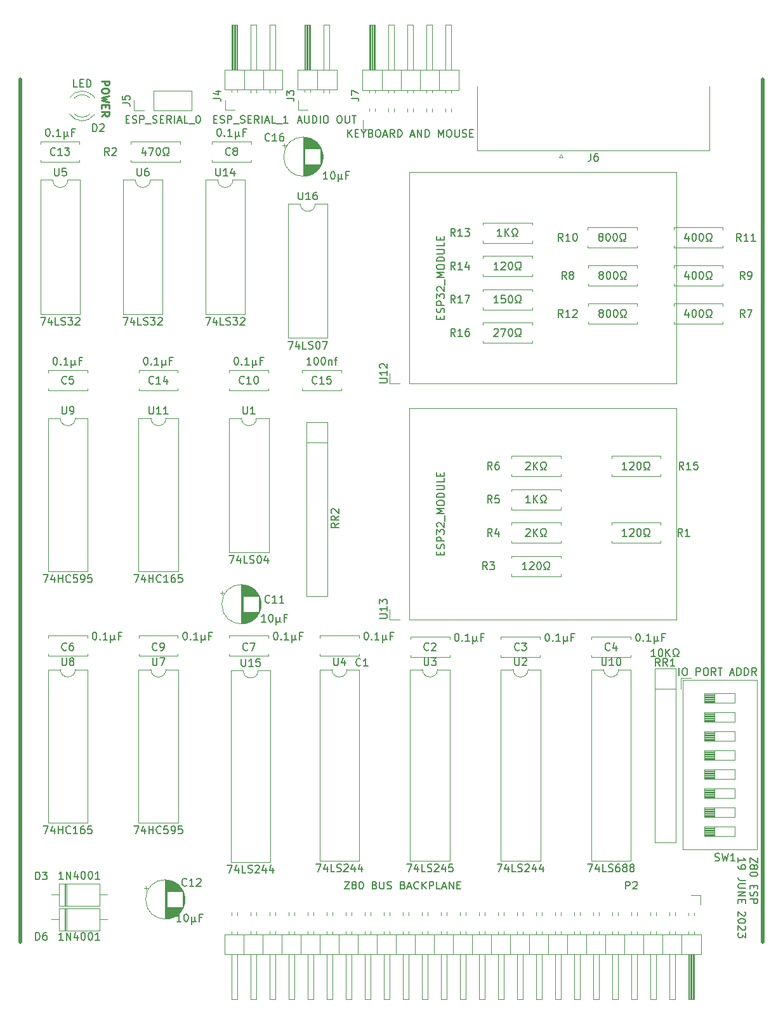
<source format=gbr>
%TF.GenerationSoftware,KiCad,Pcbnew,(6.0.11)*%
%TF.CreationDate,2023-06-19T15:18:32-05:00*%
%TF.ProjectId,Z80ESP,5a383045-5350-42e6-9b69-6361645f7063,V0.6*%
%TF.SameCoordinates,Original*%
%TF.FileFunction,Legend,Top*%
%TF.FilePolarity,Positive*%
%FSLAX46Y46*%
G04 Gerber Fmt 4.6, Leading zero omitted, Abs format (unit mm)*
G04 Created by KiCad (PCBNEW (6.0.11)) date 2023-06-19 15:18:32*
%MOMM*%
%LPD*%
G01*
G04 APERTURE LIST*
%ADD10C,0.500000*%
%ADD11C,0.150000*%
%ADD12C,0.250000*%
%ADD13C,0.120000*%
G04 APERTURE END LIST*
D10*
X45500000Y-31000000D02*
X45500000Y-146000000D01*
X144500000Y-31000000D02*
X144500000Y-146000000D01*
D11*
X143852619Y-134740357D02*
X143852619Y-135407023D01*
X142852619Y-134740357D01*
X142852619Y-135407023D01*
X143424047Y-135930833D02*
X143471666Y-135835595D01*
X143519285Y-135787976D01*
X143614523Y-135740357D01*
X143662142Y-135740357D01*
X143757380Y-135787976D01*
X143805000Y-135835595D01*
X143852619Y-135930833D01*
X143852619Y-136121309D01*
X143805000Y-136216547D01*
X143757380Y-136264166D01*
X143662142Y-136311785D01*
X143614523Y-136311785D01*
X143519285Y-136264166D01*
X143471666Y-136216547D01*
X143424047Y-136121309D01*
X143424047Y-135930833D01*
X143376428Y-135835595D01*
X143328809Y-135787976D01*
X143233571Y-135740357D01*
X143043095Y-135740357D01*
X142947857Y-135787976D01*
X142900238Y-135835595D01*
X142852619Y-135930833D01*
X142852619Y-136121309D01*
X142900238Y-136216547D01*
X142947857Y-136264166D01*
X143043095Y-136311785D01*
X143233571Y-136311785D01*
X143328809Y-136264166D01*
X143376428Y-136216547D01*
X143424047Y-136121309D01*
X143852619Y-136930833D02*
X143852619Y-137026071D01*
X143805000Y-137121309D01*
X143757380Y-137168928D01*
X143662142Y-137216547D01*
X143471666Y-137264166D01*
X143233571Y-137264166D01*
X143043095Y-137216547D01*
X142947857Y-137168928D01*
X142900238Y-137121309D01*
X142852619Y-137026071D01*
X142852619Y-136930833D01*
X142900238Y-136835595D01*
X142947857Y-136787976D01*
X143043095Y-136740357D01*
X143233571Y-136692738D01*
X143471666Y-136692738D01*
X143662142Y-136740357D01*
X143757380Y-136787976D01*
X143805000Y-136835595D01*
X143852619Y-136930833D01*
X143376428Y-138454642D02*
X143376428Y-138787976D01*
X142852619Y-138930833D02*
X142852619Y-138454642D01*
X143852619Y-138454642D01*
X143852619Y-138930833D01*
X142900238Y-139311785D02*
X142852619Y-139454642D01*
X142852619Y-139692738D01*
X142900238Y-139787976D01*
X142947857Y-139835595D01*
X143043095Y-139883214D01*
X143138333Y-139883214D01*
X143233571Y-139835595D01*
X143281190Y-139787976D01*
X143328809Y-139692738D01*
X143376428Y-139502261D01*
X143424047Y-139407023D01*
X143471666Y-139359404D01*
X143566904Y-139311785D01*
X143662142Y-139311785D01*
X143757380Y-139359404D01*
X143805000Y-139407023D01*
X143852619Y-139502261D01*
X143852619Y-139740357D01*
X143805000Y-139883214D01*
X142852619Y-140311785D02*
X143852619Y-140311785D01*
X143852619Y-140692738D01*
X143805000Y-140787976D01*
X143757380Y-140835595D01*
X143662142Y-140883214D01*
X143519285Y-140883214D01*
X143424047Y-140835595D01*
X143376428Y-140787976D01*
X143328809Y-140692738D01*
X143328809Y-140311785D01*
X141242619Y-135359404D02*
X141242619Y-134787976D01*
X141242619Y-135073690D02*
X142242619Y-135073690D01*
X142099761Y-134978452D01*
X142004523Y-134883214D01*
X141956904Y-134787976D01*
X141242619Y-135835595D02*
X141242619Y-136026071D01*
X141290238Y-136121309D01*
X141337857Y-136168928D01*
X141480714Y-136264166D01*
X141671190Y-136311785D01*
X142052142Y-136311785D01*
X142147380Y-136264166D01*
X142195000Y-136216547D01*
X142242619Y-136121309D01*
X142242619Y-135930833D01*
X142195000Y-135835595D01*
X142147380Y-135787976D01*
X142052142Y-135740357D01*
X141814047Y-135740357D01*
X141718809Y-135787976D01*
X141671190Y-135835595D01*
X141623571Y-135930833D01*
X141623571Y-136121309D01*
X141671190Y-136216547D01*
X141718809Y-136264166D01*
X141814047Y-136311785D01*
X142242619Y-137787976D02*
X141528333Y-137787976D01*
X141385476Y-137740357D01*
X141290238Y-137645119D01*
X141242619Y-137502261D01*
X141242619Y-137407023D01*
X142242619Y-138264166D02*
X141433095Y-138264166D01*
X141337857Y-138311785D01*
X141290238Y-138359404D01*
X141242619Y-138454642D01*
X141242619Y-138645119D01*
X141290238Y-138740357D01*
X141337857Y-138787976D01*
X141433095Y-138835595D01*
X142242619Y-138835595D01*
X141242619Y-139311785D02*
X142242619Y-139311785D01*
X141242619Y-139883214D01*
X142242619Y-139883214D01*
X141766428Y-140359404D02*
X141766428Y-140692738D01*
X141242619Y-140835595D02*
X141242619Y-140359404D01*
X142242619Y-140359404D01*
X142242619Y-140835595D01*
X142147380Y-141978452D02*
X142195000Y-142026071D01*
X142242619Y-142121309D01*
X142242619Y-142359404D01*
X142195000Y-142454642D01*
X142147380Y-142502261D01*
X142052142Y-142549880D01*
X141956904Y-142549880D01*
X141814047Y-142502261D01*
X141242619Y-141930833D01*
X141242619Y-142549880D01*
X142242619Y-143168928D02*
X142242619Y-143264166D01*
X142195000Y-143359404D01*
X142147380Y-143407023D01*
X142052142Y-143454642D01*
X141861666Y-143502261D01*
X141623571Y-143502261D01*
X141433095Y-143454642D01*
X141337857Y-143407023D01*
X141290238Y-143359404D01*
X141242619Y-143264166D01*
X141242619Y-143168928D01*
X141290238Y-143073690D01*
X141337857Y-143026071D01*
X141433095Y-142978452D01*
X141623571Y-142930833D01*
X141861666Y-142930833D01*
X142052142Y-142978452D01*
X142147380Y-143026071D01*
X142195000Y-143073690D01*
X142242619Y-143168928D01*
X142147380Y-143883214D02*
X142195000Y-143930833D01*
X142242619Y-144026071D01*
X142242619Y-144264166D01*
X142195000Y-144359404D01*
X142147380Y-144407023D01*
X142052142Y-144454642D01*
X141956904Y-144454642D01*
X141814047Y-144407023D01*
X141242619Y-143835595D01*
X141242619Y-144454642D01*
X142242619Y-144787976D02*
X142242619Y-145407023D01*
X141861666Y-145073690D01*
X141861666Y-145216547D01*
X141814047Y-145311785D01*
X141766428Y-145359404D01*
X141671190Y-145407023D01*
X141433095Y-145407023D01*
X141337857Y-145359404D01*
X141290238Y-145311785D01*
X141242619Y-145216547D01*
X141242619Y-144930833D01*
X141290238Y-144835595D01*
X141337857Y-144787976D01*
D12*
X56297619Y-31200476D02*
X57297619Y-31200476D01*
X57297619Y-31581428D01*
X57250000Y-31676666D01*
X57202380Y-31724285D01*
X57107142Y-31771904D01*
X56964285Y-31771904D01*
X56869047Y-31724285D01*
X56821428Y-31676666D01*
X56773809Y-31581428D01*
X56773809Y-31200476D01*
X57297619Y-32390952D02*
X57297619Y-32581428D01*
X57250000Y-32676666D01*
X57154761Y-32771904D01*
X56964285Y-32819523D01*
X56630952Y-32819523D01*
X56440476Y-32771904D01*
X56345238Y-32676666D01*
X56297619Y-32581428D01*
X56297619Y-32390952D01*
X56345238Y-32295714D01*
X56440476Y-32200476D01*
X56630952Y-32152857D01*
X56964285Y-32152857D01*
X57154761Y-32200476D01*
X57250000Y-32295714D01*
X57297619Y-32390952D01*
X57297619Y-33152857D02*
X56297619Y-33390952D01*
X57011904Y-33581428D01*
X56297619Y-33771904D01*
X57297619Y-34010000D01*
X56821428Y-34390952D02*
X56821428Y-34724285D01*
X56297619Y-34867142D02*
X56297619Y-34390952D01*
X57297619Y-34390952D01*
X57297619Y-34867142D01*
X56297619Y-35867142D02*
X56773809Y-35533809D01*
X56297619Y-35295714D02*
X57297619Y-35295714D01*
X57297619Y-35676666D01*
X57250000Y-35771904D01*
X57202380Y-35819523D01*
X57107142Y-35867142D01*
X56964285Y-35867142D01*
X56869047Y-35819523D01*
X56821428Y-35771904D01*
X56773809Y-35676666D01*
X56773809Y-35295714D01*
D11*
%TO.C,SW1*%
X138166666Y-135154761D02*
X138309523Y-135202380D01*
X138547619Y-135202380D01*
X138642857Y-135154761D01*
X138690476Y-135107142D01*
X138738095Y-135011904D01*
X138738095Y-134916666D01*
X138690476Y-134821428D01*
X138642857Y-134773809D01*
X138547619Y-134726190D01*
X138357142Y-134678571D01*
X138261904Y-134630952D01*
X138214285Y-134583333D01*
X138166666Y-134488095D01*
X138166666Y-134392857D01*
X138214285Y-134297619D01*
X138261904Y-134250000D01*
X138357142Y-134202380D01*
X138595238Y-134202380D01*
X138738095Y-134250000D01*
X139071428Y-134202380D02*
X139309523Y-135202380D01*
X139500000Y-134488095D01*
X139690476Y-135202380D01*
X139928571Y-134202380D01*
X140833333Y-135202380D02*
X140261904Y-135202380D01*
X140547619Y-135202380D02*
X140547619Y-134202380D01*
X140452380Y-134345238D01*
X140357142Y-134440476D01*
X140261904Y-134488095D01*
X133380952Y-110452380D02*
X133380952Y-109452380D01*
X134047619Y-109452380D02*
X134238095Y-109452380D01*
X134333333Y-109500000D01*
X134428571Y-109595238D01*
X134476190Y-109785714D01*
X134476190Y-110119047D01*
X134428571Y-110309523D01*
X134333333Y-110404761D01*
X134238095Y-110452380D01*
X134047619Y-110452380D01*
X133952380Y-110404761D01*
X133857142Y-110309523D01*
X133809523Y-110119047D01*
X133809523Y-109785714D01*
X133857142Y-109595238D01*
X133952380Y-109500000D01*
X134047619Y-109452380D01*
X135666666Y-110452380D02*
X135666666Y-109452380D01*
X136047619Y-109452380D01*
X136142857Y-109500000D01*
X136190476Y-109547619D01*
X136238095Y-109642857D01*
X136238095Y-109785714D01*
X136190476Y-109880952D01*
X136142857Y-109928571D01*
X136047619Y-109976190D01*
X135666666Y-109976190D01*
X136857142Y-109452380D02*
X137047619Y-109452380D01*
X137142857Y-109500000D01*
X137238095Y-109595238D01*
X137285714Y-109785714D01*
X137285714Y-110119047D01*
X137238095Y-110309523D01*
X137142857Y-110404761D01*
X137047619Y-110452380D01*
X136857142Y-110452380D01*
X136761904Y-110404761D01*
X136666666Y-110309523D01*
X136619047Y-110119047D01*
X136619047Y-109785714D01*
X136666666Y-109595238D01*
X136761904Y-109500000D01*
X136857142Y-109452380D01*
X138285714Y-110452380D02*
X137952380Y-109976190D01*
X137714285Y-110452380D02*
X137714285Y-109452380D01*
X138095238Y-109452380D01*
X138190476Y-109500000D01*
X138238095Y-109547619D01*
X138285714Y-109642857D01*
X138285714Y-109785714D01*
X138238095Y-109880952D01*
X138190476Y-109928571D01*
X138095238Y-109976190D01*
X137714285Y-109976190D01*
X138571428Y-109452380D02*
X139142857Y-109452380D01*
X138857142Y-110452380D02*
X138857142Y-109452380D01*
X140190476Y-110166666D02*
X140666666Y-110166666D01*
X140095238Y-110452380D02*
X140428571Y-109452380D01*
X140761904Y-110452380D01*
X141095238Y-110452380D02*
X141095238Y-109452380D01*
X141333333Y-109452380D01*
X141476190Y-109500000D01*
X141571428Y-109595238D01*
X141619047Y-109690476D01*
X141666666Y-109880952D01*
X141666666Y-110023809D01*
X141619047Y-110214285D01*
X141571428Y-110309523D01*
X141476190Y-110404761D01*
X141333333Y-110452380D01*
X141095238Y-110452380D01*
X142095238Y-110452380D02*
X142095238Y-109452380D01*
X142333333Y-109452380D01*
X142476190Y-109500000D01*
X142571428Y-109595238D01*
X142619047Y-109690476D01*
X142666666Y-109880952D01*
X142666666Y-110023809D01*
X142619047Y-110214285D01*
X142571428Y-110309523D01*
X142476190Y-110404761D01*
X142333333Y-110452380D01*
X142095238Y-110452380D01*
X143666666Y-110452380D02*
X143333333Y-109976190D01*
X143095238Y-110452380D02*
X143095238Y-109452380D01*
X143476190Y-109452380D01*
X143571428Y-109500000D01*
X143619047Y-109547619D01*
X143666666Y-109642857D01*
X143666666Y-109785714D01*
X143619047Y-109880952D01*
X143571428Y-109928571D01*
X143476190Y-109976190D01*
X143095238Y-109976190D01*
%TO.C,C1*%
X90883333Y-109107142D02*
X90835714Y-109154761D01*
X90692857Y-109202380D01*
X90597619Y-109202380D01*
X90454761Y-109154761D01*
X90359523Y-109059523D01*
X90311904Y-108964285D01*
X90264285Y-108773809D01*
X90264285Y-108630952D01*
X90311904Y-108440476D01*
X90359523Y-108345238D01*
X90454761Y-108250000D01*
X90597619Y-108202380D01*
X90692857Y-108202380D01*
X90835714Y-108250000D01*
X90883333Y-108297619D01*
X91835714Y-109202380D02*
X91264285Y-109202380D01*
X91550000Y-109202380D02*
X91550000Y-108202380D01*
X91454761Y-108345238D01*
X91359523Y-108440476D01*
X91264285Y-108488095D01*
X91585714Y-104702380D02*
X91680952Y-104702380D01*
X91776190Y-104750000D01*
X91823809Y-104797619D01*
X91871428Y-104892857D01*
X91919047Y-105083333D01*
X91919047Y-105321428D01*
X91871428Y-105511904D01*
X91823809Y-105607142D01*
X91776190Y-105654761D01*
X91680952Y-105702380D01*
X91585714Y-105702380D01*
X91490476Y-105654761D01*
X91442857Y-105607142D01*
X91395238Y-105511904D01*
X91347619Y-105321428D01*
X91347619Y-105083333D01*
X91395238Y-104892857D01*
X91442857Y-104797619D01*
X91490476Y-104750000D01*
X91585714Y-104702380D01*
X92347619Y-105607142D02*
X92395238Y-105654761D01*
X92347619Y-105702380D01*
X92300000Y-105654761D01*
X92347619Y-105607142D01*
X92347619Y-105702380D01*
X93347619Y-105702380D02*
X92776190Y-105702380D01*
X93061904Y-105702380D02*
X93061904Y-104702380D01*
X92966666Y-104845238D01*
X92871428Y-104940476D01*
X92776190Y-104988095D01*
X93776190Y-105035714D02*
X93776190Y-106035714D01*
X94252380Y-105559523D02*
X94300000Y-105654761D01*
X94395238Y-105702380D01*
X93776190Y-105559523D02*
X93823809Y-105654761D01*
X93919047Y-105702380D01*
X94109523Y-105702380D01*
X94204761Y-105654761D01*
X94252380Y-105559523D01*
X94252380Y-105035714D01*
X95157142Y-105178571D02*
X94823809Y-105178571D01*
X94823809Y-105702380D02*
X94823809Y-104702380D01*
X95300000Y-104702380D01*
%TO.C,C2*%
X99966633Y-107037142D02*
X99919014Y-107084761D01*
X99776157Y-107132380D01*
X99680919Y-107132380D01*
X99538061Y-107084761D01*
X99442823Y-106989523D01*
X99395204Y-106894285D01*
X99347585Y-106703809D01*
X99347585Y-106560952D01*
X99395204Y-106370476D01*
X99442823Y-106275238D01*
X99538061Y-106180000D01*
X99680919Y-106132380D01*
X99776157Y-106132380D01*
X99919014Y-106180000D01*
X99966633Y-106227619D01*
X100347585Y-106227619D02*
X100395204Y-106180000D01*
X100490442Y-106132380D01*
X100728538Y-106132380D01*
X100823776Y-106180000D01*
X100871395Y-106227619D01*
X100919014Y-106322857D01*
X100919014Y-106418095D01*
X100871395Y-106560952D01*
X100299966Y-107132380D01*
X100919014Y-107132380D01*
X103669014Y-104882380D02*
X103764252Y-104882380D01*
X103859490Y-104930000D01*
X103907109Y-104977619D01*
X103954728Y-105072857D01*
X104002347Y-105263333D01*
X104002347Y-105501428D01*
X103954728Y-105691904D01*
X103907109Y-105787142D01*
X103859490Y-105834761D01*
X103764252Y-105882380D01*
X103669014Y-105882380D01*
X103573776Y-105834761D01*
X103526157Y-105787142D01*
X103478538Y-105691904D01*
X103430919Y-105501428D01*
X103430919Y-105263333D01*
X103478538Y-105072857D01*
X103526157Y-104977619D01*
X103573776Y-104930000D01*
X103669014Y-104882380D01*
X104430919Y-105787142D02*
X104478538Y-105834761D01*
X104430919Y-105882380D01*
X104383300Y-105834761D01*
X104430919Y-105787142D01*
X104430919Y-105882380D01*
X105430919Y-105882380D02*
X104859490Y-105882380D01*
X105145204Y-105882380D02*
X105145204Y-104882380D01*
X105049966Y-105025238D01*
X104954728Y-105120476D01*
X104859490Y-105168095D01*
X105859490Y-105215714D02*
X105859490Y-106215714D01*
X106335680Y-105739523D02*
X106383300Y-105834761D01*
X106478538Y-105882380D01*
X105859490Y-105739523D02*
X105907109Y-105834761D01*
X106002347Y-105882380D01*
X106192823Y-105882380D01*
X106288061Y-105834761D01*
X106335680Y-105739523D01*
X106335680Y-105215714D01*
X107240442Y-105358571D02*
X106907109Y-105358571D01*
X106907109Y-105882380D02*
X106907109Y-104882380D01*
X107383300Y-104882380D01*
%TO.C,C4*%
X124133333Y-107037142D02*
X124085714Y-107084761D01*
X123942857Y-107132380D01*
X123847619Y-107132380D01*
X123704761Y-107084761D01*
X123609523Y-106989523D01*
X123561904Y-106894285D01*
X123514285Y-106703809D01*
X123514285Y-106560952D01*
X123561904Y-106370476D01*
X123609523Y-106275238D01*
X123704761Y-106180000D01*
X123847619Y-106132380D01*
X123942857Y-106132380D01*
X124085714Y-106180000D01*
X124133333Y-106227619D01*
X124990476Y-106465714D02*
X124990476Y-107132380D01*
X124752380Y-106084761D02*
X124514285Y-106799047D01*
X125133333Y-106799047D01*
X127835714Y-104882380D02*
X127930952Y-104882380D01*
X128026190Y-104930000D01*
X128073809Y-104977619D01*
X128121428Y-105072857D01*
X128169047Y-105263333D01*
X128169047Y-105501428D01*
X128121428Y-105691904D01*
X128073809Y-105787142D01*
X128026190Y-105834761D01*
X127930952Y-105882380D01*
X127835714Y-105882380D01*
X127740476Y-105834761D01*
X127692857Y-105787142D01*
X127645238Y-105691904D01*
X127597619Y-105501428D01*
X127597619Y-105263333D01*
X127645238Y-105072857D01*
X127692857Y-104977619D01*
X127740476Y-104930000D01*
X127835714Y-104882380D01*
X128597619Y-105787142D02*
X128645238Y-105834761D01*
X128597619Y-105882380D01*
X128550000Y-105834761D01*
X128597619Y-105787142D01*
X128597619Y-105882380D01*
X129597619Y-105882380D02*
X129026190Y-105882380D01*
X129311904Y-105882380D02*
X129311904Y-104882380D01*
X129216666Y-105025238D01*
X129121428Y-105120476D01*
X129026190Y-105168095D01*
X130026190Y-105215714D02*
X130026190Y-106215714D01*
X130502380Y-105739523D02*
X130550000Y-105834761D01*
X130645238Y-105882380D01*
X130026190Y-105739523D02*
X130073809Y-105834761D01*
X130169047Y-105882380D01*
X130359523Y-105882380D01*
X130454761Y-105834761D01*
X130502380Y-105739523D01*
X130502380Y-105215714D01*
X131407142Y-105358571D02*
X131073809Y-105358571D01*
X131073809Y-105882380D02*
X131073809Y-104882380D01*
X131550000Y-104882380D01*
%TO.C,U2*%
X111464795Y-108122380D02*
X111464795Y-108931904D01*
X111512414Y-109027142D01*
X111560033Y-109074761D01*
X111655271Y-109122380D01*
X111845747Y-109122380D01*
X111940985Y-109074761D01*
X111988604Y-109027142D01*
X112036223Y-108931904D01*
X112036223Y-108122380D01*
X112464795Y-108217619D02*
X112512414Y-108170000D01*
X112607652Y-108122380D01*
X112845747Y-108122380D01*
X112940985Y-108170000D01*
X112988604Y-108217619D01*
X113036223Y-108312857D01*
X113036223Y-108408095D01*
X112988604Y-108550952D01*
X112417176Y-109122380D01*
X113036223Y-109122380D01*
X109107652Y-135642380D02*
X109774319Y-135642380D01*
X109345747Y-136642380D01*
X110583842Y-135975714D02*
X110583842Y-136642380D01*
X110345747Y-135594761D02*
X110107652Y-136309047D01*
X110726700Y-136309047D01*
X111583842Y-136642380D02*
X111107652Y-136642380D01*
X111107652Y-135642380D01*
X111869557Y-136594761D02*
X112012414Y-136642380D01*
X112250509Y-136642380D01*
X112345747Y-136594761D01*
X112393366Y-136547142D01*
X112440985Y-136451904D01*
X112440985Y-136356666D01*
X112393366Y-136261428D01*
X112345747Y-136213809D01*
X112250509Y-136166190D01*
X112060033Y-136118571D01*
X111964795Y-136070952D01*
X111917176Y-136023333D01*
X111869557Y-135928095D01*
X111869557Y-135832857D01*
X111917176Y-135737619D01*
X111964795Y-135690000D01*
X112060033Y-135642380D01*
X112298128Y-135642380D01*
X112440985Y-135690000D01*
X112821938Y-135737619D02*
X112869557Y-135690000D01*
X112964795Y-135642380D01*
X113202890Y-135642380D01*
X113298128Y-135690000D01*
X113345747Y-135737619D01*
X113393366Y-135832857D01*
X113393366Y-135928095D01*
X113345747Y-136070952D01*
X112774319Y-136642380D01*
X113393366Y-136642380D01*
X114250509Y-135975714D02*
X114250509Y-136642380D01*
X114012414Y-135594761D02*
X113774319Y-136309047D01*
X114393366Y-136309047D01*
X115202890Y-135975714D02*
X115202890Y-136642380D01*
X114964795Y-135594761D02*
X114726700Y-136309047D01*
X115345747Y-136309047D01*
%TO.C,U10*%
X123071904Y-108122380D02*
X123071904Y-108931904D01*
X123119523Y-109027142D01*
X123167142Y-109074761D01*
X123262380Y-109122380D01*
X123452857Y-109122380D01*
X123548095Y-109074761D01*
X123595714Y-109027142D01*
X123643333Y-108931904D01*
X123643333Y-108122380D01*
X124643333Y-109122380D02*
X124071904Y-109122380D01*
X124357619Y-109122380D02*
X124357619Y-108122380D01*
X124262380Y-108265238D01*
X124167142Y-108360476D01*
X124071904Y-108408095D01*
X125262380Y-108122380D02*
X125357619Y-108122380D01*
X125452857Y-108170000D01*
X125500476Y-108217619D01*
X125548095Y-108312857D01*
X125595714Y-108503333D01*
X125595714Y-108741428D01*
X125548095Y-108931904D01*
X125500476Y-109027142D01*
X125452857Y-109074761D01*
X125357619Y-109122380D01*
X125262380Y-109122380D01*
X125167142Y-109074761D01*
X125119523Y-109027142D01*
X125071904Y-108931904D01*
X125024285Y-108741428D01*
X125024285Y-108503333D01*
X125071904Y-108312857D01*
X125119523Y-108217619D01*
X125167142Y-108170000D01*
X125262380Y-108122380D01*
X121190952Y-135642380D02*
X121857619Y-135642380D01*
X121429047Y-136642380D01*
X122667142Y-135975714D02*
X122667142Y-136642380D01*
X122429047Y-135594761D02*
X122190952Y-136309047D01*
X122810000Y-136309047D01*
X123667142Y-136642380D02*
X123190952Y-136642380D01*
X123190952Y-135642380D01*
X123952857Y-136594761D02*
X124095714Y-136642380D01*
X124333809Y-136642380D01*
X124429047Y-136594761D01*
X124476666Y-136547142D01*
X124524285Y-136451904D01*
X124524285Y-136356666D01*
X124476666Y-136261428D01*
X124429047Y-136213809D01*
X124333809Y-136166190D01*
X124143333Y-136118571D01*
X124048095Y-136070952D01*
X124000476Y-136023333D01*
X123952857Y-135928095D01*
X123952857Y-135832857D01*
X124000476Y-135737619D01*
X124048095Y-135690000D01*
X124143333Y-135642380D01*
X124381428Y-135642380D01*
X124524285Y-135690000D01*
X125381428Y-135642380D02*
X125190952Y-135642380D01*
X125095714Y-135690000D01*
X125048095Y-135737619D01*
X124952857Y-135880476D01*
X124905238Y-136070952D01*
X124905238Y-136451904D01*
X124952857Y-136547142D01*
X125000476Y-136594761D01*
X125095714Y-136642380D01*
X125286190Y-136642380D01*
X125381428Y-136594761D01*
X125429047Y-136547142D01*
X125476666Y-136451904D01*
X125476666Y-136213809D01*
X125429047Y-136118571D01*
X125381428Y-136070952D01*
X125286190Y-136023333D01*
X125095714Y-136023333D01*
X125000476Y-136070952D01*
X124952857Y-136118571D01*
X124905238Y-136213809D01*
X126048095Y-136070952D02*
X125952857Y-136023333D01*
X125905238Y-135975714D01*
X125857619Y-135880476D01*
X125857619Y-135832857D01*
X125905238Y-135737619D01*
X125952857Y-135690000D01*
X126048095Y-135642380D01*
X126238571Y-135642380D01*
X126333809Y-135690000D01*
X126381428Y-135737619D01*
X126429047Y-135832857D01*
X126429047Y-135880476D01*
X126381428Y-135975714D01*
X126333809Y-136023333D01*
X126238571Y-136070952D01*
X126048095Y-136070952D01*
X125952857Y-136118571D01*
X125905238Y-136166190D01*
X125857619Y-136261428D01*
X125857619Y-136451904D01*
X125905238Y-136547142D01*
X125952857Y-136594761D01*
X126048095Y-136642380D01*
X126238571Y-136642380D01*
X126333809Y-136594761D01*
X126381428Y-136547142D01*
X126429047Y-136451904D01*
X126429047Y-136261428D01*
X126381428Y-136166190D01*
X126333809Y-136118571D01*
X126238571Y-136070952D01*
X127000476Y-136070952D02*
X126905238Y-136023333D01*
X126857619Y-135975714D01*
X126810000Y-135880476D01*
X126810000Y-135832857D01*
X126857619Y-135737619D01*
X126905238Y-135690000D01*
X127000476Y-135642380D01*
X127190952Y-135642380D01*
X127286190Y-135690000D01*
X127333809Y-135737619D01*
X127381428Y-135832857D01*
X127381428Y-135880476D01*
X127333809Y-135975714D01*
X127286190Y-136023333D01*
X127190952Y-136070952D01*
X127000476Y-136070952D01*
X126905238Y-136118571D01*
X126857619Y-136166190D01*
X126810000Y-136261428D01*
X126810000Y-136451904D01*
X126857619Y-136547142D01*
X126905238Y-136594761D01*
X127000476Y-136642380D01*
X127190952Y-136642380D01*
X127286190Y-136594761D01*
X127333809Y-136547142D01*
X127381428Y-136451904D01*
X127381428Y-136261428D01*
X127333809Y-136166190D01*
X127286190Y-136118571D01*
X127190952Y-136070952D01*
%TO.C,RR1*%
X130833333Y-109202380D02*
X130500000Y-108726190D01*
X130261904Y-109202380D02*
X130261904Y-108202380D01*
X130642857Y-108202380D01*
X130738095Y-108250000D01*
X130785714Y-108297619D01*
X130833333Y-108392857D01*
X130833333Y-108535714D01*
X130785714Y-108630952D01*
X130738095Y-108678571D01*
X130642857Y-108726190D01*
X130261904Y-108726190D01*
X131833333Y-109202380D02*
X131500000Y-108726190D01*
X131261904Y-109202380D02*
X131261904Y-108202380D01*
X131642857Y-108202380D01*
X131738095Y-108250000D01*
X131785714Y-108297619D01*
X131833333Y-108392857D01*
X131833333Y-108535714D01*
X131785714Y-108630952D01*
X131738095Y-108678571D01*
X131642857Y-108726190D01*
X131261904Y-108726190D01*
X132785714Y-109202380D02*
X132214285Y-109202380D01*
X132500000Y-109202380D02*
X132500000Y-108202380D01*
X132404761Y-108345238D01*
X132309523Y-108440476D01*
X132214285Y-108488095D01*
X130238095Y-107952380D02*
X129666666Y-107952380D01*
X129952380Y-107952380D02*
X129952380Y-106952380D01*
X129857142Y-107095238D01*
X129761904Y-107190476D01*
X129666666Y-107238095D01*
X130857142Y-106952380D02*
X130952380Y-106952380D01*
X131047619Y-107000000D01*
X131095238Y-107047619D01*
X131142857Y-107142857D01*
X131190476Y-107333333D01*
X131190476Y-107571428D01*
X131142857Y-107761904D01*
X131095238Y-107857142D01*
X131047619Y-107904761D01*
X130952380Y-107952380D01*
X130857142Y-107952380D01*
X130761904Y-107904761D01*
X130714285Y-107857142D01*
X130666666Y-107761904D01*
X130619047Y-107571428D01*
X130619047Y-107333333D01*
X130666666Y-107142857D01*
X130714285Y-107047619D01*
X130761904Y-107000000D01*
X130857142Y-106952380D01*
X131619047Y-107952380D02*
X131619047Y-106952380D01*
X132190476Y-107952380D02*
X131761904Y-107380952D01*
X132190476Y-106952380D02*
X131619047Y-107523809D01*
X132571428Y-107952380D02*
X132809523Y-107952380D01*
X132809523Y-107761904D01*
X132714285Y-107714285D01*
X132619047Y-107619047D01*
X132571428Y-107476190D01*
X132571428Y-107238095D01*
X132619047Y-107095238D01*
X132714285Y-107000000D01*
X132857142Y-106952380D01*
X133047619Y-106952380D01*
X133190476Y-107000000D01*
X133285714Y-107095238D01*
X133333333Y-107238095D01*
X133333333Y-107476190D01*
X133285714Y-107619047D01*
X133190476Y-107714285D01*
X133095238Y-107761904D01*
X133095238Y-107952380D01*
X133333333Y-107952380D01*
%TO.C,U6*%
X61054795Y-42837380D02*
X61054795Y-43646904D01*
X61102414Y-43742142D01*
X61150033Y-43789761D01*
X61245271Y-43837380D01*
X61435747Y-43837380D01*
X61530985Y-43789761D01*
X61578604Y-43742142D01*
X61626223Y-43646904D01*
X61626223Y-42837380D01*
X62530985Y-42837380D02*
X62340509Y-42837380D01*
X62245271Y-42885000D01*
X62197652Y-42932619D01*
X62102414Y-43075476D01*
X62054795Y-43265952D01*
X62054795Y-43646904D01*
X62102414Y-43742142D01*
X62150033Y-43789761D01*
X62245271Y-43837380D01*
X62435747Y-43837380D01*
X62530985Y-43789761D01*
X62578604Y-43742142D01*
X62626223Y-43646904D01*
X62626223Y-43408809D01*
X62578604Y-43313571D01*
X62530985Y-43265952D01*
X62435747Y-43218333D01*
X62245271Y-43218333D01*
X62150033Y-43265952D01*
X62102414Y-43313571D01*
X62054795Y-43408809D01*
X59173842Y-62737380D02*
X59840509Y-62737380D01*
X59411938Y-63737380D01*
X60650033Y-63070714D02*
X60650033Y-63737380D01*
X60411938Y-62689761D02*
X60173842Y-63404047D01*
X60792890Y-63404047D01*
X61650033Y-63737380D02*
X61173842Y-63737380D01*
X61173842Y-62737380D01*
X61935747Y-63689761D02*
X62078604Y-63737380D01*
X62316700Y-63737380D01*
X62411938Y-63689761D01*
X62459557Y-63642142D01*
X62507176Y-63546904D01*
X62507176Y-63451666D01*
X62459557Y-63356428D01*
X62411938Y-63308809D01*
X62316700Y-63261190D01*
X62126223Y-63213571D01*
X62030985Y-63165952D01*
X61983366Y-63118333D01*
X61935747Y-63023095D01*
X61935747Y-62927857D01*
X61983366Y-62832619D01*
X62030985Y-62785000D01*
X62126223Y-62737380D01*
X62364319Y-62737380D01*
X62507176Y-62785000D01*
X62840509Y-62737380D02*
X63459557Y-62737380D01*
X63126223Y-63118333D01*
X63269080Y-63118333D01*
X63364319Y-63165952D01*
X63411938Y-63213571D01*
X63459557Y-63308809D01*
X63459557Y-63546904D01*
X63411938Y-63642142D01*
X63364319Y-63689761D01*
X63269080Y-63737380D01*
X62983366Y-63737380D01*
X62888128Y-63689761D01*
X62840509Y-63642142D01*
X63840509Y-62832619D02*
X63888128Y-62785000D01*
X63983366Y-62737380D01*
X64221461Y-62737380D01*
X64316700Y-62785000D01*
X64364319Y-62832619D01*
X64411938Y-62927857D01*
X64411938Y-63023095D01*
X64364319Y-63165952D01*
X63792890Y-63737380D01*
X64411938Y-63737380D01*
%TO.C,C7*%
X75800033Y-107037142D02*
X75752414Y-107084761D01*
X75609557Y-107132380D01*
X75514319Y-107132380D01*
X75371461Y-107084761D01*
X75276223Y-106989523D01*
X75228604Y-106894285D01*
X75180985Y-106703809D01*
X75180985Y-106560952D01*
X75228604Y-106370476D01*
X75276223Y-106275238D01*
X75371461Y-106180000D01*
X75514319Y-106132380D01*
X75609557Y-106132380D01*
X75752414Y-106180000D01*
X75800033Y-106227619D01*
X76133366Y-106132380D02*
X76800033Y-106132380D01*
X76371461Y-107132380D01*
X79502414Y-104702380D02*
X79597652Y-104702380D01*
X79692890Y-104750000D01*
X79740509Y-104797619D01*
X79788128Y-104892857D01*
X79835747Y-105083333D01*
X79835747Y-105321428D01*
X79788128Y-105511904D01*
X79740509Y-105607142D01*
X79692890Y-105654761D01*
X79597652Y-105702380D01*
X79502414Y-105702380D01*
X79407176Y-105654761D01*
X79359557Y-105607142D01*
X79311938Y-105511904D01*
X79264319Y-105321428D01*
X79264319Y-105083333D01*
X79311938Y-104892857D01*
X79359557Y-104797619D01*
X79407176Y-104750000D01*
X79502414Y-104702380D01*
X80264319Y-105607142D02*
X80311938Y-105654761D01*
X80264319Y-105702380D01*
X80216700Y-105654761D01*
X80264319Y-105607142D01*
X80264319Y-105702380D01*
X81264319Y-105702380D02*
X80692890Y-105702380D01*
X80978604Y-105702380D02*
X80978604Y-104702380D01*
X80883366Y-104845238D01*
X80788128Y-104940476D01*
X80692890Y-104988095D01*
X81692890Y-105035714D02*
X81692890Y-106035714D01*
X82169080Y-105559523D02*
X82216700Y-105654761D01*
X82311938Y-105702380D01*
X81692890Y-105559523D02*
X81740509Y-105654761D01*
X81835747Y-105702380D01*
X82026223Y-105702380D01*
X82121461Y-105654761D01*
X82169080Y-105559523D01*
X82169080Y-105035714D01*
X83073842Y-105178571D02*
X82740509Y-105178571D01*
X82740509Y-105702380D02*
X82740509Y-104702380D01*
X83216700Y-104702380D01*
%TO.C,U3*%
X99381395Y-108122380D02*
X99381395Y-108931904D01*
X99429014Y-109027142D01*
X99476633Y-109074761D01*
X99571871Y-109122380D01*
X99762347Y-109122380D01*
X99857585Y-109074761D01*
X99905204Y-109027142D01*
X99952823Y-108931904D01*
X99952823Y-108122380D01*
X100333776Y-108122380D02*
X100952823Y-108122380D01*
X100619490Y-108503333D01*
X100762347Y-108503333D01*
X100857585Y-108550952D01*
X100905204Y-108598571D01*
X100952823Y-108693809D01*
X100952823Y-108931904D01*
X100905204Y-109027142D01*
X100857585Y-109074761D01*
X100762347Y-109122380D01*
X100476633Y-109122380D01*
X100381395Y-109074761D01*
X100333776Y-109027142D01*
X97024252Y-135642380D02*
X97690919Y-135642380D01*
X97262347Y-136642380D01*
X98500442Y-135975714D02*
X98500442Y-136642380D01*
X98262347Y-135594761D02*
X98024252Y-136309047D01*
X98643300Y-136309047D01*
X99500442Y-136642380D02*
X99024252Y-136642380D01*
X99024252Y-135642380D01*
X99786157Y-136594761D02*
X99929014Y-136642380D01*
X100167109Y-136642380D01*
X100262347Y-136594761D01*
X100309966Y-136547142D01*
X100357585Y-136451904D01*
X100357585Y-136356666D01*
X100309966Y-136261428D01*
X100262347Y-136213809D01*
X100167109Y-136166190D01*
X99976633Y-136118571D01*
X99881395Y-136070952D01*
X99833776Y-136023333D01*
X99786157Y-135928095D01*
X99786157Y-135832857D01*
X99833776Y-135737619D01*
X99881395Y-135690000D01*
X99976633Y-135642380D01*
X100214728Y-135642380D01*
X100357585Y-135690000D01*
X100738538Y-135737619D02*
X100786157Y-135690000D01*
X100881395Y-135642380D01*
X101119490Y-135642380D01*
X101214728Y-135690000D01*
X101262347Y-135737619D01*
X101309966Y-135832857D01*
X101309966Y-135928095D01*
X101262347Y-136070952D01*
X100690919Y-136642380D01*
X101309966Y-136642380D01*
X102167109Y-135975714D02*
X102167109Y-136642380D01*
X101929014Y-135594761D02*
X101690919Y-136309047D01*
X102309966Y-136309047D01*
X103167109Y-135642380D02*
X102690919Y-135642380D01*
X102643300Y-136118571D01*
X102690919Y-136070952D01*
X102786157Y-136023333D01*
X103024252Y-136023333D01*
X103119490Y-136070952D01*
X103167109Y-136118571D01*
X103214728Y-136213809D01*
X103214728Y-136451904D01*
X103167109Y-136547142D01*
X103119490Y-136594761D01*
X103024252Y-136642380D01*
X102786157Y-136642380D01*
X102690919Y-136594761D01*
X102643300Y-136547142D01*
%TO.C,C3*%
X112050033Y-107037142D02*
X112002414Y-107084761D01*
X111859557Y-107132380D01*
X111764319Y-107132380D01*
X111621461Y-107084761D01*
X111526223Y-106989523D01*
X111478604Y-106894285D01*
X111430985Y-106703809D01*
X111430985Y-106560952D01*
X111478604Y-106370476D01*
X111526223Y-106275238D01*
X111621461Y-106180000D01*
X111764319Y-106132380D01*
X111859557Y-106132380D01*
X112002414Y-106180000D01*
X112050033Y-106227619D01*
X112383366Y-106132380D02*
X113002414Y-106132380D01*
X112669080Y-106513333D01*
X112811938Y-106513333D01*
X112907176Y-106560952D01*
X112954795Y-106608571D01*
X113002414Y-106703809D01*
X113002414Y-106941904D01*
X112954795Y-107037142D01*
X112907176Y-107084761D01*
X112811938Y-107132380D01*
X112526223Y-107132380D01*
X112430985Y-107084761D01*
X112383366Y-107037142D01*
X115752414Y-104882380D02*
X115847652Y-104882380D01*
X115942890Y-104930000D01*
X115990509Y-104977619D01*
X116038128Y-105072857D01*
X116085747Y-105263333D01*
X116085747Y-105501428D01*
X116038128Y-105691904D01*
X115990509Y-105787142D01*
X115942890Y-105834761D01*
X115847652Y-105882380D01*
X115752414Y-105882380D01*
X115657176Y-105834761D01*
X115609557Y-105787142D01*
X115561938Y-105691904D01*
X115514319Y-105501428D01*
X115514319Y-105263333D01*
X115561938Y-105072857D01*
X115609557Y-104977619D01*
X115657176Y-104930000D01*
X115752414Y-104882380D01*
X116514319Y-105787142D02*
X116561938Y-105834761D01*
X116514319Y-105882380D01*
X116466700Y-105834761D01*
X116514319Y-105787142D01*
X116514319Y-105882380D01*
X117514319Y-105882380D02*
X116942890Y-105882380D01*
X117228604Y-105882380D02*
X117228604Y-104882380D01*
X117133366Y-105025238D01*
X117038128Y-105120476D01*
X116942890Y-105168095D01*
X117942890Y-105215714D02*
X117942890Y-106215714D01*
X118419080Y-105739523D02*
X118466700Y-105834761D01*
X118561938Y-105882380D01*
X117942890Y-105739523D02*
X117990509Y-105834761D01*
X118085747Y-105882380D01*
X118276223Y-105882380D01*
X118371461Y-105834761D01*
X118419080Y-105739523D01*
X118419080Y-105215714D01*
X119323842Y-105358571D02*
X118990509Y-105358571D01*
X118990509Y-105882380D02*
X118990509Y-104882380D01*
X119466700Y-104882380D01*
%TO.C,C5*%
X51633333Y-71477142D02*
X51585714Y-71524761D01*
X51442857Y-71572380D01*
X51347619Y-71572380D01*
X51204761Y-71524761D01*
X51109523Y-71429523D01*
X51061904Y-71334285D01*
X51014285Y-71143809D01*
X51014285Y-71000952D01*
X51061904Y-70810476D01*
X51109523Y-70715238D01*
X51204761Y-70620000D01*
X51347619Y-70572380D01*
X51442857Y-70572380D01*
X51585714Y-70620000D01*
X51633333Y-70667619D01*
X52538095Y-70572380D02*
X52061904Y-70572380D01*
X52014285Y-71048571D01*
X52061904Y-71000952D01*
X52157142Y-70953333D01*
X52395238Y-70953333D01*
X52490476Y-71000952D01*
X52538095Y-71048571D01*
X52585714Y-71143809D01*
X52585714Y-71381904D01*
X52538095Y-71477142D01*
X52490476Y-71524761D01*
X52395238Y-71572380D01*
X52157142Y-71572380D01*
X52061904Y-71524761D01*
X52014285Y-71477142D01*
X50085714Y-68032380D02*
X50180952Y-68032380D01*
X50276190Y-68080000D01*
X50323809Y-68127619D01*
X50371428Y-68222857D01*
X50419047Y-68413333D01*
X50419047Y-68651428D01*
X50371428Y-68841904D01*
X50323809Y-68937142D01*
X50276190Y-68984761D01*
X50180952Y-69032380D01*
X50085714Y-69032380D01*
X49990476Y-68984761D01*
X49942857Y-68937142D01*
X49895238Y-68841904D01*
X49847619Y-68651428D01*
X49847619Y-68413333D01*
X49895238Y-68222857D01*
X49942857Y-68127619D01*
X49990476Y-68080000D01*
X50085714Y-68032380D01*
X50847619Y-68937142D02*
X50895238Y-68984761D01*
X50847619Y-69032380D01*
X50800000Y-68984761D01*
X50847619Y-68937142D01*
X50847619Y-69032380D01*
X51847619Y-69032380D02*
X51276190Y-69032380D01*
X51561904Y-69032380D02*
X51561904Y-68032380D01*
X51466666Y-68175238D01*
X51371428Y-68270476D01*
X51276190Y-68318095D01*
X52276190Y-68365714D02*
X52276190Y-69365714D01*
X52752380Y-68889523D02*
X52800000Y-68984761D01*
X52895238Y-69032380D01*
X52276190Y-68889523D02*
X52323809Y-68984761D01*
X52419047Y-69032380D01*
X52609523Y-69032380D01*
X52704761Y-68984761D01*
X52752380Y-68889523D01*
X52752380Y-68365714D01*
X53657142Y-68508571D02*
X53323809Y-68508571D01*
X53323809Y-69032380D02*
X53323809Y-68032380D01*
X53800000Y-68032380D01*
%TO.C,U4*%
X87298095Y-108122380D02*
X87298095Y-108931904D01*
X87345714Y-109027142D01*
X87393333Y-109074761D01*
X87488571Y-109122380D01*
X87679047Y-109122380D01*
X87774285Y-109074761D01*
X87821904Y-109027142D01*
X87869523Y-108931904D01*
X87869523Y-108122380D01*
X88774285Y-108455714D02*
X88774285Y-109122380D01*
X88536190Y-108074761D02*
X88298095Y-108789047D01*
X88917142Y-108789047D01*
X84940952Y-135642380D02*
X85607619Y-135642380D01*
X85179047Y-136642380D01*
X86417142Y-135975714D02*
X86417142Y-136642380D01*
X86179047Y-135594761D02*
X85940952Y-136309047D01*
X86560000Y-136309047D01*
X87417142Y-136642380D02*
X86940952Y-136642380D01*
X86940952Y-135642380D01*
X87702857Y-136594761D02*
X87845714Y-136642380D01*
X88083809Y-136642380D01*
X88179047Y-136594761D01*
X88226666Y-136547142D01*
X88274285Y-136451904D01*
X88274285Y-136356666D01*
X88226666Y-136261428D01*
X88179047Y-136213809D01*
X88083809Y-136166190D01*
X87893333Y-136118571D01*
X87798095Y-136070952D01*
X87750476Y-136023333D01*
X87702857Y-135928095D01*
X87702857Y-135832857D01*
X87750476Y-135737619D01*
X87798095Y-135690000D01*
X87893333Y-135642380D01*
X88131428Y-135642380D01*
X88274285Y-135690000D01*
X88655238Y-135737619D02*
X88702857Y-135690000D01*
X88798095Y-135642380D01*
X89036190Y-135642380D01*
X89131428Y-135690000D01*
X89179047Y-135737619D01*
X89226666Y-135832857D01*
X89226666Y-135928095D01*
X89179047Y-136070952D01*
X88607619Y-136642380D01*
X89226666Y-136642380D01*
X90083809Y-135975714D02*
X90083809Y-136642380D01*
X89845714Y-135594761D02*
X89607619Y-136309047D01*
X90226666Y-136309047D01*
X91036190Y-135975714D02*
X91036190Y-136642380D01*
X90798095Y-135594761D02*
X90560000Y-136309047D01*
X91179047Y-136309047D01*
%TO.C,C6*%
X51633333Y-107037142D02*
X51585714Y-107084761D01*
X51442857Y-107132380D01*
X51347619Y-107132380D01*
X51204761Y-107084761D01*
X51109523Y-106989523D01*
X51061904Y-106894285D01*
X51014285Y-106703809D01*
X51014285Y-106560952D01*
X51061904Y-106370476D01*
X51109523Y-106275238D01*
X51204761Y-106180000D01*
X51347619Y-106132380D01*
X51442857Y-106132380D01*
X51585714Y-106180000D01*
X51633333Y-106227619D01*
X52490476Y-106132380D02*
X52300000Y-106132380D01*
X52204761Y-106180000D01*
X52157142Y-106227619D01*
X52061904Y-106370476D01*
X52014285Y-106560952D01*
X52014285Y-106941904D01*
X52061904Y-107037142D01*
X52109523Y-107084761D01*
X52204761Y-107132380D01*
X52395238Y-107132380D01*
X52490476Y-107084761D01*
X52538095Y-107037142D01*
X52585714Y-106941904D01*
X52585714Y-106703809D01*
X52538095Y-106608571D01*
X52490476Y-106560952D01*
X52395238Y-106513333D01*
X52204761Y-106513333D01*
X52109523Y-106560952D01*
X52061904Y-106608571D01*
X52014285Y-106703809D01*
X55335714Y-104702380D02*
X55430952Y-104702380D01*
X55526190Y-104750000D01*
X55573809Y-104797619D01*
X55621428Y-104892857D01*
X55669047Y-105083333D01*
X55669047Y-105321428D01*
X55621428Y-105511904D01*
X55573809Y-105607142D01*
X55526190Y-105654761D01*
X55430952Y-105702380D01*
X55335714Y-105702380D01*
X55240476Y-105654761D01*
X55192857Y-105607142D01*
X55145238Y-105511904D01*
X55097619Y-105321428D01*
X55097619Y-105083333D01*
X55145238Y-104892857D01*
X55192857Y-104797619D01*
X55240476Y-104750000D01*
X55335714Y-104702380D01*
X56097619Y-105607142D02*
X56145238Y-105654761D01*
X56097619Y-105702380D01*
X56050000Y-105654761D01*
X56097619Y-105607142D01*
X56097619Y-105702380D01*
X57097619Y-105702380D02*
X56526190Y-105702380D01*
X56811904Y-105702380D02*
X56811904Y-104702380D01*
X56716666Y-104845238D01*
X56621428Y-104940476D01*
X56526190Y-104988095D01*
X57526190Y-105035714D02*
X57526190Y-106035714D01*
X58002380Y-105559523D02*
X58050000Y-105654761D01*
X58145238Y-105702380D01*
X57526190Y-105559523D02*
X57573809Y-105654761D01*
X57669047Y-105702380D01*
X57859523Y-105702380D01*
X57954761Y-105654761D01*
X58002380Y-105559523D01*
X58002380Y-105035714D01*
X58907142Y-105178571D02*
X58573809Y-105178571D01*
X58573809Y-105702380D02*
X58573809Y-104702380D01*
X59050000Y-104702380D01*
%TO.C,C11*%
X78732154Y-100687142D02*
X78684535Y-100734761D01*
X78541678Y-100782380D01*
X78446440Y-100782380D01*
X78303583Y-100734761D01*
X78208345Y-100639523D01*
X78160726Y-100544285D01*
X78113107Y-100353809D01*
X78113107Y-100210952D01*
X78160726Y-100020476D01*
X78208345Y-99925238D01*
X78303583Y-99830000D01*
X78446440Y-99782380D01*
X78541678Y-99782380D01*
X78684535Y-99830000D01*
X78732154Y-99877619D01*
X79684535Y-100782380D02*
X79113107Y-100782380D01*
X79398821Y-100782380D02*
X79398821Y-99782380D01*
X79303583Y-99925238D01*
X79208345Y-100020476D01*
X79113107Y-100068095D01*
X80636916Y-100782380D02*
X80065488Y-100782380D01*
X80351202Y-100782380D02*
X80351202Y-99782380D01*
X80255964Y-99925238D01*
X80160726Y-100020476D01*
X80065488Y-100068095D01*
X78232154Y-103322380D02*
X77660726Y-103322380D01*
X77946440Y-103322380D02*
X77946440Y-102322380D01*
X77851202Y-102465238D01*
X77755964Y-102560476D01*
X77660726Y-102608095D01*
X78851202Y-102322380D02*
X78946440Y-102322380D01*
X79041678Y-102370000D01*
X79089297Y-102417619D01*
X79136916Y-102512857D01*
X79184535Y-102703333D01*
X79184535Y-102941428D01*
X79136916Y-103131904D01*
X79089297Y-103227142D01*
X79041678Y-103274761D01*
X78946440Y-103322380D01*
X78851202Y-103322380D01*
X78755964Y-103274761D01*
X78708345Y-103227142D01*
X78660726Y-103131904D01*
X78613107Y-102941428D01*
X78613107Y-102703333D01*
X78660726Y-102512857D01*
X78708345Y-102417619D01*
X78755964Y-102370000D01*
X78851202Y-102322380D01*
X79613107Y-102655714D02*
X79613107Y-103655714D01*
X80089297Y-103179523D02*
X80136916Y-103274761D01*
X80232154Y-103322380D01*
X79613107Y-103179523D02*
X79660726Y-103274761D01*
X79755964Y-103322380D01*
X79946440Y-103322380D01*
X80041678Y-103274761D01*
X80089297Y-103179523D01*
X80089297Y-102655714D01*
X80994059Y-102798571D02*
X80660726Y-102798571D01*
X80660726Y-103322380D02*
X80660726Y-102322380D01*
X81136916Y-102322380D01*
%TO.C,C8*%
X73493333Y-40997142D02*
X73445714Y-41044761D01*
X73302857Y-41092380D01*
X73207619Y-41092380D01*
X73064761Y-41044761D01*
X72969523Y-40949523D01*
X72921904Y-40854285D01*
X72874285Y-40663809D01*
X72874285Y-40520952D01*
X72921904Y-40330476D01*
X72969523Y-40235238D01*
X73064761Y-40140000D01*
X73207619Y-40092380D01*
X73302857Y-40092380D01*
X73445714Y-40140000D01*
X73493333Y-40187619D01*
X74064761Y-40520952D02*
X73969523Y-40473333D01*
X73921904Y-40425714D01*
X73874285Y-40330476D01*
X73874285Y-40282857D01*
X73921904Y-40187619D01*
X73969523Y-40140000D01*
X74064761Y-40092380D01*
X74255238Y-40092380D01*
X74350476Y-40140000D01*
X74398095Y-40187619D01*
X74445714Y-40282857D01*
X74445714Y-40330476D01*
X74398095Y-40425714D01*
X74350476Y-40473333D01*
X74255238Y-40520952D01*
X74064761Y-40520952D01*
X73969523Y-40568571D01*
X73921904Y-40616190D01*
X73874285Y-40711428D01*
X73874285Y-40901904D01*
X73921904Y-40997142D01*
X73969523Y-41044761D01*
X74064761Y-41092380D01*
X74255238Y-41092380D01*
X74350476Y-41044761D01*
X74398095Y-40997142D01*
X74445714Y-40901904D01*
X74445714Y-40711428D01*
X74398095Y-40616190D01*
X74350476Y-40568571D01*
X74255238Y-40520952D01*
X71945714Y-37552380D02*
X72040952Y-37552380D01*
X72136190Y-37600000D01*
X72183809Y-37647619D01*
X72231428Y-37742857D01*
X72279047Y-37933333D01*
X72279047Y-38171428D01*
X72231428Y-38361904D01*
X72183809Y-38457142D01*
X72136190Y-38504761D01*
X72040952Y-38552380D01*
X71945714Y-38552380D01*
X71850476Y-38504761D01*
X71802857Y-38457142D01*
X71755238Y-38361904D01*
X71707619Y-38171428D01*
X71707619Y-37933333D01*
X71755238Y-37742857D01*
X71802857Y-37647619D01*
X71850476Y-37600000D01*
X71945714Y-37552380D01*
X72707619Y-38457142D02*
X72755238Y-38504761D01*
X72707619Y-38552380D01*
X72660000Y-38504761D01*
X72707619Y-38457142D01*
X72707619Y-38552380D01*
X73707619Y-38552380D02*
X73136190Y-38552380D01*
X73421904Y-38552380D02*
X73421904Y-37552380D01*
X73326666Y-37695238D01*
X73231428Y-37790476D01*
X73136190Y-37838095D01*
X74136190Y-37885714D02*
X74136190Y-38885714D01*
X74612380Y-38409523D02*
X74660000Y-38504761D01*
X74755238Y-38552380D01*
X74136190Y-38409523D02*
X74183809Y-38504761D01*
X74279047Y-38552380D01*
X74469523Y-38552380D01*
X74564761Y-38504761D01*
X74612380Y-38409523D01*
X74612380Y-37885714D01*
X75517142Y-38028571D02*
X75183809Y-38028571D01*
X75183809Y-38552380D02*
X75183809Y-37552380D01*
X75660000Y-37552380D01*
%TO.C,C12*%
X67672042Y-138442142D02*
X67624423Y-138489761D01*
X67481566Y-138537380D01*
X67386328Y-138537380D01*
X67243471Y-138489761D01*
X67148233Y-138394523D01*
X67100614Y-138299285D01*
X67052995Y-138108809D01*
X67052995Y-137965952D01*
X67100614Y-137775476D01*
X67148233Y-137680238D01*
X67243471Y-137585000D01*
X67386328Y-137537380D01*
X67481566Y-137537380D01*
X67624423Y-137585000D01*
X67672042Y-137632619D01*
X68624423Y-138537380D02*
X68052995Y-138537380D01*
X68338709Y-138537380D02*
X68338709Y-137537380D01*
X68243471Y-137680238D01*
X68148233Y-137775476D01*
X68052995Y-137823095D01*
X69005376Y-137632619D02*
X69052995Y-137585000D01*
X69148233Y-137537380D01*
X69386328Y-137537380D01*
X69481566Y-137585000D01*
X69529185Y-137632619D01*
X69576804Y-137727857D01*
X69576804Y-137823095D01*
X69529185Y-137965952D01*
X68957757Y-138537380D01*
X69576804Y-138537380D01*
X66922042Y-143287380D02*
X66350614Y-143287380D01*
X66636328Y-143287380D02*
X66636328Y-142287380D01*
X66541090Y-142430238D01*
X66445852Y-142525476D01*
X66350614Y-142573095D01*
X67541090Y-142287380D02*
X67636328Y-142287380D01*
X67731566Y-142335000D01*
X67779185Y-142382619D01*
X67826804Y-142477857D01*
X67874423Y-142668333D01*
X67874423Y-142906428D01*
X67826804Y-143096904D01*
X67779185Y-143192142D01*
X67731566Y-143239761D01*
X67636328Y-143287380D01*
X67541090Y-143287380D01*
X67445852Y-143239761D01*
X67398233Y-143192142D01*
X67350614Y-143096904D01*
X67302995Y-142906428D01*
X67302995Y-142668333D01*
X67350614Y-142477857D01*
X67398233Y-142382619D01*
X67445852Y-142335000D01*
X67541090Y-142287380D01*
X68302995Y-142620714D02*
X68302995Y-143620714D01*
X68779185Y-143144523D02*
X68826804Y-143239761D01*
X68922042Y-143287380D01*
X68302995Y-143144523D02*
X68350614Y-143239761D01*
X68445852Y-143287380D01*
X68636328Y-143287380D01*
X68731566Y-143239761D01*
X68779185Y-143144523D01*
X68779185Y-142620714D01*
X69683947Y-142763571D02*
X69350614Y-142763571D01*
X69350614Y-143287380D02*
X69350614Y-142287380D01*
X69826804Y-142287380D01*
%TO.C,R2*%
X57333333Y-41092380D02*
X57000000Y-40616190D01*
X56761904Y-41092380D02*
X56761904Y-40092380D01*
X57142857Y-40092380D01*
X57238095Y-40140000D01*
X57285714Y-40187619D01*
X57333333Y-40282857D01*
X57333333Y-40425714D01*
X57285714Y-40520952D01*
X57238095Y-40568571D01*
X57142857Y-40616190D01*
X56761904Y-40616190D01*
X57714285Y-40187619D02*
X57761904Y-40140000D01*
X57857142Y-40092380D01*
X58095238Y-40092380D01*
X58190476Y-40140000D01*
X58238095Y-40187619D01*
X58285714Y-40282857D01*
X58285714Y-40378095D01*
X58238095Y-40520952D01*
X57666666Y-41092380D01*
X58285714Y-41092380D01*
X62166666Y-40425714D02*
X62166666Y-41092380D01*
X61928571Y-40044761D02*
X61690476Y-40759047D01*
X62309523Y-40759047D01*
X62595238Y-40092380D02*
X63261904Y-40092380D01*
X62833333Y-41092380D01*
X63833333Y-40092380D02*
X63928571Y-40092380D01*
X64023809Y-40140000D01*
X64071428Y-40187619D01*
X64119047Y-40282857D01*
X64166666Y-40473333D01*
X64166666Y-40711428D01*
X64119047Y-40901904D01*
X64071428Y-40997142D01*
X64023809Y-41044761D01*
X63928571Y-41092380D01*
X63833333Y-41092380D01*
X63738095Y-41044761D01*
X63690476Y-40997142D01*
X63642857Y-40901904D01*
X63595238Y-40711428D01*
X63595238Y-40473333D01*
X63642857Y-40282857D01*
X63690476Y-40187619D01*
X63738095Y-40140000D01*
X63833333Y-40092380D01*
X64547619Y-41092380D02*
X64785714Y-41092380D01*
X64785714Y-40901904D01*
X64690476Y-40854285D01*
X64595238Y-40759047D01*
X64547619Y-40616190D01*
X64547619Y-40378095D01*
X64595238Y-40235238D01*
X64690476Y-40140000D01*
X64833333Y-40092380D01*
X65023809Y-40092380D01*
X65166666Y-40140000D01*
X65261904Y-40235238D01*
X65309523Y-40378095D01*
X65309523Y-40616190D01*
X65261904Y-40759047D01*
X65166666Y-40854285D01*
X65071428Y-40901904D01*
X65071428Y-41092380D01*
X65309523Y-41092380D01*
%TO.C,P2*%
X126261904Y-138952380D02*
X126261904Y-137952380D01*
X126642857Y-137952380D01*
X126738095Y-138000000D01*
X126785714Y-138047619D01*
X126833333Y-138142857D01*
X126833333Y-138285714D01*
X126785714Y-138380952D01*
X126738095Y-138428571D01*
X126642857Y-138476190D01*
X126261904Y-138476190D01*
X127214285Y-138047619D02*
X127261904Y-138000000D01*
X127357142Y-137952380D01*
X127595238Y-137952380D01*
X127690476Y-138000000D01*
X127738095Y-138047619D01*
X127785714Y-138142857D01*
X127785714Y-138238095D01*
X127738095Y-138380952D01*
X127166666Y-138952380D01*
X127785714Y-138952380D01*
X88714285Y-137952380D02*
X89380952Y-137952380D01*
X88714285Y-138952380D01*
X89380952Y-138952380D01*
X89904761Y-138380952D02*
X89809523Y-138333333D01*
X89761904Y-138285714D01*
X89714285Y-138190476D01*
X89714285Y-138142857D01*
X89761904Y-138047619D01*
X89809523Y-138000000D01*
X89904761Y-137952380D01*
X90095238Y-137952380D01*
X90190476Y-138000000D01*
X90238095Y-138047619D01*
X90285714Y-138142857D01*
X90285714Y-138190476D01*
X90238095Y-138285714D01*
X90190476Y-138333333D01*
X90095238Y-138380952D01*
X89904761Y-138380952D01*
X89809523Y-138428571D01*
X89761904Y-138476190D01*
X89714285Y-138571428D01*
X89714285Y-138761904D01*
X89761904Y-138857142D01*
X89809523Y-138904761D01*
X89904761Y-138952380D01*
X90095238Y-138952380D01*
X90190476Y-138904761D01*
X90238095Y-138857142D01*
X90285714Y-138761904D01*
X90285714Y-138571428D01*
X90238095Y-138476190D01*
X90190476Y-138428571D01*
X90095238Y-138380952D01*
X90904761Y-137952380D02*
X91000000Y-137952380D01*
X91095238Y-138000000D01*
X91142857Y-138047619D01*
X91190476Y-138142857D01*
X91238095Y-138333333D01*
X91238095Y-138571428D01*
X91190476Y-138761904D01*
X91142857Y-138857142D01*
X91095238Y-138904761D01*
X91000000Y-138952380D01*
X90904761Y-138952380D01*
X90809523Y-138904761D01*
X90761904Y-138857142D01*
X90714285Y-138761904D01*
X90666666Y-138571428D01*
X90666666Y-138333333D01*
X90714285Y-138142857D01*
X90761904Y-138047619D01*
X90809523Y-138000000D01*
X90904761Y-137952380D01*
X92761904Y-138428571D02*
X92904761Y-138476190D01*
X92952380Y-138523809D01*
X93000000Y-138619047D01*
X93000000Y-138761904D01*
X92952380Y-138857142D01*
X92904761Y-138904761D01*
X92809523Y-138952380D01*
X92428571Y-138952380D01*
X92428571Y-137952380D01*
X92761904Y-137952380D01*
X92857142Y-138000000D01*
X92904761Y-138047619D01*
X92952380Y-138142857D01*
X92952380Y-138238095D01*
X92904761Y-138333333D01*
X92857142Y-138380952D01*
X92761904Y-138428571D01*
X92428571Y-138428571D01*
X93428571Y-137952380D02*
X93428571Y-138761904D01*
X93476190Y-138857142D01*
X93523809Y-138904761D01*
X93619047Y-138952380D01*
X93809523Y-138952380D01*
X93904761Y-138904761D01*
X93952380Y-138857142D01*
X94000000Y-138761904D01*
X94000000Y-137952380D01*
X94428571Y-138904761D02*
X94571428Y-138952380D01*
X94809523Y-138952380D01*
X94904761Y-138904761D01*
X94952380Y-138857142D01*
X95000000Y-138761904D01*
X95000000Y-138666666D01*
X94952380Y-138571428D01*
X94904761Y-138523809D01*
X94809523Y-138476190D01*
X94619047Y-138428571D01*
X94523809Y-138380952D01*
X94476190Y-138333333D01*
X94428571Y-138238095D01*
X94428571Y-138142857D01*
X94476190Y-138047619D01*
X94523809Y-138000000D01*
X94619047Y-137952380D01*
X94857142Y-137952380D01*
X95000000Y-138000000D01*
X96523809Y-138428571D02*
X96666666Y-138476190D01*
X96714285Y-138523809D01*
X96761904Y-138619047D01*
X96761904Y-138761904D01*
X96714285Y-138857142D01*
X96666666Y-138904761D01*
X96571428Y-138952380D01*
X96190476Y-138952380D01*
X96190476Y-137952380D01*
X96523809Y-137952380D01*
X96619047Y-138000000D01*
X96666666Y-138047619D01*
X96714285Y-138142857D01*
X96714285Y-138238095D01*
X96666666Y-138333333D01*
X96619047Y-138380952D01*
X96523809Y-138428571D01*
X96190476Y-138428571D01*
X97142857Y-138666666D02*
X97619047Y-138666666D01*
X97047619Y-138952380D02*
X97380952Y-137952380D01*
X97714285Y-138952380D01*
X98619047Y-138857142D02*
X98571428Y-138904761D01*
X98428571Y-138952380D01*
X98333333Y-138952380D01*
X98190476Y-138904761D01*
X98095238Y-138809523D01*
X98047619Y-138714285D01*
X98000000Y-138523809D01*
X98000000Y-138380952D01*
X98047619Y-138190476D01*
X98095238Y-138095238D01*
X98190476Y-138000000D01*
X98333333Y-137952380D01*
X98428571Y-137952380D01*
X98571428Y-138000000D01*
X98619047Y-138047619D01*
X99047619Y-138952380D02*
X99047619Y-137952380D01*
X99619047Y-138952380D02*
X99190476Y-138380952D01*
X99619047Y-137952380D02*
X99047619Y-138523809D01*
X100047619Y-138952380D02*
X100047619Y-137952380D01*
X100428571Y-137952380D01*
X100523809Y-138000000D01*
X100571428Y-138047619D01*
X100619047Y-138142857D01*
X100619047Y-138285714D01*
X100571428Y-138380952D01*
X100523809Y-138428571D01*
X100428571Y-138476190D01*
X100047619Y-138476190D01*
X101523809Y-138952380D02*
X101047619Y-138952380D01*
X101047619Y-137952380D01*
X101809523Y-138666666D02*
X102285714Y-138666666D01*
X101714285Y-138952380D02*
X102047619Y-137952380D01*
X102380952Y-138952380D01*
X102714285Y-138952380D02*
X102714285Y-137952380D01*
X103285714Y-138952380D01*
X103285714Y-137952380D01*
X103761904Y-138428571D02*
X104095238Y-138428571D01*
X104238095Y-138952380D02*
X103761904Y-138952380D01*
X103761904Y-137952380D01*
X104238095Y-137952380D01*
%TO.C,D2*%
X55141904Y-37922380D02*
X55141904Y-36922380D01*
X55380000Y-36922380D01*
X55522857Y-36970000D01*
X55618095Y-37065238D01*
X55665714Y-37160476D01*
X55713333Y-37350952D01*
X55713333Y-37493809D01*
X55665714Y-37684285D01*
X55618095Y-37779523D01*
X55522857Y-37874761D01*
X55380000Y-37922380D01*
X55141904Y-37922380D01*
X56094285Y-37017619D02*
X56141904Y-36970000D01*
X56237142Y-36922380D01*
X56475238Y-36922380D01*
X56570476Y-36970000D01*
X56618095Y-37017619D01*
X56665714Y-37112857D01*
X56665714Y-37208095D01*
X56618095Y-37350952D01*
X56046666Y-37922380D01*
X56665714Y-37922380D01*
X53087142Y-32002380D02*
X52610952Y-32002380D01*
X52610952Y-31002380D01*
X53420476Y-31478571D02*
X53753809Y-31478571D01*
X53896666Y-32002380D02*
X53420476Y-32002380D01*
X53420476Y-31002380D01*
X53896666Y-31002380D01*
X54325238Y-32002380D02*
X54325238Y-31002380D01*
X54563333Y-31002380D01*
X54706190Y-31050000D01*
X54801428Y-31145238D01*
X54849047Y-31240476D01*
X54896666Y-31430952D01*
X54896666Y-31573809D01*
X54849047Y-31764285D01*
X54801428Y-31859523D01*
X54706190Y-31954761D01*
X54563333Y-32002380D01*
X54325238Y-32002380D01*
%TO.C,R10*%
X117875942Y-52522380D02*
X117542609Y-52046190D01*
X117304514Y-52522380D02*
X117304514Y-51522380D01*
X117685466Y-51522380D01*
X117780704Y-51570000D01*
X117828323Y-51617619D01*
X117875942Y-51712857D01*
X117875942Y-51855714D01*
X117828323Y-51950952D01*
X117780704Y-51998571D01*
X117685466Y-52046190D01*
X117304514Y-52046190D01*
X118828323Y-52522380D02*
X118256895Y-52522380D01*
X118542609Y-52522380D02*
X118542609Y-51522380D01*
X118447371Y-51665238D01*
X118352133Y-51760476D01*
X118256895Y-51808095D01*
X119447371Y-51522380D02*
X119542609Y-51522380D01*
X119637847Y-51570000D01*
X119685466Y-51617619D01*
X119733085Y-51712857D01*
X119780704Y-51903333D01*
X119780704Y-52141428D01*
X119733085Y-52331904D01*
X119685466Y-52427142D01*
X119637847Y-52474761D01*
X119542609Y-52522380D01*
X119447371Y-52522380D01*
X119352133Y-52474761D01*
X119304514Y-52427142D01*
X119256895Y-52331904D01*
X119209276Y-52141428D01*
X119209276Y-51903333D01*
X119256895Y-51712857D01*
X119304514Y-51617619D01*
X119352133Y-51570000D01*
X119447371Y-51522380D01*
X122840952Y-51950952D02*
X122745714Y-51903333D01*
X122698095Y-51855714D01*
X122650476Y-51760476D01*
X122650476Y-51712857D01*
X122698095Y-51617619D01*
X122745714Y-51570000D01*
X122840952Y-51522380D01*
X123031428Y-51522380D01*
X123126666Y-51570000D01*
X123174285Y-51617619D01*
X123221904Y-51712857D01*
X123221904Y-51760476D01*
X123174285Y-51855714D01*
X123126666Y-51903333D01*
X123031428Y-51950952D01*
X122840952Y-51950952D01*
X122745714Y-51998571D01*
X122698095Y-52046190D01*
X122650476Y-52141428D01*
X122650476Y-52331904D01*
X122698095Y-52427142D01*
X122745714Y-52474761D01*
X122840952Y-52522380D01*
X123031428Y-52522380D01*
X123126666Y-52474761D01*
X123174285Y-52427142D01*
X123221904Y-52331904D01*
X123221904Y-52141428D01*
X123174285Y-52046190D01*
X123126666Y-51998571D01*
X123031428Y-51950952D01*
X123840952Y-51522380D02*
X123936190Y-51522380D01*
X124031428Y-51570000D01*
X124079047Y-51617619D01*
X124126666Y-51712857D01*
X124174285Y-51903333D01*
X124174285Y-52141428D01*
X124126666Y-52331904D01*
X124079047Y-52427142D01*
X124031428Y-52474761D01*
X123936190Y-52522380D01*
X123840952Y-52522380D01*
X123745714Y-52474761D01*
X123698095Y-52427142D01*
X123650476Y-52331904D01*
X123602857Y-52141428D01*
X123602857Y-51903333D01*
X123650476Y-51712857D01*
X123698095Y-51617619D01*
X123745714Y-51570000D01*
X123840952Y-51522380D01*
X124793333Y-51522380D02*
X124888571Y-51522380D01*
X124983809Y-51570000D01*
X125031428Y-51617619D01*
X125079047Y-51712857D01*
X125126666Y-51903333D01*
X125126666Y-52141428D01*
X125079047Y-52331904D01*
X125031428Y-52427142D01*
X124983809Y-52474761D01*
X124888571Y-52522380D01*
X124793333Y-52522380D01*
X124698095Y-52474761D01*
X124650476Y-52427142D01*
X124602857Y-52331904D01*
X124555238Y-52141428D01*
X124555238Y-51903333D01*
X124602857Y-51712857D01*
X124650476Y-51617619D01*
X124698095Y-51570000D01*
X124793333Y-51522380D01*
X125507619Y-52522380D02*
X125745714Y-52522380D01*
X125745714Y-52331904D01*
X125650476Y-52284285D01*
X125555238Y-52189047D01*
X125507619Y-52046190D01*
X125507619Y-51808095D01*
X125555238Y-51665238D01*
X125650476Y-51570000D01*
X125793333Y-51522380D01*
X125983809Y-51522380D01*
X126126666Y-51570000D01*
X126221904Y-51665238D01*
X126269523Y-51808095D01*
X126269523Y-52046190D01*
X126221904Y-52189047D01*
X126126666Y-52284285D01*
X126031428Y-52331904D01*
X126031428Y-52522380D01*
X126269523Y-52522380D01*
%TO.C,U8*%
X51048095Y-108122380D02*
X51048095Y-108931904D01*
X51095714Y-109027142D01*
X51143333Y-109074761D01*
X51238571Y-109122380D01*
X51429047Y-109122380D01*
X51524285Y-109074761D01*
X51571904Y-109027142D01*
X51619523Y-108931904D01*
X51619523Y-108122380D01*
X52238571Y-108550952D02*
X52143333Y-108503333D01*
X52095714Y-108455714D01*
X52048095Y-108360476D01*
X52048095Y-108312857D01*
X52095714Y-108217619D01*
X52143333Y-108170000D01*
X52238571Y-108122380D01*
X52429047Y-108122380D01*
X52524285Y-108170000D01*
X52571904Y-108217619D01*
X52619523Y-108312857D01*
X52619523Y-108360476D01*
X52571904Y-108455714D01*
X52524285Y-108503333D01*
X52429047Y-108550952D01*
X52238571Y-108550952D01*
X52143333Y-108598571D01*
X52095714Y-108646190D01*
X52048095Y-108741428D01*
X52048095Y-108931904D01*
X52095714Y-109027142D01*
X52143333Y-109074761D01*
X52238571Y-109122380D01*
X52429047Y-109122380D01*
X52524285Y-109074761D01*
X52571904Y-109027142D01*
X52619523Y-108931904D01*
X52619523Y-108741428D01*
X52571904Y-108646190D01*
X52524285Y-108598571D01*
X52429047Y-108550952D01*
X48548095Y-130562380D02*
X49214761Y-130562380D01*
X48786190Y-131562380D01*
X50024285Y-130895714D02*
X50024285Y-131562380D01*
X49786190Y-130514761D02*
X49548095Y-131229047D01*
X50167142Y-131229047D01*
X50548095Y-131562380D02*
X50548095Y-130562380D01*
X50548095Y-131038571D02*
X51119523Y-131038571D01*
X51119523Y-131562380D02*
X51119523Y-130562380D01*
X52167142Y-131467142D02*
X52119523Y-131514761D01*
X51976666Y-131562380D01*
X51881428Y-131562380D01*
X51738571Y-131514761D01*
X51643333Y-131419523D01*
X51595714Y-131324285D01*
X51548095Y-131133809D01*
X51548095Y-130990952D01*
X51595714Y-130800476D01*
X51643333Y-130705238D01*
X51738571Y-130610000D01*
X51881428Y-130562380D01*
X51976666Y-130562380D01*
X52119523Y-130610000D01*
X52167142Y-130657619D01*
X53119523Y-131562380D02*
X52548095Y-131562380D01*
X52833809Y-131562380D02*
X52833809Y-130562380D01*
X52738571Y-130705238D01*
X52643333Y-130800476D01*
X52548095Y-130848095D01*
X53976666Y-130562380D02*
X53786190Y-130562380D01*
X53690952Y-130610000D01*
X53643333Y-130657619D01*
X53548095Y-130800476D01*
X53500476Y-130990952D01*
X53500476Y-131371904D01*
X53548095Y-131467142D01*
X53595714Y-131514761D01*
X53690952Y-131562380D01*
X53881428Y-131562380D01*
X53976666Y-131514761D01*
X54024285Y-131467142D01*
X54071904Y-131371904D01*
X54071904Y-131133809D01*
X54024285Y-131038571D01*
X53976666Y-130990952D01*
X53881428Y-130943333D01*
X53690952Y-130943333D01*
X53595714Y-130990952D01*
X53548095Y-131038571D01*
X53500476Y-131133809D01*
X54976666Y-130562380D02*
X54500476Y-130562380D01*
X54452857Y-131038571D01*
X54500476Y-130990952D01*
X54595714Y-130943333D01*
X54833809Y-130943333D01*
X54929047Y-130990952D01*
X54976666Y-131038571D01*
X55024285Y-131133809D01*
X55024285Y-131371904D01*
X54976666Y-131467142D01*
X54929047Y-131514761D01*
X54833809Y-131562380D01*
X54595714Y-131562380D01*
X54500476Y-131514761D01*
X54452857Y-131467142D01*
%TO.C,U12*%
X93432380Y-71408095D02*
X94241904Y-71408095D01*
X94337142Y-71360476D01*
X94384761Y-71312857D01*
X94432380Y-71217619D01*
X94432380Y-71027142D01*
X94384761Y-70931904D01*
X94337142Y-70884285D01*
X94241904Y-70836666D01*
X93432380Y-70836666D01*
X94432380Y-69836666D02*
X94432380Y-70408095D01*
X94432380Y-70122380D02*
X93432380Y-70122380D01*
X93575238Y-70217619D01*
X93670476Y-70312857D01*
X93718095Y-70408095D01*
X93527619Y-69455714D02*
X93480000Y-69408095D01*
X93432380Y-69312857D01*
X93432380Y-69074761D01*
X93480000Y-68979523D01*
X93527619Y-68931904D01*
X93622857Y-68884285D01*
X93718095Y-68884285D01*
X93860952Y-68931904D01*
X94432380Y-69503333D01*
X94432380Y-68884285D01*
X101528571Y-62935000D02*
X101528571Y-62601666D01*
X102052380Y-62458809D02*
X102052380Y-62935000D01*
X101052380Y-62935000D01*
X101052380Y-62458809D01*
X102004761Y-62077857D02*
X102052380Y-61935000D01*
X102052380Y-61696904D01*
X102004761Y-61601666D01*
X101957142Y-61554047D01*
X101861904Y-61506428D01*
X101766666Y-61506428D01*
X101671428Y-61554047D01*
X101623809Y-61601666D01*
X101576190Y-61696904D01*
X101528571Y-61887380D01*
X101480952Y-61982619D01*
X101433333Y-62030238D01*
X101338095Y-62077857D01*
X101242857Y-62077857D01*
X101147619Y-62030238D01*
X101100000Y-61982619D01*
X101052380Y-61887380D01*
X101052380Y-61649285D01*
X101100000Y-61506428D01*
X102052380Y-61077857D02*
X101052380Y-61077857D01*
X101052380Y-60696904D01*
X101100000Y-60601666D01*
X101147619Y-60554047D01*
X101242857Y-60506428D01*
X101385714Y-60506428D01*
X101480952Y-60554047D01*
X101528571Y-60601666D01*
X101576190Y-60696904D01*
X101576190Y-61077857D01*
X101052380Y-60173095D02*
X101052380Y-59554047D01*
X101433333Y-59887380D01*
X101433333Y-59744523D01*
X101480952Y-59649285D01*
X101528571Y-59601666D01*
X101623809Y-59554047D01*
X101861904Y-59554047D01*
X101957142Y-59601666D01*
X102004761Y-59649285D01*
X102052380Y-59744523D01*
X102052380Y-60030238D01*
X102004761Y-60125476D01*
X101957142Y-60173095D01*
X101147619Y-59173095D02*
X101100000Y-59125476D01*
X101052380Y-59030238D01*
X101052380Y-58792142D01*
X101100000Y-58696904D01*
X101147619Y-58649285D01*
X101242857Y-58601666D01*
X101338095Y-58601666D01*
X101480952Y-58649285D01*
X102052380Y-59220714D01*
X102052380Y-58601666D01*
X102147619Y-58411190D02*
X102147619Y-57649285D01*
X102052380Y-57411190D02*
X101052380Y-57411190D01*
X101766666Y-57077857D01*
X101052380Y-56744523D01*
X102052380Y-56744523D01*
X101052380Y-56077857D02*
X101052380Y-55887380D01*
X101100000Y-55792142D01*
X101195238Y-55696904D01*
X101385714Y-55649285D01*
X101719047Y-55649285D01*
X101909523Y-55696904D01*
X102004761Y-55792142D01*
X102052380Y-55887380D01*
X102052380Y-56077857D01*
X102004761Y-56173095D01*
X101909523Y-56268333D01*
X101719047Y-56315952D01*
X101385714Y-56315952D01*
X101195238Y-56268333D01*
X101100000Y-56173095D01*
X101052380Y-56077857D01*
X102052380Y-55220714D02*
X101052380Y-55220714D01*
X101052380Y-54982619D01*
X101100000Y-54839761D01*
X101195238Y-54744523D01*
X101290476Y-54696904D01*
X101480952Y-54649285D01*
X101623809Y-54649285D01*
X101814285Y-54696904D01*
X101909523Y-54744523D01*
X102004761Y-54839761D01*
X102052380Y-54982619D01*
X102052380Y-55220714D01*
X101052380Y-54220714D02*
X101861904Y-54220714D01*
X101957142Y-54173095D01*
X102004761Y-54125476D01*
X102052380Y-54030238D01*
X102052380Y-53839761D01*
X102004761Y-53744523D01*
X101957142Y-53696904D01*
X101861904Y-53649285D01*
X101052380Y-53649285D01*
X102052380Y-52696904D02*
X102052380Y-53173095D01*
X101052380Y-53173095D01*
X101528571Y-52363571D02*
X101528571Y-52030238D01*
X102052380Y-51887380D02*
X102052380Y-52363571D01*
X101052380Y-52363571D01*
X101052380Y-51887380D01*
%TO.C,U13*%
X93432380Y-102838095D02*
X94241904Y-102838095D01*
X94337142Y-102790476D01*
X94384761Y-102742857D01*
X94432380Y-102647619D01*
X94432380Y-102457142D01*
X94384761Y-102361904D01*
X94337142Y-102314285D01*
X94241904Y-102266666D01*
X93432380Y-102266666D01*
X94432380Y-101266666D02*
X94432380Y-101838095D01*
X94432380Y-101552380D02*
X93432380Y-101552380D01*
X93575238Y-101647619D01*
X93670476Y-101742857D01*
X93718095Y-101838095D01*
X93432380Y-100933333D02*
X93432380Y-100314285D01*
X93813333Y-100647619D01*
X93813333Y-100504761D01*
X93860952Y-100409523D01*
X93908571Y-100361904D01*
X94003809Y-100314285D01*
X94241904Y-100314285D01*
X94337142Y-100361904D01*
X94384761Y-100409523D01*
X94432380Y-100504761D01*
X94432380Y-100790476D01*
X94384761Y-100885714D01*
X94337142Y-100933333D01*
X101528571Y-94415000D02*
X101528571Y-94081666D01*
X102052380Y-93938809D02*
X102052380Y-94415000D01*
X101052380Y-94415000D01*
X101052380Y-93938809D01*
X102004761Y-93557857D02*
X102052380Y-93415000D01*
X102052380Y-93176904D01*
X102004761Y-93081666D01*
X101957142Y-93034047D01*
X101861904Y-92986428D01*
X101766666Y-92986428D01*
X101671428Y-93034047D01*
X101623809Y-93081666D01*
X101576190Y-93176904D01*
X101528571Y-93367380D01*
X101480952Y-93462619D01*
X101433333Y-93510238D01*
X101338095Y-93557857D01*
X101242857Y-93557857D01*
X101147619Y-93510238D01*
X101100000Y-93462619D01*
X101052380Y-93367380D01*
X101052380Y-93129285D01*
X101100000Y-92986428D01*
X102052380Y-92557857D02*
X101052380Y-92557857D01*
X101052380Y-92176904D01*
X101100000Y-92081666D01*
X101147619Y-92034047D01*
X101242857Y-91986428D01*
X101385714Y-91986428D01*
X101480952Y-92034047D01*
X101528571Y-92081666D01*
X101576190Y-92176904D01*
X101576190Y-92557857D01*
X101052380Y-91653095D02*
X101052380Y-91034047D01*
X101433333Y-91367380D01*
X101433333Y-91224523D01*
X101480952Y-91129285D01*
X101528571Y-91081666D01*
X101623809Y-91034047D01*
X101861904Y-91034047D01*
X101957142Y-91081666D01*
X102004761Y-91129285D01*
X102052380Y-91224523D01*
X102052380Y-91510238D01*
X102004761Y-91605476D01*
X101957142Y-91653095D01*
X101147619Y-90653095D02*
X101100000Y-90605476D01*
X101052380Y-90510238D01*
X101052380Y-90272142D01*
X101100000Y-90176904D01*
X101147619Y-90129285D01*
X101242857Y-90081666D01*
X101338095Y-90081666D01*
X101480952Y-90129285D01*
X102052380Y-90700714D01*
X102052380Y-90081666D01*
X102147619Y-89891190D02*
X102147619Y-89129285D01*
X102052380Y-88891190D02*
X101052380Y-88891190D01*
X101766666Y-88557857D01*
X101052380Y-88224523D01*
X102052380Y-88224523D01*
X101052380Y-87557857D02*
X101052380Y-87367380D01*
X101100000Y-87272142D01*
X101195238Y-87176904D01*
X101385714Y-87129285D01*
X101719047Y-87129285D01*
X101909523Y-87176904D01*
X102004761Y-87272142D01*
X102052380Y-87367380D01*
X102052380Y-87557857D01*
X102004761Y-87653095D01*
X101909523Y-87748333D01*
X101719047Y-87795952D01*
X101385714Y-87795952D01*
X101195238Y-87748333D01*
X101100000Y-87653095D01*
X101052380Y-87557857D01*
X102052380Y-86700714D02*
X101052380Y-86700714D01*
X101052380Y-86462619D01*
X101100000Y-86319761D01*
X101195238Y-86224523D01*
X101290476Y-86176904D01*
X101480952Y-86129285D01*
X101623809Y-86129285D01*
X101814285Y-86176904D01*
X101909523Y-86224523D01*
X102004761Y-86319761D01*
X102052380Y-86462619D01*
X102052380Y-86700714D01*
X101052380Y-85700714D02*
X101861904Y-85700714D01*
X101957142Y-85653095D01*
X102004761Y-85605476D01*
X102052380Y-85510238D01*
X102052380Y-85319761D01*
X102004761Y-85224523D01*
X101957142Y-85176904D01*
X101861904Y-85129285D01*
X101052380Y-85129285D01*
X102052380Y-84176904D02*
X102052380Y-84653095D01*
X101052380Y-84653095D01*
X101528571Y-83843571D02*
X101528571Y-83510238D01*
X102052380Y-83367380D02*
X102052380Y-83843571D01*
X101052380Y-83843571D01*
X101052380Y-83367380D01*
%TO.C,U7*%
X63131395Y-108122380D02*
X63131395Y-108931904D01*
X63179014Y-109027142D01*
X63226633Y-109074761D01*
X63321871Y-109122380D01*
X63512347Y-109122380D01*
X63607585Y-109074761D01*
X63655204Y-109027142D01*
X63702823Y-108931904D01*
X63702823Y-108122380D01*
X64083776Y-108122380D02*
X64750442Y-108122380D01*
X64321871Y-109122380D01*
X60631395Y-130562380D02*
X61298061Y-130562380D01*
X60869490Y-131562380D01*
X62107585Y-130895714D02*
X62107585Y-131562380D01*
X61869490Y-130514761D02*
X61631395Y-131229047D01*
X62250442Y-131229047D01*
X62631395Y-131562380D02*
X62631395Y-130562380D01*
X62631395Y-131038571D02*
X63202823Y-131038571D01*
X63202823Y-131562380D02*
X63202823Y-130562380D01*
X64250442Y-131467142D02*
X64202823Y-131514761D01*
X64059966Y-131562380D01*
X63964728Y-131562380D01*
X63821871Y-131514761D01*
X63726633Y-131419523D01*
X63679014Y-131324285D01*
X63631395Y-131133809D01*
X63631395Y-130990952D01*
X63679014Y-130800476D01*
X63726633Y-130705238D01*
X63821871Y-130610000D01*
X63964728Y-130562380D01*
X64059966Y-130562380D01*
X64202823Y-130610000D01*
X64250442Y-130657619D01*
X65155204Y-130562380D02*
X64679014Y-130562380D01*
X64631395Y-131038571D01*
X64679014Y-130990952D01*
X64774252Y-130943333D01*
X65012347Y-130943333D01*
X65107585Y-130990952D01*
X65155204Y-131038571D01*
X65202823Y-131133809D01*
X65202823Y-131371904D01*
X65155204Y-131467142D01*
X65107585Y-131514761D01*
X65012347Y-131562380D01*
X64774252Y-131562380D01*
X64679014Y-131514761D01*
X64631395Y-131467142D01*
X65679014Y-131562380D02*
X65869490Y-131562380D01*
X65964728Y-131514761D01*
X66012347Y-131467142D01*
X66107585Y-131324285D01*
X66155204Y-131133809D01*
X66155204Y-130752857D01*
X66107585Y-130657619D01*
X66059966Y-130610000D01*
X65964728Y-130562380D01*
X65774252Y-130562380D01*
X65679014Y-130610000D01*
X65631395Y-130657619D01*
X65583776Y-130752857D01*
X65583776Y-130990952D01*
X65631395Y-131086190D01*
X65679014Y-131133809D01*
X65774252Y-131181428D01*
X65964728Y-131181428D01*
X66059966Y-131133809D01*
X66107585Y-131086190D01*
X66155204Y-130990952D01*
X67059966Y-130562380D02*
X66583776Y-130562380D01*
X66536157Y-131038571D01*
X66583776Y-130990952D01*
X66679014Y-130943333D01*
X66917109Y-130943333D01*
X67012347Y-130990952D01*
X67059966Y-131038571D01*
X67107585Y-131133809D01*
X67107585Y-131371904D01*
X67059966Y-131467142D01*
X67012347Y-131514761D01*
X66917109Y-131562380D01*
X66679014Y-131562380D01*
X66583776Y-131514761D01*
X66536157Y-131467142D01*
%TO.C,C10*%
X75323842Y-71477142D02*
X75276223Y-71524761D01*
X75133366Y-71572380D01*
X75038128Y-71572380D01*
X74895271Y-71524761D01*
X74800033Y-71429523D01*
X74752414Y-71334285D01*
X74704795Y-71143809D01*
X74704795Y-71000952D01*
X74752414Y-70810476D01*
X74800033Y-70715238D01*
X74895271Y-70620000D01*
X75038128Y-70572380D01*
X75133366Y-70572380D01*
X75276223Y-70620000D01*
X75323842Y-70667619D01*
X76276223Y-71572380D02*
X75704795Y-71572380D01*
X75990509Y-71572380D02*
X75990509Y-70572380D01*
X75895271Y-70715238D01*
X75800033Y-70810476D01*
X75704795Y-70858095D01*
X76895271Y-70572380D02*
X76990509Y-70572380D01*
X77085747Y-70620000D01*
X77133366Y-70667619D01*
X77180985Y-70762857D01*
X77228604Y-70953333D01*
X77228604Y-71191428D01*
X77180985Y-71381904D01*
X77133366Y-71477142D01*
X77085747Y-71524761D01*
X76990509Y-71572380D01*
X76895271Y-71572380D01*
X76800033Y-71524761D01*
X76752414Y-71477142D01*
X76704795Y-71381904D01*
X76657176Y-71191428D01*
X76657176Y-70953333D01*
X76704795Y-70762857D01*
X76752414Y-70667619D01*
X76800033Y-70620000D01*
X76895271Y-70572380D01*
X74252414Y-68032380D02*
X74347652Y-68032380D01*
X74442890Y-68080000D01*
X74490509Y-68127619D01*
X74538128Y-68222857D01*
X74585747Y-68413333D01*
X74585747Y-68651428D01*
X74538128Y-68841904D01*
X74490509Y-68937142D01*
X74442890Y-68984761D01*
X74347652Y-69032380D01*
X74252414Y-69032380D01*
X74157176Y-68984761D01*
X74109557Y-68937142D01*
X74061938Y-68841904D01*
X74014319Y-68651428D01*
X74014319Y-68413333D01*
X74061938Y-68222857D01*
X74109557Y-68127619D01*
X74157176Y-68080000D01*
X74252414Y-68032380D01*
X75014319Y-68937142D02*
X75061938Y-68984761D01*
X75014319Y-69032380D01*
X74966700Y-68984761D01*
X75014319Y-68937142D01*
X75014319Y-69032380D01*
X76014319Y-69032380D02*
X75442890Y-69032380D01*
X75728604Y-69032380D02*
X75728604Y-68032380D01*
X75633366Y-68175238D01*
X75538128Y-68270476D01*
X75442890Y-68318095D01*
X76442890Y-68365714D02*
X76442890Y-69365714D01*
X76919080Y-68889523D02*
X76966700Y-68984761D01*
X77061938Y-69032380D01*
X76442890Y-68889523D02*
X76490509Y-68984761D01*
X76585747Y-69032380D01*
X76776223Y-69032380D01*
X76871461Y-68984761D01*
X76919080Y-68889523D01*
X76919080Y-68365714D01*
X77823842Y-68508571D02*
X77490509Y-68508571D01*
X77490509Y-69032380D02*
X77490509Y-68032380D01*
X77966700Y-68032380D01*
%TO.C,R7*%
X142132133Y-62682380D02*
X141798800Y-62206190D01*
X141560704Y-62682380D02*
X141560704Y-61682380D01*
X141941657Y-61682380D01*
X142036895Y-61730000D01*
X142084514Y-61777619D01*
X142132133Y-61872857D01*
X142132133Y-62015714D01*
X142084514Y-62110952D01*
X142036895Y-62158571D01*
X141941657Y-62206190D01*
X141560704Y-62206190D01*
X142465466Y-61682380D02*
X143132133Y-61682380D01*
X142703561Y-62682380D01*
X134615466Y-62015714D02*
X134615466Y-62682380D01*
X134377371Y-61634761D02*
X134139276Y-62349047D01*
X134758323Y-62349047D01*
X135329752Y-61682380D02*
X135424990Y-61682380D01*
X135520228Y-61730000D01*
X135567847Y-61777619D01*
X135615466Y-61872857D01*
X135663085Y-62063333D01*
X135663085Y-62301428D01*
X135615466Y-62491904D01*
X135567847Y-62587142D01*
X135520228Y-62634761D01*
X135424990Y-62682380D01*
X135329752Y-62682380D01*
X135234514Y-62634761D01*
X135186895Y-62587142D01*
X135139276Y-62491904D01*
X135091657Y-62301428D01*
X135091657Y-62063333D01*
X135139276Y-61872857D01*
X135186895Y-61777619D01*
X135234514Y-61730000D01*
X135329752Y-61682380D01*
X136282133Y-61682380D02*
X136377371Y-61682380D01*
X136472609Y-61730000D01*
X136520228Y-61777619D01*
X136567847Y-61872857D01*
X136615466Y-62063333D01*
X136615466Y-62301428D01*
X136567847Y-62491904D01*
X136520228Y-62587142D01*
X136472609Y-62634761D01*
X136377371Y-62682380D01*
X136282133Y-62682380D01*
X136186895Y-62634761D01*
X136139276Y-62587142D01*
X136091657Y-62491904D01*
X136044038Y-62301428D01*
X136044038Y-62063333D01*
X136091657Y-61872857D01*
X136139276Y-61777619D01*
X136186895Y-61730000D01*
X136282133Y-61682380D01*
X136996419Y-62682380D02*
X137234514Y-62682380D01*
X137234514Y-62491904D01*
X137139276Y-62444285D01*
X137044038Y-62349047D01*
X136996419Y-62206190D01*
X136996419Y-61968095D01*
X137044038Y-61825238D01*
X137139276Y-61730000D01*
X137282133Y-61682380D01*
X137472609Y-61682380D01*
X137615466Y-61730000D01*
X137710704Y-61825238D01*
X137758323Y-61968095D01*
X137758323Y-62206190D01*
X137710704Y-62349047D01*
X137615466Y-62444285D01*
X137520228Y-62491904D01*
X137520228Y-62682380D01*
X137758323Y-62682380D01*
%TO.C,C9*%
X63716633Y-107037142D02*
X63669014Y-107084761D01*
X63526157Y-107132380D01*
X63430919Y-107132380D01*
X63288061Y-107084761D01*
X63192823Y-106989523D01*
X63145204Y-106894285D01*
X63097585Y-106703809D01*
X63097585Y-106560952D01*
X63145204Y-106370476D01*
X63192823Y-106275238D01*
X63288061Y-106180000D01*
X63430919Y-106132380D01*
X63526157Y-106132380D01*
X63669014Y-106180000D01*
X63716633Y-106227619D01*
X64192823Y-107132380D02*
X64383300Y-107132380D01*
X64478538Y-107084761D01*
X64526157Y-107037142D01*
X64621395Y-106894285D01*
X64669014Y-106703809D01*
X64669014Y-106322857D01*
X64621395Y-106227619D01*
X64573776Y-106180000D01*
X64478538Y-106132380D01*
X64288061Y-106132380D01*
X64192823Y-106180000D01*
X64145204Y-106227619D01*
X64097585Y-106322857D01*
X64097585Y-106560952D01*
X64145204Y-106656190D01*
X64192823Y-106703809D01*
X64288061Y-106751428D01*
X64478538Y-106751428D01*
X64573776Y-106703809D01*
X64621395Y-106656190D01*
X64669014Y-106560952D01*
X67419014Y-104702380D02*
X67514252Y-104702380D01*
X67609490Y-104750000D01*
X67657109Y-104797619D01*
X67704728Y-104892857D01*
X67752347Y-105083333D01*
X67752347Y-105321428D01*
X67704728Y-105511904D01*
X67657109Y-105607142D01*
X67609490Y-105654761D01*
X67514252Y-105702380D01*
X67419014Y-105702380D01*
X67323776Y-105654761D01*
X67276157Y-105607142D01*
X67228538Y-105511904D01*
X67180919Y-105321428D01*
X67180919Y-105083333D01*
X67228538Y-104892857D01*
X67276157Y-104797619D01*
X67323776Y-104750000D01*
X67419014Y-104702380D01*
X68180919Y-105607142D02*
X68228538Y-105654761D01*
X68180919Y-105702380D01*
X68133300Y-105654761D01*
X68180919Y-105607142D01*
X68180919Y-105702380D01*
X69180919Y-105702380D02*
X68609490Y-105702380D01*
X68895204Y-105702380D02*
X68895204Y-104702380D01*
X68799966Y-104845238D01*
X68704728Y-104940476D01*
X68609490Y-104988095D01*
X69609490Y-105035714D02*
X69609490Y-106035714D01*
X70085680Y-105559523D02*
X70133300Y-105654761D01*
X70228538Y-105702380D01*
X69609490Y-105559523D02*
X69657109Y-105654761D01*
X69752347Y-105702380D01*
X69942823Y-105702380D01*
X70038061Y-105654761D01*
X70085680Y-105559523D01*
X70085680Y-105035714D01*
X70990442Y-105178571D02*
X70657109Y-105178571D01*
X70657109Y-105702380D02*
X70657109Y-104702380D01*
X71133300Y-104702380D01*
%TO.C,U5*%
X50048095Y-42837380D02*
X50048095Y-43646904D01*
X50095714Y-43742142D01*
X50143333Y-43789761D01*
X50238571Y-43837380D01*
X50429047Y-43837380D01*
X50524285Y-43789761D01*
X50571904Y-43742142D01*
X50619523Y-43646904D01*
X50619523Y-42837380D01*
X51571904Y-42837380D02*
X51095714Y-42837380D01*
X51048095Y-43313571D01*
X51095714Y-43265952D01*
X51190952Y-43218333D01*
X51429047Y-43218333D01*
X51524285Y-43265952D01*
X51571904Y-43313571D01*
X51619523Y-43408809D01*
X51619523Y-43646904D01*
X51571904Y-43742142D01*
X51524285Y-43789761D01*
X51429047Y-43837380D01*
X51190952Y-43837380D01*
X51095714Y-43789761D01*
X51048095Y-43742142D01*
X48167142Y-62737380D02*
X48833809Y-62737380D01*
X48405238Y-63737380D01*
X49643333Y-63070714D02*
X49643333Y-63737380D01*
X49405238Y-62689761D02*
X49167142Y-63404047D01*
X49786190Y-63404047D01*
X50643333Y-63737380D02*
X50167142Y-63737380D01*
X50167142Y-62737380D01*
X50929047Y-63689761D02*
X51071904Y-63737380D01*
X51310000Y-63737380D01*
X51405238Y-63689761D01*
X51452857Y-63642142D01*
X51500476Y-63546904D01*
X51500476Y-63451666D01*
X51452857Y-63356428D01*
X51405238Y-63308809D01*
X51310000Y-63261190D01*
X51119523Y-63213571D01*
X51024285Y-63165952D01*
X50976666Y-63118333D01*
X50929047Y-63023095D01*
X50929047Y-62927857D01*
X50976666Y-62832619D01*
X51024285Y-62785000D01*
X51119523Y-62737380D01*
X51357619Y-62737380D01*
X51500476Y-62785000D01*
X51833809Y-62737380D02*
X52452857Y-62737380D01*
X52119523Y-63118333D01*
X52262380Y-63118333D01*
X52357619Y-63165952D01*
X52405238Y-63213571D01*
X52452857Y-63308809D01*
X52452857Y-63546904D01*
X52405238Y-63642142D01*
X52357619Y-63689761D01*
X52262380Y-63737380D01*
X51976666Y-63737380D01*
X51881428Y-63689761D01*
X51833809Y-63642142D01*
X52833809Y-62832619D02*
X52881428Y-62785000D01*
X52976666Y-62737380D01*
X53214761Y-62737380D01*
X53310000Y-62785000D01*
X53357619Y-62832619D01*
X53405238Y-62927857D01*
X53405238Y-63023095D01*
X53357619Y-63165952D01*
X52786190Y-63737380D01*
X53405238Y-63737380D01*
%TO.C,R11*%
X141655942Y-52522380D02*
X141322609Y-52046190D01*
X141084514Y-52522380D02*
X141084514Y-51522380D01*
X141465466Y-51522380D01*
X141560704Y-51570000D01*
X141608323Y-51617619D01*
X141655942Y-51712857D01*
X141655942Y-51855714D01*
X141608323Y-51950952D01*
X141560704Y-51998571D01*
X141465466Y-52046190D01*
X141084514Y-52046190D01*
X142608323Y-52522380D02*
X142036895Y-52522380D01*
X142322609Y-52522380D02*
X142322609Y-51522380D01*
X142227371Y-51665238D01*
X142132133Y-51760476D01*
X142036895Y-51808095D01*
X143560704Y-52522380D02*
X142989276Y-52522380D01*
X143274990Y-52522380D02*
X143274990Y-51522380D01*
X143179752Y-51665238D01*
X143084514Y-51760476D01*
X142989276Y-51808095D01*
X134615466Y-51855714D02*
X134615466Y-52522380D01*
X134377371Y-51474761D02*
X134139276Y-52189047D01*
X134758323Y-52189047D01*
X135329752Y-51522380D02*
X135424990Y-51522380D01*
X135520228Y-51570000D01*
X135567847Y-51617619D01*
X135615466Y-51712857D01*
X135663085Y-51903333D01*
X135663085Y-52141428D01*
X135615466Y-52331904D01*
X135567847Y-52427142D01*
X135520228Y-52474761D01*
X135424990Y-52522380D01*
X135329752Y-52522380D01*
X135234514Y-52474761D01*
X135186895Y-52427142D01*
X135139276Y-52331904D01*
X135091657Y-52141428D01*
X135091657Y-51903333D01*
X135139276Y-51712857D01*
X135186895Y-51617619D01*
X135234514Y-51570000D01*
X135329752Y-51522380D01*
X136282133Y-51522380D02*
X136377371Y-51522380D01*
X136472609Y-51570000D01*
X136520228Y-51617619D01*
X136567847Y-51712857D01*
X136615466Y-51903333D01*
X136615466Y-52141428D01*
X136567847Y-52331904D01*
X136520228Y-52427142D01*
X136472609Y-52474761D01*
X136377371Y-52522380D01*
X136282133Y-52522380D01*
X136186895Y-52474761D01*
X136139276Y-52427142D01*
X136091657Y-52331904D01*
X136044038Y-52141428D01*
X136044038Y-51903333D01*
X136091657Y-51712857D01*
X136139276Y-51617619D01*
X136186895Y-51570000D01*
X136282133Y-51522380D01*
X136996419Y-52522380D02*
X137234514Y-52522380D01*
X137234514Y-52331904D01*
X137139276Y-52284285D01*
X137044038Y-52189047D01*
X136996419Y-52046190D01*
X136996419Y-51808095D01*
X137044038Y-51665238D01*
X137139276Y-51570000D01*
X137282133Y-51522380D01*
X137472609Y-51522380D01*
X137615466Y-51570000D01*
X137710704Y-51665238D01*
X137758323Y-51808095D01*
X137758323Y-52046190D01*
X137710704Y-52189047D01*
X137615466Y-52284285D01*
X137520228Y-52331904D01*
X137520228Y-52522380D01*
X137758323Y-52522380D01*
%TO.C,R12*%
X117875942Y-62682380D02*
X117542609Y-62206190D01*
X117304514Y-62682380D02*
X117304514Y-61682380D01*
X117685466Y-61682380D01*
X117780704Y-61730000D01*
X117828323Y-61777619D01*
X117875942Y-61872857D01*
X117875942Y-62015714D01*
X117828323Y-62110952D01*
X117780704Y-62158571D01*
X117685466Y-62206190D01*
X117304514Y-62206190D01*
X118828323Y-62682380D02*
X118256895Y-62682380D01*
X118542609Y-62682380D02*
X118542609Y-61682380D01*
X118447371Y-61825238D01*
X118352133Y-61920476D01*
X118256895Y-61968095D01*
X119209276Y-61777619D02*
X119256895Y-61730000D01*
X119352133Y-61682380D01*
X119590228Y-61682380D01*
X119685466Y-61730000D01*
X119733085Y-61777619D01*
X119780704Y-61872857D01*
X119780704Y-61968095D01*
X119733085Y-62110952D01*
X119161657Y-62682380D01*
X119780704Y-62682380D01*
X122899752Y-62110952D02*
X122804514Y-62063333D01*
X122756895Y-62015714D01*
X122709276Y-61920476D01*
X122709276Y-61872857D01*
X122756895Y-61777619D01*
X122804514Y-61730000D01*
X122899752Y-61682380D01*
X123090228Y-61682380D01*
X123185466Y-61730000D01*
X123233085Y-61777619D01*
X123280704Y-61872857D01*
X123280704Y-61920476D01*
X123233085Y-62015714D01*
X123185466Y-62063333D01*
X123090228Y-62110952D01*
X122899752Y-62110952D01*
X122804514Y-62158571D01*
X122756895Y-62206190D01*
X122709276Y-62301428D01*
X122709276Y-62491904D01*
X122756895Y-62587142D01*
X122804514Y-62634761D01*
X122899752Y-62682380D01*
X123090228Y-62682380D01*
X123185466Y-62634761D01*
X123233085Y-62587142D01*
X123280704Y-62491904D01*
X123280704Y-62301428D01*
X123233085Y-62206190D01*
X123185466Y-62158571D01*
X123090228Y-62110952D01*
X123899752Y-61682380D02*
X123994990Y-61682380D01*
X124090228Y-61730000D01*
X124137847Y-61777619D01*
X124185466Y-61872857D01*
X124233085Y-62063333D01*
X124233085Y-62301428D01*
X124185466Y-62491904D01*
X124137847Y-62587142D01*
X124090228Y-62634761D01*
X123994990Y-62682380D01*
X123899752Y-62682380D01*
X123804514Y-62634761D01*
X123756895Y-62587142D01*
X123709276Y-62491904D01*
X123661657Y-62301428D01*
X123661657Y-62063333D01*
X123709276Y-61872857D01*
X123756895Y-61777619D01*
X123804514Y-61730000D01*
X123899752Y-61682380D01*
X124852133Y-61682380D02*
X124947371Y-61682380D01*
X125042609Y-61730000D01*
X125090228Y-61777619D01*
X125137847Y-61872857D01*
X125185466Y-62063333D01*
X125185466Y-62301428D01*
X125137847Y-62491904D01*
X125090228Y-62587142D01*
X125042609Y-62634761D01*
X124947371Y-62682380D01*
X124852133Y-62682380D01*
X124756895Y-62634761D01*
X124709276Y-62587142D01*
X124661657Y-62491904D01*
X124614038Y-62301428D01*
X124614038Y-62063333D01*
X124661657Y-61872857D01*
X124709276Y-61777619D01*
X124756895Y-61730000D01*
X124852133Y-61682380D01*
X125566419Y-62682380D02*
X125804514Y-62682380D01*
X125804514Y-62491904D01*
X125709276Y-62444285D01*
X125614038Y-62349047D01*
X125566419Y-62206190D01*
X125566419Y-61968095D01*
X125614038Y-61825238D01*
X125709276Y-61730000D01*
X125852133Y-61682380D01*
X126042609Y-61682380D01*
X126185466Y-61730000D01*
X126280704Y-61825238D01*
X126328323Y-61968095D01*
X126328323Y-62206190D01*
X126280704Y-62349047D01*
X126185466Y-62444285D01*
X126090228Y-62491904D01*
X126090228Y-62682380D01*
X126328323Y-62682380D01*
%TO.C,R8*%
X118352133Y-57602380D02*
X118018800Y-57126190D01*
X117780704Y-57602380D02*
X117780704Y-56602380D01*
X118161657Y-56602380D01*
X118256895Y-56650000D01*
X118304514Y-56697619D01*
X118352133Y-56792857D01*
X118352133Y-56935714D01*
X118304514Y-57030952D01*
X118256895Y-57078571D01*
X118161657Y-57126190D01*
X117780704Y-57126190D01*
X118923561Y-57030952D02*
X118828323Y-56983333D01*
X118780704Y-56935714D01*
X118733085Y-56840476D01*
X118733085Y-56792857D01*
X118780704Y-56697619D01*
X118828323Y-56650000D01*
X118923561Y-56602380D01*
X119114038Y-56602380D01*
X119209276Y-56650000D01*
X119256895Y-56697619D01*
X119304514Y-56792857D01*
X119304514Y-56840476D01*
X119256895Y-56935714D01*
X119209276Y-56983333D01*
X119114038Y-57030952D01*
X118923561Y-57030952D01*
X118828323Y-57078571D01*
X118780704Y-57126190D01*
X118733085Y-57221428D01*
X118733085Y-57411904D01*
X118780704Y-57507142D01*
X118828323Y-57554761D01*
X118923561Y-57602380D01*
X119114038Y-57602380D01*
X119209276Y-57554761D01*
X119256895Y-57507142D01*
X119304514Y-57411904D01*
X119304514Y-57221428D01*
X119256895Y-57126190D01*
X119209276Y-57078571D01*
X119114038Y-57030952D01*
X122899752Y-57030952D02*
X122804514Y-56983333D01*
X122756895Y-56935714D01*
X122709276Y-56840476D01*
X122709276Y-56792857D01*
X122756895Y-56697619D01*
X122804514Y-56650000D01*
X122899752Y-56602380D01*
X123090228Y-56602380D01*
X123185466Y-56650000D01*
X123233085Y-56697619D01*
X123280704Y-56792857D01*
X123280704Y-56840476D01*
X123233085Y-56935714D01*
X123185466Y-56983333D01*
X123090228Y-57030952D01*
X122899752Y-57030952D01*
X122804514Y-57078571D01*
X122756895Y-57126190D01*
X122709276Y-57221428D01*
X122709276Y-57411904D01*
X122756895Y-57507142D01*
X122804514Y-57554761D01*
X122899752Y-57602380D01*
X123090228Y-57602380D01*
X123185466Y-57554761D01*
X123233085Y-57507142D01*
X123280704Y-57411904D01*
X123280704Y-57221428D01*
X123233085Y-57126190D01*
X123185466Y-57078571D01*
X123090228Y-57030952D01*
X123899752Y-56602380D02*
X123994990Y-56602380D01*
X124090228Y-56650000D01*
X124137847Y-56697619D01*
X124185466Y-56792857D01*
X124233085Y-56983333D01*
X124233085Y-57221428D01*
X124185466Y-57411904D01*
X124137847Y-57507142D01*
X124090228Y-57554761D01*
X123994990Y-57602380D01*
X123899752Y-57602380D01*
X123804514Y-57554761D01*
X123756895Y-57507142D01*
X123709276Y-57411904D01*
X123661657Y-57221428D01*
X123661657Y-56983333D01*
X123709276Y-56792857D01*
X123756895Y-56697619D01*
X123804514Y-56650000D01*
X123899752Y-56602380D01*
X124852133Y-56602380D02*
X124947371Y-56602380D01*
X125042609Y-56650000D01*
X125090228Y-56697619D01*
X125137847Y-56792857D01*
X125185466Y-56983333D01*
X125185466Y-57221428D01*
X125137847Y-57411904D01*
X125090228Y-57507142D01*
X125042609Y-57554761D01*
X124947371Y-57602380D01*
X124852133Y-57602380D01*
X124756895Y-57554761D01*
X124709276Y-57507142D01*
X124661657Y-57411904D01*
X124614038Y-57221428D01*
X124614038Y-56983333D01*
X124661657Y-56792857D01*
X124709276Y-56697619D01*
X124756895Y-56650000D01*
X124852133Y-56602380D01*
X125566419Y-57602380D02*
X125804514Y-57602380D01*
X125804514Y-57411904D01*
X125709276Y-57364285D01*
X125614038Y-57269047D01*
X125566419Y-57126190D01*
X125566419Y-56888095D01*
X125614038Y-56745238D01*
X125709276Y-56650000D01*
X125852133Y-56602380D01*
X126042609Y-56602380D01*
X126185466Y-56650000D01*
X126280704Y-56745238D01*
X126328323Y-56888095D01*
X126328323Y-57126190D01*
X126280704Y-57269047D01*
X126185466Y-57364285D01*
X126090228Y-57411904D01*
X126090228Y-57602380D01*
X126328323Y-57602380D01*
%TO.C,R9*%
X142132133Y-57602380D02*
X141798800Y-57126190D01*
X141560704Y-57602380D02*
X141560704Y-56602380D01*
X141941657Y-56602380D01*
X142036895Y-56650000D01*
X142084514Y-56697619D01*
X142132133Y-56792857D01*
X142132133Y-56935714D01*
X142084514Y-57030952D01*
X142036895Y-57078571D01*
X141941657Y-57126190D01*
X141560704Y-57126190D01*
X142608323Y-57602380D02*
X142798800Y-57602380D01*
X142894038Y-57554761D01*
X142941657Y-57507142D01*
X143036895Y-57364285D01*
X143084514Y-57173809D01*
X143084514Y-56792857D01*
X143036895Y-56697619D01*
X142989276Y-56650000D01*
X142894038Y-56602380D01*
X142703561Y-56602380D01*
X142608323Y-56650000D01*
X142560704Y-56697619D01*
X142513085Y-56792857D01*
X142513085Y-57030952D01*
X142560704Y-57126190D01*
X142608323Y-57173809D01*
X142703561Y-57221428D01*
X142894038Y-57221428D01*
X142989276Y-57173809D01*
X143036895Y-57126190D01*
X143084514Y-57030952D01*
X134615466Y-56935714D02*
X134615466Y-57602380D01*
X134377371Y-56554761D02*
X134139276Y-57269047D01*
X134758323Y-57269047D01*
X135329752Y-56602380D02*
X135424990Y-56602380D01*
X135520228Y-56650000D01*
X135567847Y-56697619D01*
X135615466Y-56792857D01*
X135663085Y-56983333D01*
X135663085Y-57221428D01*
X135615466Y-57411904D01*
X135567847Y-57507142D01*
X135520228Y-57554761D01*
X135424990Y-57602380D01*
X135329752Y-57602380D01*
X135234514Y-57554761D01*
X135186895Y-57507142D01*
X135139276Y-57411904D01*
X135091657Y-57221428D01*
X135091657Y-56983333D01*
X135139276Y-56792857D01*
X135186895Y-56697619D01*
X135234514Y-56650000D01*
X135329752Y-56602380D01*
X136282133Y-56602380D02*
X136377371Y-56602380D01*
X136472609Y-56650000D01*
X136520228Y-56697619D01*
X136567847Y-56792857D01*
X136615466Y-56983333D01*
X136615466Y-57221428D01*
X136567847Y-57411904D01*
X136520228Y-57507142D01*
X136472609Y-57554761D01*
X136377371Y-57602380D01*
X136282133Y-57602380D01*
X136186895Y-57554761D01*
X136139276Y-57507142D01*
X136091657Y-57411904D01*
X136044038Y-57221428D01*
X136044038Y-56983333D01*
X136091657Y-56792857D01*
X136139276Y-56697619D01*
X136186895Y-56650000D01*
X136282133Y-56602380D01*
X136996419Y-57602380D02*
X137234514Y-57602380D01*
X137234514Y-57411904D01*
X137139276Y-57364285D01*
X137044038Y-57269047D01*
X136996419Y-57126190D01*
X136996419Y-56888095D01*
X137044038Y-56745238D01*
X137139276Y-56650000D01*
X137282133Y-56602380D01*
X137472609Y-56602380D01*
X137615466Y-56650000D01*
X137710704Y-56745238D01*
X137758323Y-56888095D01*
X137758323Y-57126190D01*
X137710704Y-57269047D01*
X137615466Y-57364285D01*
X137520228Y-57411904D01*
X137520228Y-57602380D01*
X137758323Y-57602380D01*
%TO.C,RR2*%
X87942380Y-90186666D02*
X87466190Y-90520000D01*
X87942380Y-90758095D02*
X86942380Y-90758095D01*
X86942380Y-90377142D01*
X86990000Y-90281904D01*
X87037619Y-90234285D01*
X87132857Y-90186666D01*
X87275714Y-90186666D01*
X87370952Y-90234285D01*
X87418571Y-90281904D01*
X87466190Y-90377142D01*
X87466190Y-90758095D01*
X87942380Y-89186666D02*
X87466190Y-89520000D01*
X87942380Y-89758095D02*
X86942380Y-89758095D01*
X86942380Y-89377142D01*
X86990000Y-89281904D01*
X87037619Y-89234285D01*
X87132857Y-89186666D01*
X87275714Y-89186666D01*
X87370952Y-89234285D01*
X87418571Y-89281904D01*
X87466190Y-89377142D01*
X87466190Y-89758095D01*
X87037619Y-88805714D02*
X86990000Y-88758095D01*
X86942380Y-88662857D01*
X86942380Y-88424761D01*
X86990000Y-88329523D01*
X87037619Y-88281904D01*
X87132857Y-88234285D01*
X87228095Y-88234285D01*
X87370952Y-88281904D01*
X87942380Y-88853333D01*
X87942380Y-88234285D01*
%TO.C,J7*%
X89627380Y-33470433D02*
X90341666Y-33470433D01*
X90484523Y-33518052D01*
X90579761Y-33613290D01*
X90627380Y-33756147D01*
X90627380Y-33851385D01*
X89627380Y-33089480D02*
X89627380Y-32422814D01*
X90627380Y-32851385D01*
X89162857Y-38669480D02*
X89162857Y-37669480D01*
X89734285Y-38669480D02*
X89305714Y-38098052D01*
X89734285Y-37669480D02*
X89162857Y-38240909D01*
X90162857Y-38145671D02*
X90496190Y-38145671D01*
X90639047Y-38669480D02*
X90162857Y-38669480D01*
X90162857Y-37669480D01*
X90639047Y-37669480D01*
X91258095Y-38193290D02*
X91258095Y-38669480D01*
X90924761Y-37669480D02*
X91258095Y-38193290D01*
X91591428Y-37669480D01*
X92258095Y-38145671D02*
X92400952Y-38193290D01*
X92448571Y-38240909D01*
X92496190Y-38336147D01*
X92496190Y-38479004D01*
X92448571Y-38574242D01*
X92400952Y-38621861D01*
X92305714Y-38669480D01*
X91924761Y-38669480D01*
X91924761Y-37669480D01*
X92258095Y-37669480D01*
X92353333Y-37717100D01*
X92400952Y-37764719D01*
X92448571Y-37859957D01*
X92448571Y-37955195D01*
X92400952Y-38050433D01*
X92353333Y-38098052D01*
X92258095Y-38145671D01*
X91924761Y-38145671D01*
X93115238Y-37669480D02*
X93305714Y-37669480D01*
X93400952Y-37717100D01*
X93496190Y-37812338D01*
X93543809Y-38002814D01*
X93543809Y-38336147D01*
X93496190Y-38526623D01*
X93400952Y-38621861D01*
X93305714Y-38669480D01*
X93115238Y-38669480D01*
X93020000Y-38621861D01*
X92924761Y-38526623D01*
X92877142Y-38336147D01*
X92877142Y-38002814D01*
X92924761Y-37812338D01*
X93020000Y-37717100D01*
X93115238Y-37669480D01*
X93924761Y-38383766D02*
X94400952Y-38383766D01*
X93829523Y-38669480D02*
X94162857Y-37669480D01*
X94496190Y-38669480D01*
X95400952Y-38669480D02*
X95067619Y-38193290D01*
X94829523Y-38669480D02*
X94829523Y-37669480D01*
X95210476Y-37669480D01*
X95305714Y-37717100D01*
X95353333Y-37764719D01*
X95400952Y-37859957D01*
X95400952Y-38002814D01*
X95353333Y-38098052D01*
X95305714Y-38145671D01*
X95210476Y-38193290D01*
X94829523Y-38193290D01*
X95829523Y-38669480D02*
X95829523Y-37669480D01*
X96067619Y-37669480D01*
X96210476Y-37717100D01*
X96305714Y-37812338D01*
X96353333Y-37907576D01*
X96400952Y-38098052D01*
X96400952Y-38240909D01*
X96353333Y-38431385D01*
X96305714Y-38526623D01*
X96210476Y-38621861D01*
X96067619Y-38669480D01*
X95829523Y-38669480D01*
X97543809Y-38383766D02*
X98020000Y-38383766D01*
X97448571Y-38669480D02*
X97781904Y-37669480D01*
X98115238Y-38669480D01*
X98448571Y-38669480D02*
X98448571Y-37669480D01*
X99020000Y-38669480D01*
X99020000Y-37669480D01*
X99496190Y-38669480D02*
X99496190Y-37669480D01*
X99734285Y-37669480D01*
X99877142Y-37717100D01*
X99972380Y-37812338D01*
X100020000Y-37907576D01*
X100067619Y-38098052D01*
X100067619Y-38240909D01*
X100020000Y-38431385D01*
X99972380Y-38526623D01*
X99877142Y-38621861D01*
X99734285Y-38669480D01*
X99496190Y-38669480D01*
X101258095Y-38669480D02*
X101258095Y-37669480D01*
X101591428Y-38383766D01*
X101924761Y-37669480D01*
X101924761Y-38669480D01*
X102591428Y-37669480D02*
X102781904Y-37669480D01*
X102877142Y-37717100D01*
X102972380Y-37812338D01*
X103020000Y-38002814D01*
X103020000Y-38336147D01*
X102972380Y-38526623D01*
X102877142Y-38621861D01*
X102781904Y-38669480D01*
X102591428Y-38669480D01*
X102496190Y-38621861D01*
X102400952Y-38526623D01*
X102353333Y-38336147D01*
X102353333Y-38002814D01*
X102400952Y-37812338D01*
X102496190Y-37717100D01*
X102591428Y-37669480D01*
X103448571Y-37669480D02*
X103448571Y-38479004D01*
X103496190Y-38574242D01*
X103543809Y-38621861D01*
X103639047Y-38669480D01*
X103829523Y-38669480D01*
X103924761Y-38621861D01*
X103972380Y-38574242D01*
X104020000Y-38479004D01*
X104020000Y-37669480D01*
X104448571Y-38621861D02*
X104591428Y-38669480D01*
X104829523Y-38669480D01*
X104924761Y-38621861D01*
X104972380Y-38574242D01*
X105020000Y-38479004D01*
X105020000Y-38383766D01*
X104972380Y-38288528D01*
X104924761Y-38240909D01*
X104829523Y-38193290D01*
X104639047Y-38145671D01*
X104543809Y-38098052D01*
X104496190Y-38050433D01*
X104448571Y-37955195D01*
X104448571Y-37859957D01*
X104496190Y-37764719D01*
X104543809Y-37717100D01*
X104639047Y-37669480D01*
X104877142Y-37669480D01*
X105020000Y-37717100D01*
X105448571Y-38145671D02*
X105781904Y-38145671D01*
X105924761Y-38669480D02*
X105448571Y-38669480D01*
X105448571Y-37669480D01*
X105924761Y-37669480D01*
%TO.C,R15*%
X133977142Y-83002380D02*
X133643809Y-82526190D01*
X133405714Y-83002380D02*
X133405714Y-82002380D01*
X133786666Y-82002380D01*
X133881904Y-82050000D01*
X133929523Y-82097619D01*
X133977142Y-82192857D01*
X133977142Y-82335714D01*
X133929523Y-82430952D01*
X133881904Y-82478571D01*
X133786666Y-82526190D01*
X133405714Y-82526190D01*
X134929523Y-83002380D02*
X134358095Y-83002380D01*
X134643809Y-83002380D02*
X134643809Y-82002380D01*
X134548571Y-82145238D01*
X134453333Y-82240476D01*
X134358095Y-82288095D01*
X135834285Y-82002380D02*
X135358095Y-82002380D01*
X135310476Y-82478571D01*
X135358095Y-82430952D01*
X135453333Y-82383333D01*
X135691428Y-82383333D01*
X135786666Y-82430952D01*
X135834285Y-82478571D01*
X135881904Y-82573809D01*
X135881904Y-82811904D01*
X135834285Y-82907142D01*
X135786666Y-82954761D01*
X135691428Y-83002380D01*
X135453333Y-83002380D01*
X135358095Y-82954761D01*
X135310476Y-82907142D01*
X126396904Y-83002380D02*
X125825476Y-83002380D01*
X126111190Y-83002380D02*
X126111190Y-82002380D01*
X126015952Y-82145238D01*
X125920714Y-82240476D01*
X125825476Y-82288095D01*
X126777857Y-82097619D02*
X126825476Y-82050000D01*
X126920714Y-82002380D01*
X127158809Y-82002380D01*
X127254047Y-82050000D01*
X127301666Y-82097619D01*
X127349285Y-82192857D01*
X127349285Y-82288095D01*
X127301666Y-82430952D01*
X126730238Y-83002380D01*
X127349285Y-83002380D01*
X127968333Y-82002380D02*
X128063571Y-82002380D01*
X128158809Y-82050000D01*
X128206428Y-82097619D01*
X128254047Y-82192857D01*
X128301666Y-82383333D01*
X128301666Y-82621428D01*
X128254047Y-82811904D01*
X128206428Y-82907142D01*
X128158809Y-82954761D01*
X128063571Y-83002380D01*
X127968333Y-83002380D01*
X127873095Y-82954761D01*
X127825476Y-82907142D01*
X127777857Y-82811904D01*
X127730238Y-82621428D01*
X127730238Y-82383333D01*
X127777857Y-82192857D01*
X127825476Y-82097619D01*
X127873095Y-82050000D01*
X127968333Y-82002380D01*
X128682619Y-83002380D02*
X128920714Y-83002380D01*
X128920714Y-82811904D01*
X128825476Y-82764285D01*
X128730238Y-82669047D01*
X128682619Y-82526190D01*
X128682619Y-82288095D01*
X128730238Y-82145238D01*
X128825476Y-82050000D01*
X128968333Y-82002380D01*
X129158809Y-82002380D01*
X129301666Y-82050000D01*
X129396904Y-82145238D01*
X129444523Y-82288095D01*
X129444523Y-82526190D01*
X129396904Y-82669047D01*
X129301666Y-82764285D01*
X129206428Y-82811904D01*
X129206428Y-83002380D01*
X129444523Y-83002380D01*
%TO.C,C16*%
X78732154Y-39092142D02*
X78684535Y-39139761D01*
X78541678Y-39187380D01*
X78446440Y-39187380D01*
X78303583Y-39139761D01*
X78208345Y-39044523D01*
X78160726Y-38949285D01*
X78113107Y-38758809D01*
X78113107Y-38615952D01*
X78160726Y-38425476D01*
X78208345Y-38330238D01*
X78303583Y-38235000D01*
X78446440Y-38187380D01*
X78541678Y-38187380D01*
X78684535Y-38235000D01*
X78732154Y-38282619D01*
X79684535Y-39187380D02*
X79113107Y-39187380D01*
X79398821Y-39187380D02*
X79398821Y-38187380D01*
X79303583Y-38330238D01*
X79208345Y-38425476D01*
X79113107Y-38473095D01*
X80541678Y-38187380D02*
X80351202Y-38187380D01*
X80255964Y-38235000D01*
X80208345Y-38282619D01*
X80113107Y-38425476D01*
X80065488Y-38615952D01*
X80065488Y-38996904D01*
X80113107Y-39092142D01*
X80160726Y-39139761D01*
X80255964Y-39187380D01*
X80446440Y-39187380D01*
X80541678Y-39139761D01*
X80589297Y-39092142D01*
X80636916Y-38996904D01*
X80636916Y-38758809D01*
X80589297Y-38663571D01*
X80541678Y-38615952D01*
X80446440Y-38568333D01*
X80255964Y-38568333D01*
X80160726Y-38615952D01*
X80113107Y-38663571D01*
X80065488Y-38758809D01*
X86487154Y-44267380D02*
X85915726Y-44267380D01*
X86201440Y-44267380D02*
X86201440Y-43267380D01*
X86106202Y-43410238D01*
X86010964Y-43505476D01*
X85915726Y-43553095D01*
X87106202Y-43267380D02*
X87201440Y-43267380D01*
X87296678Y-43315000D01*
X87344297Y-43362619D01*
X87391916Y-43457857D01*
X87439535Y-43648333D01*
X87439535Y-43886428D01*
X87391916Y-44076904D01*
X87344297Y-44172142D01*
X87296678Y-44219761D01*
X87201440Y-44267380D01*
X87106202Y-44267380D01*
X87010964Y-44219761D01*
X86963345Y-44172142D01*
X86915726Y-44076904D01*
X86868107Y-43886428D01*
X86868107Y-43648333D01*
X86915726Y-43457857D01*
X86963345Y-43362619D01*
X87010964Y-43315000D01*
X87106202Y-43267380D01*
X87868107Y-43600714D02*
X87868107Y-44600714D01*
X88344297Y-44124523D02*
X88391916Y-44219761D01*
X88487154Y-44267380D01*
X87868107Y-44124523D02*
X87915726Y-44219761D01*
X88010964Y-44267380D01*
X88201440Y-44267380D01*
X88296678Y-44219761D01*
X88344297Y-44124523D01*
X88344297Y-43600714D01*
X89249059Y-43743571D02*
X88915726Y-43743571D01*
X88915726Y-44267380D02*
X88915726Y-43267380D01*
X89391916Y-43267380D01*
%TO.C,R17*%
X103497142Y-60777380D02*
X103163809Y-60301190D01*
X102925714Y-60777380D02*
X102925714Y-59777380D01*
X103306666Y-59777380D01*
X103401904Y-59825000D01*
X103449523Y-59872619D01*
X103497142Y-59967857D01*
X103497142Y-60110714D01*
X103449523Y-60205952D01*
X103401904Y-60253571D01*
X103306666Y-60301190D01*
X102925714Y-60301190D01*
X104449523Y-60777380D02*
X103878095Y-60777380D01*
X104163809Y-60777380D02*
X104163809Y-59777380D01*
X104068571Y-59920238D01*
X103973333Y-60015476D01*
X103878095Y-60063095D01*
X104782857Y-59777380D02*
X105449523Y-59777380D01*
X105020952Y-60777380D01*
X109251904Y-60777380D02*
X108680476Y-60777380D01*
X108966190Y-60777380D02*
X108966190Y-59777380D01*
X108870952Y-59920238D01*
X108775714Y-60015476D01*
X108680476Y-60063095D01*
X110156666Y-59777380D02*
X109680476Y-59777380D01*
X109632857Y-60253571D01*
X109680476Y-60205952D01*
X109775714Y-60158333D01*
X110013809Y-60158333D01*
X110109047Y-60205952D01*
X110156666Y-60253571D01*
X110204285Y-60348809D01*
X110204285Y-60586904D01*
X110156666Y-60682142D01*
X110109047Y-60729761D01*
X110013809Y-60777380D01*
X109775714Y-60777380D01*
X109680476Y-60729761D01*
X109632857Y-60682142D01*
X110823333Y-59777380D02*
X110918571Y-59777380D01*
X111013809Y-59825000D01*
X111061428Y-59872619D01*
X111109047Y-59967857D01*
X111156666Y-60158333D01*
X111156666Y-60396428D01*
X111109047Y-60586904D01*
X111061428Y-60682142D01*
X111013809Y-60729761D01*
X110918571Y-60777380D01*
X110823333Y-60777380D01*
X110728095Y-60729761D01*
X110680476Y-60682142D01*
X110632857Y-60586904D01*
X110585238Y-60396428D01*
X110585238Y-60158333D01*
X110632857Y-59967857D01*
X110680476Y-59872619D01*
X110728095Y-59825000D01*
X110823333Y-59777380D01*
X111537619Y-60777380D02*
X111775714Y-60777380D01*
X111775714Y-60586904D01*
X111680476Y-60539285D01*
X111585238Y-60444047D01*
X111537619Y-60301190D01*
X111537619Y-60063095D01*
X111585238Y-59920238D01*
X111680476Y-59825000D01*
X111823333Y-59777380D01*
X112013809Y-59777380D01*
X112156666Y-59825000D01*
X112251904Y-59920238D01*
X112299523Y-60063095D01*
X112299523Y-60301190D01*
X112251904Y-60444047D01*
X112156666Y-60539285D01*
X112061428Y-60586904D01*
X112061428Y-60777380D01*
X112299523Y-60777380D01*
%TO.C,R14*%
X103497142Y-56332380D02*
X103163809Y-55856190D01*
X102925714Y-56332380D02*
X102925714Y-55332380D01*
X103306666Y-55332380D01*
X103401904Y-55380000D01*
X103449523Y-55427619D01*
X103497142Y-55522857D01*
X103497142Y-55665714D01*
X103449523Y-55760952D01*
X103401904Y-55808571D01*
X103306666Y-55856190D01*
X102925714Y-55856190D01*
X104449523Y-56332380D02*
X103878095Y-56332380D01*
X104163809Y-56332380D02*
X104163809Y-55332380D01*
X104068571Y-55475238D01*
X103973333Y-55570476D01*
X103878095Y-55618095D01*
X105306666Y-55665714D02*
X105306666Y-56332380D01*
X105068571Y-55284761D02*
X104830476Y-55999047D01*
X105449523Y-55999047D01*
X109251904Y-56332380D02*
X108680476Y-56332380D01*
X108966190Y-56332380D02*
X108966190Y-55332380D01*
X108870952Y-55475238D01*
X108775714Y-55570476D01*
X108680476Y-55618095D01*
X109632857Y-55427619D02*
X109680476Y-55380000D01*
X109775714Y-55332380D01*
X110013809Y-55332380D01*
X110109047Y-55380000D01*
X110156666Y-55427619D01*
X110204285Y-55522857D01*
X110204285Y-55618095D01*
X110156666Y-55760952D01*
X109585238Y-56332380D01*
X110204285Y-56332380D01*
X110823333Y-55332380D02*
X110918571Y-55332380D01*
X111013809Y-55380000D01*
X111061428Y-55427619D01*
X111109047Y-55522857D01*
X111156666Y-55713333D01*
X111156666Y-55951428D01*
X111109047Y-56141904D01*
X111061428Y-56237142D01*
X111013809Y-56284761D01*
X110918571Y-56332380D01*
X110823333Y-56332380D01*
X110728095Y-56284761D01*
X110680476Y-56237142D01*
X110632857Y-56141904D01*
X110585238Y-55951428D01*
X110585238Y-55713333D01*
X110632857Y-55522857D01*
X110680476Y-55427619D01*
X110728095Y-55380000D01*
X110823333Y-55332380D01*
X111537619Y-56332380D02*
X111775714Y-56332380D01*
X111775714Y-56141904D01*
X111680476Y-56094285D01*
X111585238Y-55999047D01*
X111537619Y-55856190D01*
X111537619Y-55618095D01*
X111585238Y-55475238D01*
X111680476Y-55380000D01*
X111823333Y-55332380D01*
X112013809Y-55332380D01*
X112156666Y-55380000D01*
X112251904Y-55475238D01*
X112299523Y-55618095D01*
X112299523Y-55856190D01*
X112251904Y-55999047D01*
X112156666Y-56094285D01*
X112061428Y-56141904D01*
X112061428Y-56332380D01*
X112299523Y-56332380D01*
%TO.C,C13*%
X50117142Y-40997142D02*
X50069523Y-41044761D01*
X49926666Y-41092380D01*
X49831428Y-41092380D01*
X49688571Y-41044761D01*
X49593333Y-40949523D01*
X49545714Y-40854285D01*
X49498095Y-40663809D01*
X49498095Y-40520952D01*
X49545714Y-40330476D01*
X49593333Y-40235238D01*
X49688571Y-40140000D01*
X49831428Y-40092380D01*
X49926666Y-40092380D01*
X50069523Y-40140000D01*
X50117142Y-40187619D01*
X51069523Y-41092380D02*
X50498095Y-41092380D01*
X50783809Y-41092380D02*
X50783809Y-40092380D01*
X50688571Y-40235238D01*
X50593333Y-40330476D01*
X50498095Y-40378095D01*
X51402857Y-40092380D02*
X52021904Y-40092380D01*
X51688571Y-40473333D01*
X51831428Y-40473333D01*
X51926666Y-40520952D01*
X51974285Y-40568571D01*
X52021904Y-40663809D01*
X52021904Y-40901904D01*
X51974285Y-40997142D01*
X51926666Y-41044761D01*
X51831428Y-41092380D01*
X51545714Y-41092380D01*
X51450476Y-41044761D01*
X51402857Y-40997142D01*
X49085714Y-37552380D02*
X49180952Y-37552380D01*
X49276190Y-37600000D01*
X49323809Y-37647619D01*
X49371428Y-37742857D01*
X49419047Y-37933333D01*
X49419047Y-38171428D01*
X49371428Y-38361904D01*
X49323809Y-38457142D01*
X49276190Y-38504761D01*
X49180952Y-38552380D01*
X49085714Y-38552380D01*
X48990476Y-38504761D01*
X48942857Y-38457142D01*
X48895238Y-38361904D01*
X48847619Y-38171428D01*
X48847619Y-37933333D01*
X48895238Y-37742857D01*
X48942857Y-37647619D01*
X48990476Y-37600000D01*
X49085714Y-37552380D01*
X49847619Y-38457142D02*
X49895238Y-38504761D01*
X49847619Y-38552380D01*
X49800000Y-38504761D01*
X49847619Y-38457142D01*
X49847619Y-38552380D01*
X50847619Y-38552380D02*
X50276190Y-38552380D01*
X50561904Y-38552380D02*
X50561904Y-37552380D01*
X50466666Y-37695238D01*
X50371428Y-37790476D01*
X50276190Y-37838095D01*
X51276190Y-37885714D02*
X51276190Y-38885714D01*
X51752380Y-38409523D02*
X51800000Y-38504761D01*
X51895238Y-38552380D01*
X51276190Y-38409523D02*
X51323809Y-38504761D01*
X51419047Y-38552380D01*
X51609523Y-38552380D01*
X51704761Y-38504761D01*
X51752380Y-38409523D01*
X51752380Y-37885714D01*
X52657142Y-38028571D02*
X52323809Y-38028571D01*
X52323809Y-38552380D02*
X52323809Y-37552380D01*
X52800000Y-37552380D01*
%TO.C,R13*%
X103497142Y-51887380D02*
X103163809Y-51411190D01*
X102925714Y-51887380D02*
X102925714Y-50887380D01*
X103306666Y-50887380D01*
X103401904Y-50935000D01*
X103449523Y-50982619D01*
X103497142Y-51077857D01*
X103497142Y-51220714D01*
X103449523Y-51315952D01*
X103401904Y-51363571D01*
X103306666Y-51411190D01*
X102925714Y-51411190D01*
X104449523Y-51887380D02*
X103878095Y-51887380D01*
X104163809Y-51887380D02*
X104163809Y-50887380D01*
X104068571Y-51030238D01*
X103973333Y-51125476D01*
X103878095Y-51173095D01*
X104782857Y-50887380D02*
X105401904Y-50887380D01*
X105068571Y-51268333D01*
X105211428Y-51268333D01*
X105306666Y-51315952D01*
X105354285Y-51363571D01*
X105401904Y-51458809D01*
X105401904Y-51696904D01*
X105354285Y-51792142D01*
X105306666Y-51839761D01*
X105211428Y-51887380D01*
X104925714Y-51887380D01*
X104830476Y-51839761D01*
X104782857Y-51792142D01*
X109704285Y-51887380D02*
X109132857Y-51887380D01*
X109418571Y-51887380D02*
X109418571Y-50887380D01*
X109323333Y-51030238D01*
X109228095Y-51125476D01*
X109132857Y-51173095D01*
X110132857Y-51887380D02*
X110132857Y-50887380D01*
X110704285Y-51887380D02*
X110275714Y-51315952D01*
X110704285Y-50887380D02*
X110132857Y-51458809D01*
X111085238Y-51887380D02*
X111323333Y-51887380D01*
X111323333Y-51696904D01*
X111228095Y-51649285D01*
X111132857Y-51554047D01*
X111085238Y-51411190D01*
X111085238Y-51173095D01*
X111132857Y-51030238D01*
X111228095Y-50935000D01*
X111370952Y-50887380D01*
X111561428Y-50887380D01*
X111704285Y-50935000D01*
X111799523Y-51030238D01*
X111847142Y-51173095D01*
X111847142Y-51411190D01*
X111799523Y-51554047D01*
X111704285Y-51649285D01*
X111609047Y-51696904D01*
X111609047Y-51887380D01*
X111847142Y-51887380D01*
%TO.C,R6*%
X108418333Y-83002380D02*
X108085000Y-82526190D01*
X107846904Y-83002380D02*
X107846904Y-82002380D01*
X108227857Y-82002380D01*
X108323095Y-82050000D01*
X108370714Y-82097619D01*
X108418333Y-82192857D01*
X108418333Y-82335714D01*
X108370714Y-82430952D01*
X108323095Y-82478571D01*
X108227857Y-82526190D01*
X107846904Y-82526190D01*
X109275476Y-82002380D02*
X109085000Y-82002380D01*
X108989761Y-82050000D01*
X108942142Y-82097619D01*
X108846904Y-82240476D01*
X108799285Y-82430952D01*
X108799285Y-82811904D01*
X108846904Y-82907142D01*
X108894523Y-82954761D01*
X108989761Y-83002380D01*
X109180238Y-83002380D01*
X109275476Y-82954761D01*
X109323095Y-82907142D01*
X109370714Y-82811904D01*
X109370714Y-82573809D01*
X109323095Y-82478571D01*
X109275476Y-82430952D01*
X109180238Y-82383333D01*
X108989761Y-82383333D01*
X108894523Y-82430952D01*
X108846904Y-82478571D01*
X108799285Y-82573809D01*
X112942857Y-82097619D02*
X112990476Y-82050000D01*
X113085714Y-82002380D01*
X113323809Y-82002380D01*
X113419047Y-82050000D01*
X113466666Y-82097619D01*
X113514285Y-82192857D01*
X113514285Y-82288095D01*
X113466666Y-82430952D01*
X112895238Y-83002380D01*
X113514285Y-83002380D01*
X113942857Y-83002380D02*
X113942857Y-82002380D01*
X114514285Y-83002380D02*
X114085714Y-82430952D01*
X114514285Y-82002380D02*
X113942857Y-82573809D01*
X114895238Y-83002380D02*
X115133333Y-83002380D01*
X115133333Y-82811904D01*
X115038095Y-82764285D01*
X114942857Y-82669047D01*
X114895238Y-82526190D01*
X114895238Y-82288095D01*
X114942857Y-82145238D01*
X115038095Y-82050000D01*
X115180952Y-82002380D01*
X115371428Y-82002380D01*
X115514285Y-82050000D01*
X115609523Y-82145238D01*
X115657142Y-82288095D01*
X115657142Y-82526190D01*
X115609523Y-82669047D01*
X115514285Y-82764285D01*
X115419047Y-82811904D01*
X115419047Y-83002380D01*
X115657142Y-83002380D01*
%TO.C,U11*%
X62655204Y-74607380D02*
X62655204Y-75416904D01*
X62702823Y-75512142D01*
X62750442Y-75559761D01*
X62845680Y-75607380D01*
X63036157Y-75607380D01*
X63131395Y-75559761D01*
X63179014Y-75512142D01*
X63226633Y-75416904D01*
X63226633Y-74607380D01*
X64226633Y-75607380D02*
X63655204Y-75607380D01*
X63940919Y-75607380D02*
X63940919Y-74607380D01*
X63845680Y-74750238D01*
X63750442Y-74845476D01*
X63655204Y-74893095D01*
X65179014Y-75607380D02*
X64607585Y-75607380D01*
X64893300Y-75607380D02*
X64893300Y-74607380D01*
X64798061Y-74750238D01*
X64702823Y-74845476D01*
X64607585Y-74893095D01*
X60631395Y-97047380D02*
X61298061Y-97047380D01*
X60869490Y-98047380D01*
X62107585Y-97380714D02*
X62107585Y-98047380D01*
X61869490Y-96999761D02*
X61631395Y-97714047D01*
X62250442Y-97714047D01*
X62631395Y-98047380D02*
X62631395Y-97047380D01*
X62631395Y-97523571D02*
X63202823Y-97523571D01*
X63202823Y-98047380D02*
X63202823Y-97047380D01*
X64250442Y-97952142D02*
X64202823Y-97999761D01*
X64059966Y-98047380D01*
X63964728Y-98047380D01*
X63821871Y-97999761D01*
X63726633Y-97904523D01*
X63679014Y-97809285D01*
X63631395Y-97618809D01*
X63631395Y-97475952D01*
X63679014Y-97285476D01*
X63726633Y-97190238D01*
X63821871Y-97095000D01*
X63964728Y-97047380D01*
X64059966Y-97047380D01*
X64202823Y-97095000D01*
X64250442Y-97142619D01*
X65202823Y-98047380D02*
X64631395Y-98047380D01*
X64917109Y-98047380D02*
X64917109Y-97047380D01*
X64821871Y-97190238D01*
X64726633Y-97285476D01*
X64631395Y-97333095D01*
X66059966Y-97047380D02*
X65869490Y-97047380D01*
X65774252Y-97095000D01*
X65726633Y-97142619D01*
X65631395Y-97285476D01*
X65583776Y-97475952D01*
X65583776Y-97856904D01*
X65631395Y-97952142D01*
X65679014Y-97999761D01*
X65774252Y-98047380D01*
X65964728Y-98047380D01*
X66059966Y-97999761D01*
X66107585Y-97952142D01*
X66155204Y-97856904D01*
X66155204Y-97618809D01*
X66107585Y-97523571D01*
X66059966Y-97475952D01*
X65964728Y-97428333D01*
X65774252Y-97428333D01*
X65679014Y-97475952D01*
X65631395Y-97523571D01*
X65583776Y-97618809D01*
X67059966Y-97047380D02*
X66583776Y-97047380D01*
X66536157Y-97523571D01*
X66583776Y-97475952D01*
X66679014Y-97428333D01*
X66917109Y-97428333D01*
X67012347Y-97475952D01*
X67059966Y-97523571D01*
X67107585Y-97618809D01*
X67107585Y-97856904D01*
X67059966Y-97952142D01*
X67012347Y-97999761D01*
X66917109Y-98047380D01*
X66679014Y-98047380D01*
X66583776Y-97999761D01*
X66536157Y-97952142D01*
%TO.C,J3*%
X80997380Y-33470433D02*
X81711666Y-33470433D01*
X81854523Y-33518052D01*
X81949761Y-33613290D01*
X81997380Y-33756147D01*
X81997380Y-33851385D01*
X80997380Y-33089480D02*
X80997380Y-32470433D01*
X81378333Y-32803766D01*
X81378333Y-32660909D01*
X81425952Y-32565671D01*
X81473571Y-32518052D01*
X81568809Y-32470433D01*
X81806904Y-32470433D01*
X81902142Y-32518052D01*
X81949761Y-32565671D01*
X81997380Y-32660909D01*
X81997380Y-32946623D01*
X81949761Y-33041861D01*
X81902142Y-33089480D01*
X82526666Y-36503766D02*
X83002857Y-36503766D01*
X82431428Y-36789480D02*
X82764761Y-35789480D01*
X83098095Y-36789480D01*
X83431428Y-35789480D02*
X83431428Y-36599004D01*
X83479047Y-36694242D01*
X83526666Y-36741861D01*
X83621904Y-36789480D01*
X83812380Y-36789480D01*
X83907619Y-36741861D01*
X83955238Y-36694242D01*
X84002857Y-36599004D01*
X84002857Y-35789480D01*
X84479047Y-36789480D02*
X84479047Y-35789480D01*
X84717142Y-35789480D01*
X84860000Y-35837100D01*
X84955238Y-35932338D01*
X85002857Y-36027576D01*
X85050476Y-36218052D01*
X85050476Y-36360909D01*
X85002857Y-36551385D01*
X84955238Y-36646623D01*
X84860000Y-36741861D01*
X84717142Y-36789480D01*
X84479047Y-36789480D01*
X85479047Y-36789480D02*
X85479047Y-35789480D01*
X86145714Y-35789480D02*
X86336190Y-35789480D01*
X86431428Y-35837100D01*
X86526666Y-35932338D01*
X86574285Y-36122814D01*
X86574285Y-36456147D01*
X86526666Y-36646623D01*
X86431428Y-36741861D01*
X86336190Y-36789480D01*
X86145714Y-36789480D01*
X86050476Y-36741861D01*
X85955238Y-36646623D01*
X85907619Y-36456147D01*
X85907619Y-36122814D01*
X85955238Y-35932338D01*
X86050476Y-35837100D01*
X86145714Y-35789480D01*
X87955238Y-35789480D02*
X88145714Y-35789480D01*
X88240952Y-35837100D01*
X88336190Y-35932338D01*
X88383809Y-36122814D01*
X88383809Y-36456147D01*
X88336190Y-36646623D01*
X88240952Y-36741861D01*
X88145714Y-36789480D01*
X87955238Y-36789480D01*
X87860000Y-36741861D01*
X87764761Y-36646623D01*
X87717142Y-36456147D01*
X87717142Y-36122814D01*
X87764761Y-35932338D01*
X87860000Y-35837100D01*
X87955238Y-35789480D01*
X88812380Y-35789480D02*
X88812380Y-36599004D01*
X88860000Y-36694242D01*
X88907619Y-36741861D01*
X89002857Y-36789480D01*
X89193333Y-36789480D01*
X89288571Y-36741861D01*
X89336190Y-36694242D01*
X89383809Y-36599004D01*
X89383809Y-35789480D01*
X89717142Y-35789480D02*
X90288571Y-35789480D01*
X90002857Y-36789480D02*
X90002857Y-35789480D01*
%TO.C,U14*%
X71585204Y-42837380D02*
X71585204Y-43646904D01*
X71632823Y-43742142D01*
X71680442Y-43789761D01*
X71775680Y-43837380D01*
X71966157Y-43837380D01*
X72061395Y-43789761D01*
X72109014Y-43742142D01*
X72156633Y-43646904D01*
X72156633Y-42837380D01*
X73156633Y-43837380D02*
X72585204Y-43837380D01*
X72870919Y-43837380D02*
X72870919Y-42837380D01*
X72775680Y-42980238D01*
X72680442Y-43075476D01*
X72585204Y-43123095D01*
X74013776Y-43170714D02*
X74013776Y-43837380D01*
X73775680Y-42789761D02*
X73537585Y-43504047D01*
X74156633Y-43504047D01*
X70180442Y-62737380D02*
X70847109Y-62737380D01*
X70418538Y-63737380D01*
X71656633Y-63070714D02*
X71656633Y-63737380D01*
X71418538Y-62689761D02*
X71180442Y-63404047D01*
X71799490Y-63404047D01*
X72656633Y-63737380D02*
X72180442Y-63737380D01*
X72180442Y-62737380D01*
X72942347Y-63689761D02*
X73085204Y-63737380D01*
X73323300Y-63737380D01*
X73418538Y-63689761D01*
X73466157Y-63642142D01*
X73513776Y-63546904D01*
X73513776Y-63451666D01*
X73466157Y-63356428D01*
X73418538Y-63308809D01*
X73323300Y-63261190D01*
X73132823Y-63213571D01*
X73037585Y-63165952D01*
X72989966Y-63118333D01*
X72942347Y-63023095D01*
X72942347Y-62927857D01*
X72989966Y-62832619D01*
X73037585Y-62785000D01*
X73132823Y-62737380D01*
X73370919Y-62737380D01*
X73513776Y-62785000D01*
X73847109Y-62737380D02*
X74466157Y-62737380D01*
X74132823Y-63118333D01*
X74275680Y-63118333D01*
X74370919Y-63165952D01*
X74418538Y-63213571D01*
X74466157Y-63308809D01*
X74466157Y-63546904D01*
X74418538Y-63642142D01*
X74370919Y-63689761D01*
X74275680Y-63737380D01*
X73989966Y-63737380D01*
X73894728Y-63689761D01*
X73847109Y-63642142D01*
X74847109Y-62832619D02*
X74894728Y-62785000D01*
X74989966Y-62737380D01*
X75228061Y-62737380D01*
X75323300Y-62785000D01*
X75370919Y-62832619D01*
X75418538Y-62927857D01*
X75418538Y-63023095D01*
X75370919Y-63165952D01*
X74799490Y-63737380D01*
X75418538Y-63737380D01*
%TO.C,J6*%
X121601666Y-40849780D02*
X121601666Y-41564066D01*
X121554047Y-41706923D01*
X121458809Y-41802161D01*
X121315952Y-41849780D01*
X121220714Y-41849780D01*
X122506428Y-40849780D02*
X122315952Y-40849780D01*
X122220714Y-40897400D01*
X122173095Y-40945019D01*
X122077857Y-41087876D01*
X122030238Y-41278352D01*
X122030238Y-41659304D01*
X122077857Y-41754542D01*
X122125476Y-41802161D01*
X122220714Y-41849780D01*
X122411190Y-41849780D01*
X122506428Y-41802161D01*
X122554047Y-41754542D01*
X122601666Y-41659304D01*
X122601666Y-41421209D01*
X122554047Y-41325971D01*
X122506428Y-41278352D01*
X122411190Y-41230733D01*
X122220714Y-41230733D01*
X122125476Y-41278352D01*
X122077857Y-41325971D01*
X122030238Y-41421209D01*
%TO.C,R4*%
X108418333Y-91892380D02*
X108085000Y-91416190D01*
X107846904Y-91892380D02*
X107846904Y-90892380D01*
X108227857Y-90892380D01*
X108323095Y-90940000D01*
X108370714Y-90987619D01*
X108418333Y-91082857D01*
X108418333Y-91225714D01*
X108370714Y-91320952D01*
X108323095Y-91368571D01*
X108227857Y-91416190D01*
X107846904Y-91416190D01*
X109275476Y-91225714D02*
X109275476Y-91892380D01*
X109037380Y-90844761D02*
X108799285Y-91559047D01*
X109418333Y-91559047D01*
X112942857Y-90987619D02*
X112990476Y-90940000D01*
X113085714Y-90892380D01*
X113323809Y-90892380D01*
X113419047Y-90940000D01*
X113466666Y-90987619D01*
X113514285Y-91082857D01*
X113514285Y-91178095D01*
X113466666Y-91320952D01*
X112895238Y-91892380D01*
X113514285Y-91892380D01*
X113942857Y-91892380D02*
X113942857Y-90892380D01*
X114514285Y-91892380D02*
X114085714Y-91320952D01*
X114514285Y-90892380D02*
X113942857Y-91463809D01*
X114895238Y-91892380D02*
X115133333Y-91892380D01*
X115133333Y-91701904D01*
X115038095Y-91654285D01*
X114942857Y-91559047D01*
X114895238Y-91416190D01*
X114895238Y-91178095D01*
X114942857Y-91035238D01*
X115038095Y-90940000D01*
X115180952Y-90892380D01*
X115371428Y-90892380D01*
X115514285Y-90940000D01*
X115609523Y-91035238D01*
X115657142Y-91178095D01*
X115657142Y-91416190D01*
X115609523Y-91559047D01*
X115514285Y-91654285D01*
X115419047Y-91701904D01*
X115419047Y-91892380D01*
X115657142Y-91892380D01*
%TO.C,U15*%
X74971904Y-108252380D02*
X74971904Y-109061904D01*
X75019523Y-109157142D01*
X75067142Y-109204761D01*
X75162380Y-109252380D01*
X75352857Y-109252380D01*
X75448095Y-109204761D01*
X75495714Y-109157142D01*
X75543333Y-109061904D01*
X75543333Y-108252380D01*
X76543333Y-109252380D02*
X75971904Y-109252380D01*
X76257619Y-109252380D02*
X76257619Y-108252380D01*
X76162380Y-108395238D01*
X76067142Y-108490476D01*
X75971904Y-108538095D01*
X77448095Y-108252380D02*
X76971904Y-108252380D01*
X76924285Y-108728571D01*
X76971904Y-108680952D01*
X77067142Y-108633333D01*
X77305238Y-108633333D01*
X77400476Y-108680952D01*
X77448095Y-108728571D01*
X77495714Y-108823809D01*
X77495714Y-109061904D01*
X77448095Y-109157142D01*
X77400476Y-109204761D01*
X77305238Y-109252380D01*
X77067142Y-109252380D01*
X76971904Y-109204761D01*
X76924285Y-109157142D01*
X73090952Y-135772380D02*
X73757619Y-135772380D01*
X73329047Y-136772380D01*
X74567142Y-136105714D02*
X74567142Y-136772380D01*
X74329047Y-135724761D02*
X74090952Y-136439047D01*
X74710000Y-136439047D01*
X75567142Y-136772380D02*
X75090952Y-136772380D01*
X75090952Y-135772380D01*
X75852857Y-136724761D02*
X75995714Y-136772380D01*
X76233809Y-136772380D01*
X76329047Y-136724761D01*
X76376666Y-136677142D01*
X76424285Y-136581904D01*
X76424285Y-136486666D01*
X76376666Y-136391428D01*
X76329047Y-136343809D01*
X76233809Y-136296190D01*
X76043333Y-136248571D01*
X75948095Y-136200952D01*
X75900476Y-136153333D01*
X75852857Y-136058095D01*
X75852857Y-135962857D01*
X75900476Y-135867619D01*
X75948095Y-135820000D01*
X76043333Y-135772380D01*
X76281428Y-135772380D01*
X76424285Y-135820000D01*
X76805238Y-135867619D02*
X76852857Y-135820000D01*
X76948095Y-135772380D01*
X77186190Y-135772380D01*
X77281428Y-135820000D01*
X77329047Y-135867619D01*
X77376666Y-135962857D01*
X77376666Y-136058095D01*
X77329047Y-136200952D01*
X76757619Y-136772380D01*
X77376666Y-136772380D01*
X78233809Y-136105714D02*
X78233809Y-136772380D01*
X77995714Y-135724761D02*
X77757619Y-136439047D01*
X78376666Y-136439047D01*
X79186190Y-136105714D02*
X79186190Y-136772380D01*
X78948095Y-135724761D02*
X78710000Y-136439047D01*
X79329047Y-136439047D01*
%TO.C,C14*%
X63240442Y-71477142D02*
X63192823Y-71524761D01*
X63049966Y-71572380D01*
X62954728Y-71572380D01*
X62811871Y-71524761D01*
X62716633Y-71429523D01*
X62669014Y-71334285D01*
X62621395Y-71143809D01*
X62621395Y-71000952D01*
X62669014Y-70810476D01*
X62716633Y-70715238D01*
X62811871Y-70620000D01*
X62954728Y-70572380D01*
X63049966Y-70572380D01*
X63192823Y-70620000D01*
X63240442Y-70667619D01*
X64192823Y-71572380D02*
X63621395Y-71572380D01*
X63907109Y-71572380D02*
X63907109Y-70572380D01*
X63811871Y-70715238D01*
X63716633Y-70810476D01*
X63621395Y-70858095D01*
X65049966Y-70905714D02*
X65049966Y-71572380D01*
X64811871Y-70524761D02*
X64573776Y-71239047D01*
X65192823Y-71239047D01*
X62169014Y-68032380D02*
X62264252Y-68032380D01*
X62359490Y-68080000D01*
X62407109Y-68127619D01*
X62454728Y-68222857D01*
X62502347Y-68413333D01*
X62502347Y-68651428D01*
X62454728Y-68841904D01*
X62407109Y-68937142D01*
X62359490Y-68984761D01*
X62264252Y-69032380D01*
X62169014Y-69032380D01*
X62073776Y-68984761D01*
X62026157Y-68937142D01*
X61978538Y-68841904D01*
X61930919Y-68651428D01*
X61930919Y-68413333D01*
X61978538Y-68222857D01*
X62026157Y-68127619D01*
X62073776Y-68080000D01*
X62169014Y-68032380D01*
X62930919Y-68937142D02*
X62978538Y-68984761D01*
X62930919Y-69032380D01*
X62883300Y-68984761D01*
X62930919Y-68937142D01*
X62930919Y-69032380D01*
X63930919Y-69032380D02*
X63359490Y-69032380D01*
X63645204Y-69032380D02*
X63645204Y-68032380D01*
X63549966Y-68175238D01*
X63454728Y-68270476D01*
X63359490Y-68318095D01*
X64359490Y-68365714D02*
X64359490Y-69365714D01*
X64835680Y-68889523D02*
X64883300Y-68984761D01*
X64978538Y-69032380D01*
X64359490Y-68889523D02*
X64407109Y-68984761D01*
X64502347Y-69032380D01*
X64692823Y-69032380D01*
X64788061Y-68984761D01*
X64835680Y-68889523D01*
X64835680Y-68365714D01*
X65740442Y-68508571D02*
X65407109Y-68508571D01*
X65407109Y-69032380D02*
X65407109Y-68032380D01*
X65883300Y-68032380D01*
%TO.C,D6*%
X47521904Y-145752380D02*
X47521904Y-144752380D01*
X47760000Y-144752380D01*
X47902857Y-144800000D01*
X47998095Y-144895238D01*
X48045714Y-144990476D01*
X48093333Y-145180952D01*
X48093333Y-145323809D01*
X48045714Y-145514285D01*
X47998095Y-145609523D01*
X47902857Y-145704761D01*
X47760000Y-145752380D01*
X47521904Y-145752380D01*
X48950476Y-144752380D02*
X48760000Y-144752380D01*
X48664761Y-144800000D01*
X48617142Y-144847619D01*
X48521904Y-144990476D01*
X48474285Y-145180952D01*
X48474285Y-145561904D01*
X48521904Y-145657142D01*
X48569523Y-145704761D01*
X48664761Y-145752380D01*
X48855238Y-145752380D01*
X48950476Y-145704761D01*
X48998095Y-145657142D01*
X49045714Y-145561904D01*
X49045714Y-145323809D01*
X48998095Y-145228571D01*
X48950476Y-145180952D01*
X48855238Y-145133333D01*
X48664761Y-145133333D01*
X48569523Y-145180952D01*
X48521904Y-145228571D01*
X48474285Y-145323809D01*
X51197142Y-145752380D02*
X50625714Y-145752380D01*
X50911428Y-145752380D02*
X50911428Y-144752380D01*
X50816190Y-144895238D01*
X50720952Y-144990476D01*
X50625714Y-145038095D01*
X51625714Y-145752380D02*
X51625714Y-144752380D01*
X52197142Y-145752380D01*
X52197142Y-144752380D01*
X53101904Y-145085714D02*
X53101904Y-145752380D01*
X52863809Y-144704761D02*
X52625714Y-145419047D01*
X53244761Y-145419047D01*
X53816190Y-144752380D02*
X53911428Y-144752380D01*
X54006666Y-144800000D01*
X54054285Y-144847619D01*
X54101904Y-144942857D01*
X54149523Y-145133333D01*
X54149523Y-145371428D01*
X54101904Y-145561904D01*
X54054285Y-145657142D01*
X54006666Y-145704761D01*
X53911428Y-145752380D01*
X53816190Y-145752380D01*
X53720952Y-145704761D01*
X53673333Y-145657142D01*
X53625714Y-145561904D01*
X53578095Y-145371428D01*
X53578095Y-145133333D01*
X53625714Y-144942857D01*
X53673333Y-144847619D01*
X53720952Y-144800000D01*
X53816190Y-144752380D01*
X54768571Y-144752380D02*
X54863809Y-144752380D01*
X54959047Y-144800000D01*
X55006666Y-144847619D01*
X55054285Y-144942857D01*
X55101904Y-145133333D01*
X55101904Y-145371428D01*
X55054285Y-145561904D01*
X55006666Y-145657142D01*
X54959047Y-145704761D01*
X54863809Y-145752380D01*
X54768571Y-145752380D01*
X54673333Y-145704761D01*
X54625714Y-145657142D01*
X54578095Y-145561904D01*
X54530476Y-145371428D01*
X54530476Y-145133333D01*
X54578095Y-144942857D01*
X54625714Y-144847619D01*
X54673333Y-144800000D01*
X54768571Y-144752380D01*
X56054285Y-145752380D02*
X55482857Y-145752380D01*
X55768571Y-145752380D02*
X55768571Y-144752380D01*
X55673333Y-144895238D01*
X55578095Y-144990476D01*
X55482857Y-145038095D01*
%TO.C,U1*%
X75214795Y-74607380D02*
X75214795Y-75416904D01*
X75262414Y-75512142D01*
X75310033Y-75559761D01*
X75405271Y-75607380D01*
X75595747Y-75607380D01*
X75690985Y-75559761D01*
X75738604Y-75512142D01*
X75786223Y-75416904D01*
X75786223Y-74607380D01*
X76786223Y-75607380D02*
X76214795Y-75607380D01*
X76500509Y-75607380D02*
X76500509Y-74607380D01*
X76405271Y-74750238D01*
X76310033Y-74845476D01*
X76214795Y-74893095D01*
X73333842Y-94507380D02*
X74000509Y-94507380D01*
X73571938Y-95507380D01*
X74810033Y-94840714D02*
X74810033Y-95507380D01*
X74571938Y-94459761D02*
X74333842Y-95174047D01*
X74952890Y-95174047D01*
X75810033Y-95507380D02*
X75333842Y-95507380D01*
X75333842Y-94507380D01*
X76095747Y-95459761D02*
X76238604Y-95507380D01*
X76476700Y-95507380D01*
X76571938Y-95459761D01*
X76619557Y-95412142D01*
X76667176Y-95316904D01*
X76667176Y-95221666D01*
X76619557Y-95126428D01*
X76571938Y-95078809D01*
X76476700Y-95031190D01*
X76286223Y-94983571D01*
X76190985Y-94935952D01*
X76143366Y-94888333D01*
X76095747Y-94793095D01*
X76095747Y-94697857D01*
X76143366Y-94602619D01*
X76190985Y-94555000D01*
X76286223Y-94507380D01*
X76524319Y-94507380D01*
X76667176Y-94555000D01*
X77286223Y-94507380D02*
X77381461Y-94507380D01*
X77476700Y-94555000D01*
X77524319Y-94602619D01*
X77571938Y-94697857D01*
X77619557Y-94888333D01*
X77619557Y-95126428D01*
X77571938Y-95316904D01*
X77524319Y-95412142D01*
X77476700Y-95459761D01*
X77381461Y-95507380D01*
X77286223Y-95507380D01*
X77190985Y-95459761D01*
X77143366Y-95412142D01*
X77095747Y-95316904D01*
X77048128Y-95126428D01*
X77048128Y-94888333D01*
X77095747Y-94697857D01*
X77143366Y-94602619D01*
X77190985Y-94555000D01*
X77286223Y-94507380D01*
X78476700Y-94840714D02*
X78476700Y-95507380D01*
X78238604Y-94459761D02*
X78000509Y-95174047D01*
X78619557Y-95174047D01*
%TO.C,J5*%
X59082380Y-34130433D02*
X59796666Y-34130433D01*
X59939523Y-34178052D01*
X60034761Y-34273290D01*
X60082380Y-34416147D01*
X60082380Y-34511385D01*
X59082380Y-33178052D02*
X59082380Y-33654242D01*
X59558571Y-33701861D01*
X59510952Y-33654242D01*
X59463333Y-33559004D01*
X59463333Y-33320909D01*
X59510952Y-33225671D01*
X59558571Y-33178052D01*
X59653809Y-33130433D01*
X59891904Y-33130433D01*
X59987142Y-33178052D01*
X60034761Y-33225671D01*
X60082380Y-33320909D01*
X60082380Y-33559004D01*
X60034761Y-33654242D01*
X59987142Y-33701861D01*
X59571428Y-36265671D02*
X59904761Y-36265671D01*
X60047619Y-36789480D02*
X59571428Y-36789480D01*
X59571428Y-35789480D01*
X60047619Y-35789480D01*
X60428571Y-36741861D02*
X60571428Y-36789480D01*
X60809523Y-36789480D01*
X60904761Y-36741861D01*
X60952380Y-36694242D01*
X61000000Y-36599004D01*
X61000000Y-36503766D01*
X60952380Y-36408528D01*
X60904761Y-36360909D01*
X60809523Y-36313290D01*
X60619047Y-36265671D01*
X60523809Y-36218052D01*
X60476190Y-36170433D01*
X60428571Y-36075195D01*
X60428571Y-35979957D01*
X60476190Y-35884719D01*
X60523809Y-35837100D01*
X60619047Y-35789480D01*
X60857142Y-35789480D01*
X61000000Y-35837100D01*
X61428571Y-36789480D02*
X61428571Y-35789480D01*
X61809523Y-35789480D01*
X61904761Y-35837100D01*
X61952380Y-35884719D01*
X62000000Y-35979957D01*
X62000000Y-36122814D01*
X61952380Y-36218052D01*
X61904761Y-36265671D01*
X61809523Y-36313290D01*
X61428571Y-36313290D01*
X62190476Y-36884719D02*
X62952380Y-36884719D01*
X63142857Y-36741861D02*
X63285714Y-36789480D01*
X63523809Y-36789480D01*
X63619047Y-36741861D01*
X63666666Y-36694242D01*
X63714285Y-36599004D01*
X63714285Y-36503766D01*
X63666666Y-36408528D01*
X63619047Y-36360909D01*
X63523809Y-36313290D01*
X63333333Y-36265671D01*
X63238095Y-36218052D01*
X63190476Y-36170433D01*
X63142857Y-36075195D01*
X63142857Y-35979957D01*
X63190476Y-35884719D01*
X63238095Y-35837100D01*
X63333333Y-35789480D01*
X63571428Y-35789480D01*
X63714285Y-35837100D01*
X64142857Y-36265671D02*
X64476190Y-36265671D01*
X64619047Y-36789480D02*
X64142857Y-36789480D01*
X64142857Y-35789480D01*
X64619047Y-35789480D01*
X65619047Y-36789480D02*
X65285714Y-36313290D01*
X65047619Y-36789480D02*
X65047619Y-35789480D01*
X65428571Y-35789480D01*
X65523809Y-35837100D01*
X65571428Y-35884719D01*
X65619047Y-35979957D01*
X65619047Y-36122814D01*
X65571428Y-36218052D01*
X65523809Y-36265671D01*
X65428571Y-36313290D01*
X65047619Y-36313290D01*
X66047619Y-36789480D02*
X66047619Y-35789480D01*
X66476190Y-36503766D02*
X66952380Y-36503766D01*
X66380952Y-36789480D02*
X66714285Y-35789480D01*
X67047619Y-36789480D01*
X67857142Y-36789480D02*
X67380952Y-36789480D01*
X67380952Y-35789480D01*
X67952380Y-36884719D02*
X68714285Y-36884719D01*
X69142857Y-35789480D02*
X69238095Y-35789480D01*
X69333333Y-35837100D01*
X69380952Y-35884719D01*
X69428571Y-35979957D01*
X69476190Y-36170433D01*
X69476190Y-36408528D01*
X69428571Y-36599004D01*
X69380952Y-36694242D01*
X69333333Y-36741861D01*
X69238095Y-36789480D01*
X69142857Y-36789480D01*
X69047619Y-36741861D01*
X69000000Y-36694242D01*
X68952380Y-36599004D01*
X68904761Y-36408528D01*
X68904761Y-36170433D01*
X68952380Y-35979957D01*
X69000000Y-35884719D01*
X69047619Y-35837100D01*
X69142857Y-35789480D01*
%TO.C,C15*%
X85042142Y-71477142D02*
X84994523Y-71524761D01*
X84851666Y-71572380D01*
X84756428Y-71572380D01*
X84613571Y-71524761D01*
X84518333Y-71429523D01*
X84470714Y-71334285D01*
X84423095Y-71143809D01*
X84423095Y-71000952D01*
X84470714Y-70810476D01*
X84518333Y-70715238D01*
X84613571Y-70620000D01*
X84756428Y-70572380D01*
X84851666Y-70572380D01*
X84994523Y-70620000D01*
X85042142Y-70667619D01*
X85994523Y-71572380D02*
X85423095Y-71572380D01*
X85708809Y-71572380D02*
X85708809Y-70572380D01*
X85613571Y-70715238D01*
X85518333Y-70810476D01*
X85423095Y-70858095D01*
X86899285Y-70572380D02*
X86423095Y-70572380D01*
X86375476Y-71048571D01*
X86423095Y-71000952D01*
X86518333Y-70953333D01*
X86756428Y-70953333D01*
X86851666Y-71000952D01*
X86899285Y-71048571D01*
X86946904Y-71143809D01*
X86946904Y-71381904D01*
X86899285Y-71477142D01*
X86851666Y-71524761D01*
X86756428Y-71572380D01*
X86518333Y-71572380D01*
X86423095Y-71524761D01*
X86375476Y-71477142D01*
X84280238Y-69032380D02*
X83708809Y-69032380D01*
X83994523Y-69032380D02*
X83994523Y-68032380D01*
X83899285Y-68175238D01*
X83804047Y-68270476D01*
X83708809Y-68318095D01*
X84899285Y-68032380D02*
X84994523Y-68032380D01*
X85089761Y-68080000D01*
X85137380Y-68127619D01*
X85185000Y-68222857D01*
X85232619Y-68413333D01*
X85232619Y-68651428D01*
X85185000Y-68841904D01*
X85137380Y-68937142D01*
X85089761Y-68984761D01*
X84994523Y-69032380D01*
X84899285Y-69032380D01*
X84804047Y-68984761D01*
X84756428Y-68937142D01*
X84708809Y-68841904D01*
X84661190Y-68651428D01*
X84661190Y-68413333D01*
X84708809Y-68222857D01*
X84756428Y-68127619D01*
X84804047Y-68080000D01*
X84899285Y-68032380D01*
X85851666Y-68032380D02*
X85946904Y-68032380D01*
X86042142Y-68080000D01*
X86089761Y-68127619D01*
X86137380Y-68222857D01*
X86185000Y-68413333D01*
X86185000Y-68651428D01*
X86137380Y-68841904D01*
X86089761Y-68937142D01*
X86042142Y-68984761D01*
X85946904Y-69032380D01*
X85851666Y-69032380D01*
X85756428Y-68984761D01*
X85708809Y-68937142D01*
X85661190Y-68841904D01*
X85613571Y-68651428D01*
X85613571Y-68413333D01*
X85661190Y-68222857D01*
X85708809Y-68127619D01*
X85756428Y-68080000D01*
X85851666Y-68032380D01*
X86613571Y-68365714D02*
X86613571Y-69032380D01*
X86613571Y-68460952D02*
X86661190Y-68413333D01*
X86756428Y-68365714D01*
X86899285Y-68365714D01*
X86994523Y-68413333D01*
X87042142Y-68508571D01*
X87042142Y-69032380D01*
X87375476Y-68365714D02*
X87756428Y-68365714D01*
X87518333Y-69032380D02*
X87518333Y-68175238D01*
X87565952Y-68080000D01*
X87661190Y-68032380D01*
X87756428Y-68032380D01*
%TO.C,R16*%
X103497142Y-65222380D02*
X103163809Y-64746190D01*
X102925714Y-65222380D02*
X102925714Y-64222380D01*
X103306666Y-64222380D01*
X103401904Y-64270000D01*
X103449523Y-64317619D01*
X103497142Y-64412857D01*
X103497142Y-64555714D01*
X103449523Y-64650952D01*
X103401904Y-64698571D01*
X103306666Y-64746190D01*
X102925714Y-64746190D01*
X104449523Y-65222380D02*
X103878095Y-65222380D01*
X104163809Y-65222380D02*
X104163809Y-64222380D01*
X104068571Y-64365238D01*
X103973333Y-64460476D01*
X103878095Y-64508095D01*
X105306666Y-64222380D02*
X105116190Y-64222380D01*
X105020952Y-64270000D01*
X104973333Y-64317619D01*
X104878095Y-64460476D01*
X104830476Y-64650952D01*
X104830476Y-65031904D01*
X104878095Y-65127142D01*
X104925714Y-65174761D01*
X105020952Y-65222380D01*
X105211428Y-65222380D01*
X105306666Y-65174761D01*
X105354285Y-65127142D01*
X105401904Y-65031904D01*
X105401904Y-64793809D01*
X105354285Y-64698571D01*
X105306666Y-64650952D01*
X105211428Y-64603333D01*
X105020952Y-64603333D01*
X104925714Y-64650952D01*
X104878095Y-64698571D01*
X104830476Y-64793809D01*
X108680476Y-64317619D02*
X108728095Y-64270000D01*
X108823333Y-64222380D01*
X109061428Y-64222380D01*
X109156666Y-64270000D01*
X109204285Y-64317619D01*
X109251904Y-64412857D01*
X109251904Y-64508095D01*
X109204285Y-64650952D01*
X108632857Y-65222380D01*
X109251904Y-65222380D01*
X109585238Y-64222380D02*
X110251904Y-64222380D01*
X109823333Y-65222380D01*
X110823333Y-64222380D02*
X110918571Y-64222380D01*
X111013809Y-64270000D01*
X111061428Y-64317619D01*
X111109047Y-64412857D01*
X111156666Y-64603333D01*
X111156666Y-64841428D01*
X111109047Y-65031904D01*
X111061428Y-65127142D01*
X111013809Y-65174761D01*
X110918571Y-65222380D01*
X110823333Y-65222380D01*
X110728095Y-65174761D01*
X110680476Y-65127142D01*
X110632857Y-65031904D01*
X110585238Y-64841428D01*
X110585238Y-64603333D01*
X110632857Y-64412857D01*
X110680476Y-64317619D01*
X110728095Y-64270000D01*
X110823333Y-64222380D01*
X111537619Y-65222380D02*
X111775714Y-65222380D01*
X111775714Y-65031904D01*
X111680476Y-64984285D01*
X111585238Y-64889047D01*
X111537619Y-64746190D01*
X111537619Y-64508095D01*
X111585238Y-64365238D01*
X111680476Y-64270000D01*
X111823333Y-64222380D01*
X112013809Y-64222380D01*
X112156666Y-64270000D01*
X112251904Y-64365238D01*
X112299523Y-64508095D01*
X112299523Y-64746190D01*
X112251904Y-64889047D01*
X112156666Y-64984285D01*
X112061428Y-65031904D01*
X112061428Y-65222380D01*
X112299523Y-65222380D01*
%TO.C,R3*%
X107783333Y-96337380D02*
X107450000Y-95861190D01*
X107211904Y-96337380D02*
X107211904Y-95337380D01*
X107592857Y-95337380D01*
X107688095Y-95385000D01*
X107735714Y-95432619D01*
X107783333Y-95527857D01*
X107783333Y-95670714D01*
X107735714Y-95765952D01*
X107688095Y-95813571D01*
X107592857Y-95861190D01*
X107211904Y-95861190D01*
X108116666Y-95337380D02*
X108735714Y-95337380D01*
X108402380Y-95718333D01*
X108545238Y-95718333D01*
X108640476Y-95765952D01*
X108688095Y-95813571D01*
X108735714Y-95908809D01*
X108735714Y-96146904D01*
X108688095Y-96242142D01*
X108640476Y-96289761D01*
X108545238Y-96337380D01*
X108259523Y-96337380D01*
X108164285Y-96289761D01*
X108116666Y-96242142D01*
X113061904Y-96337380D02*
X112490476Y-96337380D01*
X112776190Y-96337380D02*
X112776190Y-95337380D01*
X112680952Y-95480238D01*
X112585714Y-95575476D01*
X112490476Y-95623095D01*
X113442857Y-95432619D02*
X113490476Y-95385000D01*
X113585714Y-95337380D01*
X113823809Y-95337380D01*
X113919047Y-95385000D01*
X113966666Y-95432619D01*
X114014285Y-95527857D01*
X114014285Y-95623095D01*
X113966666Y-95765952D01*
X113395238Y-96337380D01*
X114014285Y-96337380D01*
X114633333Y-95337380D02*
X114728571Y-95337380D01*
X114823809Y-95385000D01*
X114871428Y-95432619D01*
X114919047Y-95527857D01*
X114966666Y-95718333D01*
X114966666Y-95956428D01*
X114919047Y-96146904D01*
X114871428Y-96242142D01*
X114823809Y-96289761D01*
X114728571Y-96337380D01*
X114633333Y-96337380D01*
X114538095Y-96289761D01*
X114490476Y-96242142D01*
X114442857Y-96146904D01*
X114395238Y-95956428D01*
X114395238Y-95718333D01*
X114442857Y-95527857D01*
X114490476Y-95432619D01*
X114538095Y-95385000D01*
X114633333Y-95337380D01*
X115347619Y-96337380D02*
X115585714Y-96337380D01*
X115585714Y-96146904D01*
X115490476Y-96099285D01*
X115395238Y-96004047D01*
X115347619Y-95861190D01*
X115347619Y-95623095D01*
X115395238Y-95480238D01*
X115490476Y-95385000D01*
X115633333Y-95337380D01*
X115823809Y-95337380D01*
X115966666Y-95385000D01*
X116061904Y-95480238D01*
X116109523Y-95623095D01*
X116109523Y-95861190D01*
X116061904Y-96004047D01*
X115966666Y-96099285D01*
X115871428Y-96146904D01*
X115871428Y-96337380D01*
X116109523Y-96337380D01*
%TO.C,R1*%
X133818333Y-91892380D02*
X133485000Y-91416190D01*
X133246904Y-91892380D02*
X133246904Y-90892380D01*
X133627857Y-90892380D01*
X133723095Y-90940000D01*
X133770714Y-90987619D01*
X133818333Y-91082857D01*
X133818333Y-91225714D01*
X133770714Y-91320952D01*
X133723095Y-91368571D01*
X133627857Y-91416190D01*
X133246904Y-91416190D01*
X134770714Y-91892380D02*
X134199285Y-91892380D01*
X134485000Y-91892380D02*
X134485000Y-90892380D01*
X134389761Y-91035238D01*
X134294523Y-91130476D01*
X134199285Y-91178095D01*
X126396904Y-91892380D02*
X125825476Y-91892380D01*
X126111190Y-91892380D02*
X126111190Y-90892380D01*
X126015952Y-91035238D01*
X125920714Y-91130476D01*
X125825476Y-91178095D01*
X126777857Y-90987619D02*
X126825476Y-90940000D01*
X126920714Y-90892380D01*
X127158809Y-90892380D01*
X127254047Y-90940000D01*
X127301666Y-90987619D01*
X127349285Y-91082857D01*
X127349285Y-91178095D01*
X127301666Y-91320952D01*
X126730238Y-91892380D01*
X127349285Y-91892380D01*
X127968333Y-90892380D02*
X128063571Y-90892380D01*
X128158809Y-90940000D01*
X128206428Y-90987619D01*
X128254047Y-91082857D01*
X128301666Y-91273333D01*
X128301666Y-91511428D01*
X128254047Y-91701904D01*
X128206428Y-91797142D01*
X128158809Y-91844761D01*
X128063571Y-91892380D01*
X127968333Y-91892380D01*
X127873095Y-91844761D01*
X127825476Y-91797142D01*
X127777857Y-91701904D01*
X127730238Y-91511428D01*
X127730238Y-91273333D01*
X127777857Y-91082857D01*
X127825476Y-90987619D01*
X127873095Y-90940000D01*
X127968333Y-90892380D01*
X128682619Y-91892380D02*
X128920714Y-91892380D01*
X128920714Y-91701904D01*
X128825476Y-91654285D01*
X128730238Y-91559047D01*
X128682619Y-91416190D01*
X128682619Y-91178095D01*
X128730238Y-91035238D01*
X128825476Y-90940000D01*
X128968333Y-90892380D01*
X129158809Y-90892380D01*
X129301666Y-90940000D01*
X129396904Y-91035238D01*
X129444523Y-91178095D01*
X129444523Y-91416190D01*
X129396904Y-91559047D01*
X129301666Y-91654285D01*
X129206428Y-91701904D01*
X129206428Y-91892380D01*
X129444523Y-91892380D01*
%TO.C,J4*%
X71237380Y-33470433D02*
X71951666Y-33470433D01*
X72094523Y-33518052D01*
X72189761Y-33613290D01*
X72237380Y-33756147D01*
X72237380Y-33851385D01*
X71570714Y-32565671D02*
X72237380Y-32565671D01*
X71189761Y-32803766D02*
X71904047Y-33041861D01*
X71904047Y-32422814D01*
X71271428Y-36265671D02*
X71604761Y-36265671D01*
X71747619Y-36789480D02*
X71271428Y-36789480D01*
X71271428Y-35789480D01*
X71747619Y-35789480D01*
X72128571Y-36741861D02*
X72271428Y-36789480D01*
X72509523Y-36789480D01*
X72604761Y-36741861D01*
X72652380Y-36694242D01*
X72700000Y-36599004D01*
X72700000Y-36503766D01*
X72652380Y-36408528D01*
X72604761Y-36360909D01*
X72509523Y-36313290D01*
X72319047Y-36265671D01*
X72223809Y-36218052D01*
X72176190Y-36170433D01*
X72128571Y-36075195D01*
X72128571Y-35979957D01*
X72176190Y-35884719D01*
X72223809Y-35837100D01*
X72319047Y-35789480D01*
X72557142Y-35789480D01*
X72700000Y-35837100D01*
X73128571Y-36789480D02*
X73128571Y-35789480D01*
X73509523Y-35789480D01*
X73604761Y-35837100D01*
X73652380Y-35884719D01*
X73700000Y-35979957D01*
X73700000Y-36122814D01*
X73652380Y-36218052D01*
X73604761Y-36265671D01*
X73509523Y-36313290D01*
X73128571Y-36313290D01*
X73890476Y-36884719D02*
X74652380Y-36884719D01*
X74842857Y-36741861D02*
X74985714Y-36789480D01*
X75223809Y-36789480D01*
X75319047Y-36741861D01*
X75366666Y-36694242D01*
X75414285Y-36599004D01*
X75414285Y-36503766D01*
X75366666Y-36408528D01*
X75319047Y-36360909D01*
X75223809Y-36313290D01*
X75033333Y-36265671D01*
X74938095Y-36218052D01*
X74890476Y-36170433D01*
X74842857Y-36075195D01*
X74842857Y-35979957D01*
X74890476Y-35884719D01*
X74938095Y-35837100D01*
X75033333Y-35789480D01*
X75271428Y-35789480D01*
X75414285Y-35837100D01*
X75842857Y-36265671D02*
X76176190Y-36265671D01*
X76319047Y-36789480D02*
X75842857Y-36789480D01*
X75842857Y-35789480D01*
X76319047Y-35789480D01*
X77319047Y-36789480D02*
X76985714Y-36313290D01*
X76747619Y-36789480D02*
X76747619Y-35789480D01*
X77128571Y-35789480D01*
X77223809Y-35837100D01*
X77271428Y-35884719D01*
X77319047Y-35979957D01*
X77319047Y-36122814D01*
X77271428Y-36218052D01*
X77223809Y-36265671D01*
X77128571Y-36313290D01*
X76747619Y-36313290D01*
X77747619Y-36789480D02*
X77747619Y-35789480D01*
X78176190Y-36503766D02*
X78652380Y-36503766D01*
X78080952Y-36789480D02*
X78414285Y-35789480D01*
X78747619Y-36789480D01*
X79557142Y-36789480D02*
X79080952Y-36789480D01*
X79080952Y-35789480D01*
X79652380Y-36884719D02*
X80414285Y-36884719D01*
X81176190Y-36789480D02*
X80604761Y-36789480D01*
X80890476Y-36789480D02*
X80890476Y-35789480D01*
X80795238Y-35932338D01*
X80700000Y-36027576D01*
X80604761Y-36075195D01*
%TO.C,U16*%
X82591904Y-46012380D02*
X82591904Y-46821904D01*
X82639523Y-46917142D01*
X82687142Y-46964761D01*
X82782380Y-47012380D01*
X82972857Y-47012380D01*
X83068095Y-46964761D01*
X83115714Y-46917142D01*
X83163333Y-46821904D01*
X83163333Y-46012380D01*
X84163333Y-47012380D02*
X83591904Y-47012380D01*
X83877619Y-47012380D02*
X83877619Y-46012380D01*
X83782380Y-46155238D01*
X83687142Y-46250476D01*
X83591904Y-46298095D01*
X85020476Y-46012380D02*
X84830000Y-46012380D01*
X84734761Y-46060000D01*
X84687142Y-46107619D01*
X84591904Y-46250476D01*
X84544285Y-46440952D01*
X84544285Y-46821904D01*
X84591904Y-46917142D01*
X84639523Y-46964761D01*
X84734761Y-47012380D01*
X84925238Y-47012380D01*
X85020476Y-46964761D01*
X85068095Y-46917142D01*
X85115714Y-46821904D01*
X85115714Y-46583809D01*
X85068095Y-46488571D01*
X85020476Y-46440952D01*
X84925238Y-46393333D01*
X84734761Y-46393333D01*
X84639523Y-46440952D01*
X84591904Y-46488571D01*
X84544285Y-46583809D01*
X81187142Y-65912380D02*
X81853809Y-65912380D01*
X81425238Y-66912380D01*
X82663333Y-66245714D02*
X82663333Y-66912380D01*
X82425238Y-65864761D02*
X82187142Y-66579047D01*
X82806190Y-66579047D01*
X83663333Y-66912380D02*
X83187142Y-66912380D01*
X83187142Y-65912380D01*
X83949047Y-66864761D02*
X84091904Y-66912380D01*
X84330000Y-66912380D01*
X84425238Y-66864761D01*
X84472857Y-66817142D01*
X84520476Y-66721904D01*
X84520476Y-66626666D01*
X84472857Y-66531428D01*
X84425238Y-66483809D01*
X84330000Y-66436190D01*
X84139523Y-66388571D01*
X84044285Y-66340952D01*
X83996666Y-66293333D01*
X83949047Y-66198095D01*
X83949047Y-66102857D01*
X83996666Y-66007619D01*
X84044285Y-65960000D01*
X84139523Y-65912380D01*
X84377619Y-65912380D01*
X84520476Y-65960000D01*
X85139523Y-65912380D02*
X85234761Y-65912380D01*
X85330000Y-65960000D01*
X85377619Y-66007619D01*
X85425238Y-66102857D01*
X85472857Y-66293333D01*
X85472857Y-66531428D01*
X85425238Y-66721904D01*
X85377619Y-66817142D01*
X85330000Y-66864761D01*
X85234761Y-66912380D01*
X85139523Y-66912380D01*
X85044285Y-66864761D01*
X84996666Y-66817142D01*
X84949047Y-66721904D01*
X84901428Y-66531428D01*
X84901428Y-66293333D01*
X84949047Y-66102857D01*
X84996666Y-66007619D01*
X85044285Y-65960000D01*
X85139523Y-65912380D01*
X85806190Y-65912380D02*
X86472857Y-65912380D01*
X86044285Y-66912380D01*
%TO.C,U9*%
X51048095Y-74607380D02*
X51048095Y-75416904D01*
X51095714Y-75512142D01*
X51143333Y-75559761D01*
X51238571Y-75607380D01*
X51429047Y-75607380D01*
X51524285Y-75559761D01*
X51571904Y-75512142D01*
X51619523Y-75416904D01*
X51619523Y-74607380D01*
X52143333Y-75607380D02*
X52333809Y-75607380D01*
X52429047Y-75559761D01*
X52476666Y-75512142D01*
X52571904Y-75369285D01*
X52619523Y-75178809D01*
X52619523Y-74797857D01*
X52571904Y-74702619D01*
X52524285Y-74655000D01*
X52429047Y-74607380D01*
X52238571Y-74607380D01*
X52143333Y-74655000D01*
X52095714Y-74702619D01*
X52048095Y-74797857D01*
X52048095Y-75035952D01*
X52095714Y-75131190D01*
X52143333Y-75178809D01*
X52238571Y-75226428D01*
X52429047Y-75226428D01*
X52524285Y-75178809D01*
X52571904Y-75131190D01*
X52619523Y-75035952D01*
X48548095Y-97047380D02*
X49214761Y-97047380D01*
X48786190Y-98047380D01*
X50024285Y-97380714D02*
X50024285Y-98047380D01*
X49786190Y-96999761D02*
X49548095Y-97714047D01*
X50167142Y-97714047D01*
X50548095Y-98047380D02*
X50548095Y-97047380D01*
X50548095Y-97523571D02*
X51119523Y-97523571D01*
X51119523Y-98047380D02*
X51119523Y-97047380D01*
X52167142Y-97952142D02*
X52119523Y-97999761D01*
X51976666Y-98047380D01*
X51881428Y-98047380D01*
X51738571Y-97999761D01*
X51643333Y-97904523D01*
X51595714Y-97809285D01*
X51548095Y-97618809D01*
X51548095Y-97475952D01*
X51595714Y-97285476D01*
X51643333Y-97190238D01*
X51738571Y-97095000D01*
X51881428Y-97047380D01*
X51976666Y-97047380D01*
X52119523Y-97095000D01*
X52167142Y-97142619D01*
X53071904Y-97047380D02*
X52595714Y-97047380D01*
X52548095Y-97523571D01*
X52595714Y-97475952D01*
X52690952Y-97428333D01*
X52929047Y-97428333D01*
X53024285Y-97475952D01*
X53071904Y-97523571D01*
X53119523Y-97618809D01*
X53119523Y-97856904D01*
X53071904Y-97952142D01*
X53024285Y-97999761D01*
X52929047Y-98047380D01*
X52690952Y-98047380D01*
X52595714Y-97999761D01*
X52548095Y-97952142D01*
X53595714Y-98047380D02*
X53786190Y-98047380D01*
X53881428Y-97999761D01*
X53929047Y-97952142D01*
X54024285Y-97809285D01*
X54071904Y-97618809D01*
X54071904Y-97237857D01*
X54024285Y-97142619D01*
X53976666Y-97095000D01*
X53881428Y-97047380D01*
X53690952Y-97047380D01*
X53595714Y-97095000D01*
X53548095Y-97142619D01*
X53500476Y-97237857D01*
X53500476Y-97475952D01*
X53548095Y-97571190D01*
X53595714Y-97618809D01*
X53690952Y-97666428D01*
X53881428Y-97666428D01*
X53976666Y-97618809D01*
X54024285Y-97571190D01*
X54071904Y-97475952D01*
X54976666Y-97047380D02*
X54500476Y-97047380D01*
X54452857Y-97523571D01*
X54500476Y-97475952D01*
X54595714Y-97428333D01*
X54833809Y-97428333D01*
X54929047Y-97475952D01*
X54976666Y-97523571D01*
X55024285Y-97618809D01*
X55024285Y-97856904D01*
X54976666Y-97952142D01*
X54929047Y-97999761D01*
X54833809Y-98047380D01*
X54595714Y-98047380D01*
X54500476Y-97999761D01*
X54452857Y-97952142D01*
%TO.C,R5*%
X108418333Y-87447380D02*
X108085000Y-86971190D01*
X107846904Y-87447380D02*
X107846904Y-86447380D01*
X108227857Y-86447380D01*
X108323095Y-86495000D01*
X108370714Y-86542619D01*
X108418333Y-86637857D01*
X108418333Y-86780714D01*
X108370714Y-86875952D01*
X108323095Y-86923571D01*
X108227857Y-86971190D01*
X107846904Y-86971190D01*
X109323095Y-86447380D02*
X108846904Y-86447380D01*
X108799285Y-86923571D01*
X108846904Y-86875952D01*
X108942142Y-86828333D01*
X109180238Y-86828333D01*
X109275476Y-86875952D01*
X109323095Y-86923571D01*
X109370714Y-87018809D01*
X109370714Y-87256904D01*
X109323095Y-87352142D01*
X109275476Y-87399761D01*
X109180238Y-87447380D01*
X108942142Y-87447380D01*
X108846904Y-87399761D01*
X108799285Y-87352142D01*
X113514285Y-87447380D02*
X112942857Y-87447380D01*
X113228571Y-87447380D02*
X113228571Y-86447380D01*
X113133333Y-86590238D01*
X113038095Y-86685476D01*
X112942857Y-86733095D01*
X113942857Y-87447380D02*
X113942857Y-86447380D01*
X114514285Y-87447380D02*
X114085714Y-86875952D01*
X114514285Y-86447380D02*
X113942857Y-87018809D01*
X114895238Y-87447380D02*
X115133333Y-87447380D01*
X115133333Y-87256904D01*
X115038095Y-87209285D01*
X114942857Y-87114047D01*
X114895238Y-86971190D01*
X114895238Y-86733095D01*
X114942857Y-86590238D01*
X115038095Y-86495000D01*
X115180952Y-86447380D01*
X115371428Y-86447380D01*
X115514285Y-86495000D01*
X115609523Y-86590238D01*
X115657142Y-86733095D01*
X115657142Y-86971190D01*
X115609523Y-87114047D01*
X115514285Y-87209285D01*
X115419047Y-87256904D01*
X115419047Y-87447380D01*
X115657142Y-87447380D01*
%TO.C,D3*%
X47521904Y-137682380D02*
X47521904Y-136682380D01*
X47760000Y-136682380D01*
X47902857Y-136730000D01*
X47998095Y-136825238D01*
X48045714Y-136920476D01*
X48093333Y-137110952D01*
X48093333Y-137253809D01*
X48045714Y-137444285D01*
X47998095Y-137539523D01*
X47902857Y-137634761D01*
X47760000Y-137682380D01*
X47521904Y-137682380D01*
X48426666Y-136682380D02*
X49045714Y-136682380D01*
X48712380Y-137063333D01*
X48855238Y-137063333D01*
X48950476Y-137110952D01*
X48998095Y-137158571D01*
X49045714Y-137253809D01*
X49045714Y-137491904D01*
X48998095Y-137587142D01*
X48950476Y-137634761D01*
X48855238Y-137682380D01*
X48569523Y-137682380D01*
X48474285Y-137634761D01*
X48426666Y-137587142D01*
X51197142Y-137612380D02*
X50625714Y-137612380D01*
X50911428Y-137612380D02*
X50911428Y-136612380D01*
X50816190Y-136755238D01*
X50720952Y-136850476D01*
X50625714Y-136898095D01*
X51625714Y-137612380D02*
X51625714Y-136612380D01*
X52197142Y-137612380D01*
X52197142Y-136612380D01*
X53101904Y-136945714D02*
X53101904Y-137612380D01*
X52863809Y-136564761D02*
X52625714Y-137279047D01*
X53244761Y-137279047D01*
X53816190Y-136612380D02*
X53911428Y-136612380D01*
X54006666Y-136660000D01*
X54054285Y-136707619D01*
X54101904Y-136802857D01*
X54149523Y-136993333D01*
X54149523Y-137231428D01*
X54101904Y-137421904D01*
X54054285Y-137517142D01*
X54006666Y-137564761D01*
X53911428Y-137612380D01*
X53816190Y-137612380D01*
X53720952Y-137564761D01*
X53673333Y-137517142D01*
X53625714Y-137421904D01*
X53578095Y-137231428D01*
X53578095Y-136993333D01*
X53625714Y-136802857D01*
X53673333Y-136707619D01*
X53720952Y-136660000D01*
X53816190Y-136612380D01*
X54768571Y-136612380D02*
X54863809Y-136612380D01*
X54959047Y-136660000D01*
X55006666Y-136707619D01*
X55054285Y-136802857D01*
X55101904Y-136993333D01*
X55101904Y-137231428D01*
X55054285Y-137421904D01*
X55006666Y-137517142D01*
X54959047Y-137564761D01*
X54863809Y-137612380D01*
X54768571Y-137612380D01*
X54673333Y-137564761D01*
X54625714Y-137517142D01*
X54578095Y-137421904D01*
X54530476Y-137231428D01*
X54530476Y-136993333D01*
X54578095Y-136802857D01*
X54625714Y-136707619D01*
X54673333Y-136660000D01*
X54768571Y-136612380D01*
X56054285Y-137612380D02*
X55482857Y-137612380D01*
X55768571Y-137612380D02*
X55768571Y-136612380D01*
X55673333Y-136755238D01*
X55578095Y-136850476D01*
X55482857Y-136898095D01*
D13*
%TO.C,SW1*%
X136780000Y-128585000D02*
X138133333Y-128585000D01*
X136780000Y-120965000D02*
X138133333Y-120965000D01*
X136780000Y-116675000D02*
X140840000Y-116675000D01*
X140840000Y-114135000D02*
X140840000Y-112865000D01*
X136780000Y-120485000D02*
X136780000Y-121755000D01*
X136780000Y-128345000D02*
X138133333Y-128345000D01*
X136780000Y-114065000D02*
X138133333Y-114065000D01*
X136780000Y-126645000D02*
X138133333Y-126645000D01*
X136780000Y-125925000D02*
X138133333Y-125925000D01*
X136780000Y-129305000D02*
X138133333Y-129305000D01*
X136780000Y-118065000D02*
X138133333Y-118065000D01*
X136780000Y-115645000D02*
X138133333Y-115645000D01*
X136780000Y-131845000D02*
X138133333Y-131845000D01*
X136780000Y-131725000D02*
X138133333Y-131725000D01*
X138133333Y-112865000D02*
X138133333Y-114135000D01*
X136780000Y-128105000D02*
X136780000Y-129375000D01*
X133860000Y-111080000D02*
X143760000Y-111080000D01*
X136780000Y-131245000D02*
X138133333Y-131245000D01*
X136780000Y-120605000D02*
X138133333Y-120605000D01*
X136780000Y-113825000D02*
X138133333Y-113825000D01*
X136780000Y-123265000D02*
X138133333Y-123265000D01*
X140840000Y-123025000D02*
X136780000Y-123025000D01*
X136780000Y-123985000D02*
X138133333Y-123985000D01*
X136780000Y-130645000D02*
X136780000Y-131915000D01*
X140840000Y-112865000D02*
X136780000Y-112865000D01*
X136780000Y-113705000D02*
X138133333Y-113705000D01*
X136780000Y-129375000D02*
X140840000Y-129375000D01*
X136780000Y-131005000D02*
X138133333Y-131005000D01*
X136780000Y-128825000D02*
X138133333Y-128825000D01*
X143760000Y-111080000D02*
X143760000Y-133701000D01*
X136780000Y-128225000D02*
X138133333Y-128225000D01*
X136780000Y-121565000D02*
X138133333Y-121565000D01*
X140840000Y-130645000D02*
X136780000Y-130645000D01*
X136780000Y-115525000D02*
X138133333Y-115525000D01*
X140840000Y-126835000D02*
X140840000Y-125565000D01*
X136780000Y-121085000D02*
X138133333Y-121085000D01*
X136780000Y-131365000D02*
X138133333Y-131365000D01*
X136780000Y-118425000D02*
X138133333Y-118425000D01*
X136780000Y-118905000D02*
X138133333Y-118905000D01*
X136780000Y-128705000D02*
X138133333Y-128705000D01*
X136780000Y-119025000D02*
X138133333Y-119025000D01*
X140840000Y-131915000D02*
X140840000Y-130645000D01*
X136780000Y-125565000D02*
X136780000Y-126835000D01*
X136780000Y-130765000D02*
X138133333Y-130765000D01*
X136780000Y-116365000D02*
X138133333Y-116365000D01*
X136780000Y-123145000D02*
X138133333Y-123145000D01*
X136780000Y-121445000D02*
X138133333Y-121445000D01*
X140840000Y-117945000D02*
X136780000Y-117945000D01*
X136780000Y-129185000D02*
X138133333Y-129185000D01*
X136780000Y-131605000D02*
X138133333Y-131605000D01*
X136780000Y-126045000D02*
X138133333Y-126045000D01*
X133620000Y-110840000D02*
X133620000Y-112223000D01*
X136780000Y-113585000D02*
X138133333Y-113585000D01*
X138133333Y-123025000D02*
X138133333Y-124295000D01*
X136780000Y-113105000D02*
X138133333Y-113105000D01*
X136780000Y-118305000D02*
X138133333Y-118305000D01*
X136780000Y-116485000D02*
X138133333Y-116485000D01*
X136780000Y-124225000D02*
X138133333Y-124225000D01*
X136780000Y-121685000D02*
X138133333Y-121685000D01*
X136780000Y-131915000D02*
X140840000Y-131915000D01*
X136780000Y-116005000D02*
X138133333Y-116005000D01*
X136780000Y-126525000D02*
X138133333Y-126525000D01*
X136780000Y-128465000D02*
X138133333Y-128465000D01*
X136780000Y-113225000D02*
X138133333Y-113225000D01*
X136780000Y-126165000D02*
X138133333Y-126165000D01*
X136780000Y-130885000D02*
X138133333Y-130885000D01*
X136780000Y-128945000D02*
X138133333Y-128945000D01*
X140840000Y-129375000D02*
X140840000Y-128105000D01*
X140840000Y-125565000D02*
X136780000Y-125565000D01*
X136780000Y-119145000D02*
X138133333Y-119145000D01*
X140840000Y-121755000D02*
X140840000Y-120485000D01*
X136780000Y-112865000D02*
X136780000Y-114135000D01*
X136780000Y-113465000D02*
X138133333Y-113465000D01*
X136780000Y-131125000D02*
X138133333Y-131125000D01*
X136780000Y-120725000D02*
X138133333Y-120725000D01*
X136780000Y-115405000D02*
X136780000Y-116675000D01*
X133860000Y-133701000D02*
X143760000Y-133701000D01*
X140840000Y-120485000D02*
X136780000Y-120485000D01*
X136780000Y-118545000D02*
X138133333Y-118545000D01*
X136780000Y-115765000D02*
X138133333Y-115765000D01*
X136780000Y-115885000D02*
X138133333Y-115885000D01*
X140840000Y-116675000D02*
X140840000Y-115405000D01*
X138133333Y-120485000D02*
X138133333Y-121755000D01*
X136780000Y-119215000D02*
X140840000Y-119215000D01*
X140840000Y-128105000D02*
X136780000Y-128105000D01*
X136780000Y-123505000D02*
X138133333Y-123505000D01*
X136780000Y-125685000D02*
X138133333Y-125685000D01*
X133620000Y-110840000D02*
X135004000Y-110840000D01*
X136780000Y-121325000D02*
X138133333Y-121325000D01*
X136780000Y-118665000D02*
X138133333Y-118665000D01*
X140840000Y-119215000D02*
X140840000Y-117945000D01*
X136780000Y-121755000D02*
X140840000Y-121755000D01*
X136780000Y-125805000D02*
X138133333Y-125805000D01*
X136780000Y-123865000D02*
X138133333Y-123865000D01*
X136780000Y-131485000D02*
X138133333Y-131485000D01*
X140840000Y-115405000D02*
X136780000Y-115405000D01*
X136780000Y-126405000D02*
X138133333Y-126405000D01*
X136780000Y-126285000D02*
X138133333Y-126285000D01*
X136780000Y-123625000D02*
X138133333Y-123625000D01*
X136780000Y-123385000D02*
X138133333Y-123385000D01*
X136780000Y-116605000D02*
X138133333Y-116605000D01*
X136780000Y-113345000D02*
X138133333Y-113345000D01*
X133860000Y-111080000D02*
X133860000Y-133701000D01*
X136780000Y-118785000D02*
X138133333Y-118785000D01*
X138133333Y-117945000D02*
X138133333Y-119215000D01*
X136780000Y-120845000D02*
X138133333Y-120845000D01*
X136780000Y-123745000D02*
X138133333Y-123745000D01*
X136780000Y-124105000D02*
X138133333Y-124105000D01*
X136780000Y-113945000D02*
X138133333Y-113945000D01*
X136780000Y-118185000D02*
X138133333Y-118185000D01*
X136780000Y-117945000D02*
X136780000Y-119215000D01*
X138133333Y-128105000D02*
X138133333Y-129375000D01*
X136780000Y-124295000D02*
X140840000Y-124295000D01*
X138133333Y-130645000D02*
X138133333Y-131915000D01*
X136780000Y-123025000D02*
X136780000Y-124295000D01*
X136780000Y-114135000D02*
X140840000Y-114135000D01*
X138133333Y-115405000D02*
X138133333Y-116675000D01*
X136780000Y-112985000D02*
X138133333Y-112985000D01*
X138133333Y-125565000D02*
X138133333Y-126835000D01*
X136780000Y-126835000D02*
X140840000Y-126835000D01*
X136780000Y-126765000D02*
X138133333Y-126765000D01*
X136780000Y-116245000D02*
X138133333Y-116245000D01*
X136780000Y-121205000D02*
X138133333Y-121205000D01*
X140840000Y-124295000D02*
X140840000Y-123025000D01*
X136780000Y-129065000D02*
X138133333Y-129065000D01*
X136780000Y-116125000D02*
X138133333Y-116125000D01*
%TO.C,C1*%
X90670000Y-107870000D02*
X85430000Y-107870000D01*
X85430000Y-107870000D02*
X85430000Y-107555000D01*
X90670000Y-105445000D02*
X90670000Y-105130000D01*
X85430000Y-105445000D02*
X85430000Y-105130000D01*
X90670000Y-105130000D02*
X85430000Y-105130000D01*
X90670000Y-107870000D02*
X90670000Y-107555000D01*
%TO.C,C2*%
X102753300Y-105310000D02*
X97513300Y-105310000D01*
X102753300Y-108050000D02*
X97513300Y-108050000D01*
X102753300Y-108050000D02*
X102753300Y-107735000D01*
X102753300Y-105625000D02*
X102753300Y-105310000D01*
X97513300Y-108050000D02*
X97513300Y-107735000D01*
X97513300Y-105625000D02*
X97513300Y-105310000D01*
%TO.C,C4*%
X121680000Y-105625000D02*
X121680000Y-105310000D01*
X126920000Y-108050000D02*
X126920000Y-107735000D01*
X126920000Y-105625000D02*
X126920000Y-105310000D01*
X126920000Y-108050000D02*
X121680000Y-108050000D01*
X126920000Y-105310000D02*
X121680000Y-105310000D01*
X121680000Y-108050000D02*
X121680000Y-107735000D01*
%TO.C,U2*%
X109576700Y-135190000D02*
X114876700Y-135190000D01*
X111226700Y-109670000D02*
X109576700Y-109670000D01*
X114876700Y-109670000D02*
X113226700Y-109670000D01*
X109576700Y-109670000D02*
X109576700Y-135190000D01*
X114876700Y-135190000D02*
X114876700Y-109670000D01*
X111226700Y-109670000D02*
G75*
G03*
X113226700Y-109670000I1000000J0D01*
G01*
%TO.C,U10*%
X126960000Y-109670000D02*
X125310000Y-109670000D01*
X121660000Y-135190000D02*
X126960000Y-135190000D01*
X123310000Y-109670000D02*
X121660000Y-109670000D01*
X121660000Y-109670000D02*
X121660000Y-135190000D01*
X126960000Y-135190000D02*
X126960000Y-109670000D01*
X123310000Y-109670000D02*
G75*
G03*
X125310000Y-109670000I1000000J0D01*
G01*
%TO.C,RR1*%
X132900000Y-112270000D02*
X130100000Y-112270000D01*
X132900000Y-109560000D02*
X130100000Y-109560000D01*
X130100000Y-132760000D02*
X132900000Y-132760000D01*
X132900000Y-132760000D02*
X132900000Y-109560000D01*
X130100000Y-109560000D02*
X130100000Y-132760000D01*
%TO.C,U6*%
X64466700Y-44385000D02*
X62816700Y-44385000D01*
X59166700Y-44385000D02*
X59166700Y-62285000D01*
X64466700Y-62285000D02*
X64466700Y-44385000D01*
X59166700Y-62285000D02*
X64466700Y-62285000D01*
X60816700Y-44385000D02*
X59166700Y-44385000D01*
X60816700Y-44385000D02*
G75*
G03*
X62816700Y-44385000I1000000J0D01*
G01*
%TO.C,C7*%
X78586700Y-105445000D02*
X78586700Y-105130000D01*
X73346700Y-107870000D02*
X73346700Y-107555000D01*
X78586700Y-107870000D02*
X73346700Y-107870000D01*
X78586700Y-107870000D02*
X78586700Y-107555000D01*
X73346700Y-105445000D02*
X73346700Y-105130000D01*
X78586700Y-105130000D02*
X73346700Y-105130000D01*
%TO.C,U3*%
X99143300Y-109670000D02*
X97493300Y-109670000D01*
X97493300Y-109670000D02*
X97493300Y-135190000D01*
X102793300Y-135190000D02*
X102793300Y-109670000D01*
X102793300Y-109670000D02*
X101143300Y-109670000D01*
X97493300Y-135190000D02*
X102793300Y-135190000D01*
X99143300Y-109670000D02*
G75*
G03*
X101143300Y-109670000I1000000J0D01*
G01*
%TO.C,C3*%
X109596700Y-105625000D02*
X109596700Y-105310000D01*
X114836700Y-105310000D02*
X109596700Y-105310000D01*
X109596700Y-108050000D02*
X109596700Y-107735000D01*
X114836700Y-105625000D02*
X114836700Y-105310000D01*
X114836700Y-108050000D02*
X109596700Y-108050000D01*
X114836700Y-108050000D02*
X114836700Y-107735000D01*
%TO.C,C5*%
X54420000Y-69750000D02*
X49180000Y-69750000D01*
X49180000Y-70065000D02*
X49180000Y-69750000D01*
X49180000Y-72490000D02*
X49180000Y-72175000D01*
X54420000Y-72490000D02*
X49180000Y-72490000D01*
X54420000Y-72490000D02*
X54420000Y-72175000D01*
X54420000Y-70065000D02*
X54420000Y-69750000D01*
%TO.C,U4*%
X90710000Y-109670000D02*
X89060000Y-109670000D01*
X90710000Y-135190000D02*
X90710000Y-109670000D01*
X85410000Y-135190000D02*
X90710000Y-135190000D01*
X85410000Y-109670000D02*
X85410000Y-135190000D01*
X87060000Y-109670000D02*
X85410000Y-109670000D01*
X87060000Y-109670000D02*
G75*
G03*
X89060000Y-109670000I1000000J0D01*
G01*
%TO.C,C6*%
X49180000Y-107870000D02*
X49180000Y-107555000D01*
X54420000Y-107870000D02*
X49180000Y-107870000D01*
X54420000Y-107870000D02*
X54420000Y-107555000D01*
X54420000Y-105130000D02*
X49180000Y-105130000D01*
X54420000Y-105445000D02*
X54420000Y-105130000D01*
X49180000Y-105445000D02*
X49180000Y-105130000D01*
%TO.C,C11*%
X75094900Y-98387000D02*
X75094900Y-103543000D01*
X72170125Y-99490000D02*
X72670125Y-99490000D01*
X76095900Y-102005000D02*
X76095900Y-103294000D01*
X76735900Y-102005000D02*
X76735900Y-102866000D01*
X75614900Y-102005000D02*
X75614900Y-103466000D01*
X75454900Y-98429000D02*
X75454900Y-99925000D01*
X77055900Y-102005000D02*
X77055900Y-102519000D01*
X76055900Y-98617000D02*
X76055900Y-99925000D01*
X76415900Y-98816000D02*
X76415900Y-99925000D01*
X75975900Y-102005000D02*
X75975900Y-103347000D01*
X75134900Y-98389000D02*
X75134900Y-103541000D01*
X76655900Y-98994000D02*
X76655900Y-99925000D01*
X77135900Y-102005000D02*
X77135900Y-102408000D01*
X74974900Y-98385000D02*
X74974900Y-103545000D01*
X75895900Y-98551000D02*
X75895900Y-99925000D01*
X76015900Y-102005000D02*
X76015900Y-103330000D01*
X75975900Y-98583000D02*
X75975900Y-99925000D01*
X76975900Y-99312000D02*
X76975900Y-99925000D01*
X75414900Y-102005000D02*
X75414900Y-103508000D01*
X75374900Y-102005000D02*
X75374900Y-103515000D01*
X76255900Y-98718000D02*
X76255900Y-99925000D01*
X76535900Y-98900000D02*
X76535900Y-99925000D01*
X75254900Y-102005000D02*
X75254900Y-103530000D01*
X77015900Y-99360000D02*
X77015900Y-99925000D01*
X76775900Y-99101000D02*
X76775900Y-99925000D01*
X76415900Y-102005000D02*
X76415900Y-103114000D01*
X76455900Y-102005000D02*
X76455900Y-103087000D01*
X76455900Y-98843000D02*
X76455900Y-99925000D01*
X75214900Y-102005000D02*
X75214900Y-103534000D01*
X77335900Y-99867000D02*
X77335900Y-102063000D01*
X76495900Y-102005000D02*
X76495900Y-103060000D01*
X75454900Y-102005000D02*
X75454900Y-103501000D01*
X76335900Y-98765000D02*
X76335900Y-99925000D01*
X75254900Y-98400000D02*
X75254900Y-99925000D01*
X77375900Y-99954000D02*
X77375900Y-101976000D01*
X75654900Y-98474000D02*
X75654900Y-99925000D01*
X76095900Y-98636000D02*
X76095900Y-99925000D01*
X76535900Y-102005000D02*
X76535900Y-103030000D01*
X75775900Y-98510000D02*
X75775900Y-99925000D01*
X75494900Y-102005000D02*
X75494900Y-103493000D01*
X76495900Y-98870000D02*
X76495900Y-99925000D01*
X75174900Y-98392000D02*
X75174900Y-103538000D01*
X77415900Y-100050000D02*
X77415900Y-101880000D01*
X75334900Y-98409000D02*
X75334900Y-99925000D01*
X76255900Y-102005000D02*
X76255900Y-103212000D01*
X77215900Y-102005000D02*
X77215900Y-102284000D01*
X77015900Y-102005000D02*
X77015900Y-102570000D01*
X77535900Y-100447000D02*
X77535900Y-101483000D01*
X75815900Y-98523000D02*
X75815900Y-99925000D01*
X75414900Y-98422000D02*
X75414900Y-99925000D01*
X77095900Y-102005000D02*
X77095900Y-102465000D01*
X77175900Y-102005000D02*
X77175900Y-102348000D01*
X77055900Y-99411000D02*
X77055900Y-99925000D01*
X76935900Y-99266000D02*
X76935900Y-99925000D01*
X76695900Y-99028000D02*
X76695900Y-99925000D01*
X77295900Y-99787000D02*
X77295900Y-102143000D01*
X75695900Y-102005000D02*
X75695900Y-103445000D01*
X75534900Y-98445000D02*
X75534900Y-99925000D01*
X75294900Y-98404000D02*
X75294900Y-99925000D01*
X76175900Y-98675000D02*
X76175900Y-99925000D01*
X77215900Y-99646000D02*
X77215900Y-99925000D01*
X76135900Y-102005000D02*
X76135900Y-103275000D01*
X75735900Y-98497000D02*
X75735900Y-99925000D01*
X75494900Y-98437000D02*
X75494900Y-99925000D01*
X76335900Y-102005000D02*
X76335900Y-103165000D01*
X77175900Y-99582000D02*
X77175900Y-99925000D01*
X76375900Y-98790000D02*
X76375900Y-99925000D01*
X76215900Y-102005000D02*
X76215900Y-103233000D01*
X76775900Y-102005000D02*
X76775900Y-102829000D01*
X72420125Y-99240000D02*
X72420125Y-99740000D01*
X76855900Y-99180000D02*
X76855900Y-99925000D01*
X76975900Y-102005000D02*
X76975900Y-102618000D01*
X76615900Y-98961000D02*
X76615900Y-99925000D01*
X76175900Y-102005000D02*
X76175900Y-103255000D01*
X76695900Y-102005000D02*
X76695900Y-102902000D01*
X76375900Y-102005000D02*
X76375900Y-103140000D01*
X76655900Y-102005000D02*
X76655900Y-102936000D01*
X75735900Y-102005000D02*
X75735900Y-103433000D01*
X75695900Y-98485000D02*
X75695900Y-99925000D01*
X76055900Y-102005000D02*
X76055900Y-103313000D01*
X75815900Y-102005000D02*
X75815900Y-103407000D01*
X75214900Y-98396000D02*
X75214900Y-99925000D01*
X77135900Y-99522000D02*
X77135900Y-99925000D01*
X77255900Y-99714000D02*
X77255900Y-99925000D01*
X77495900Y-100288000D02*
X77495900Y-101642000D01*
X76735900Y-99064000D02*
X76735900Y-99925000D01*
X76935900Y-102005000D02*
X76935900Y-102664000D01*
X75614900Y-98464000D02*
X75614900Y-99925000D01*
X75574900Y-102005000D02*
X75574900Y-103476000D01*
X75334900Y-102005000D02*
X75334900Y-103521000D01*
X76015900Y-98600000D02*
X76015900Y-99925000D01*
X77255900Y-102005000D02*
X77255900Y-102216000D01*
X76575900Y-98930000D02*
X76575900Y-99925000D01*
X75374900Y-98415000D02*
X75374900Y-99925000D01*
X76815900Y-102005000D02*
X76815900Y-102791000D01*
X75654900Y-102005000D02*
X75654900Y-103456000D01*
X75935900Y-102005000D02*
X75935900Y-103363000D01*
X76895900Y-102005000D02*
X76895900Y-102708000D01*
X77575900Y-100681000D02*
X77575900Y-101249000D01*
X76575900Y-102005000D02*
X76575900Y-103000000D01*
X76215900Y-98697000D02*
X76215900Y-99925000D01*
X75014900Y-98385000D02*
X75014900Y-103545000D01*
X75775900Y-102005000D02*
X75775900Y-103420000D01*
X75574900Y-98454000D02*
X75574900Y-99925000D01*
X75855900Y-98537000D02*
X75855900Y-99925000D01*
X76295900Y-102005000D02*
X76295900Y-103189000D01*
X75855900Y-102005000D02*
X75855900Y-103393000D01*
X77455900Y-100160000D02*
X77455900Y-101770000D01*
X76815900Y-99139000D02*
X76815900Y-99925000D01*
X75054900Y-98386000D02*
X75054900Y-103544000D01*
X76135900Y-98655000D02*
X76135900Y-99925000D01*
X77095900Y-99465000D02*
X77095900Y-99925000D01*
X75534900Y-102005000D02*
X75534900Y-103485000D01*
X76895900Y-99222000D02*
X76895900Y-99925000D01*
X75294900Y-102005000D02*
X75294900Y-103526000D01*
X75895900Y-102005000D02*
X75895900Y-103379000D01*
X76295900Y-98741000D02*
X76295900Y-99925000D01*
X75935900Y-98567000D02*
X75935900Y-99925000D01*
X76855900Y-102005000D02*
X76855900Y-102750000D01*
X76615900Y-102005000D02*
X76615900Y-102969000D01*
X77594900Y-100965000D02*
G75*
G03*
X77594900Y-100965000I-2620000J0D01*
G01*
%TO.C,C8*%
X76280000Y-42010000D02*
X71040000Y-42010000D01*
X71040000Y-42010000D02*
X71040000Y-41695000D01*
X76280000Y-39270000D02*
X71040000Y-39270000D01*
X76280000Y-42010000D02*
X76280000Y-41695000D01*
X71040000Y-39585000D02*
X71040000Y-39270000D01*
X76280000Y-39585000D02*
X76280000Y-39270000D01*
%TO.C,C12*%
X65615900Y-137880000D02*
X65615900Y-139295000D01*
X65374900Y-141375000D02*
X65374900Y-142855000D01*
X66215900Y-141375000D02*
X66215900Y-142510000D01*
X66255900Y-138186000D02*
X66255900Y-139295000D01*
X65895900Y-141375000D02*
X65895900Y-142683000D01*
X67055900Y-139016000D02*
X67055900Y-139295000D01*
X66895900Y-138781000D02*
X66895900Y-139295000D01*
X67255900Y-139420000D02*
X67255900Y-141250000D01*
X67175900Y-139237000D02*
X67175900Y-141433000D01*
X66855900Y-138730000D02*
X66855900Y-139295000D01*
X66455900Y-141375000D02*
X66455900Y-142339000D01*
X65895900Y-137987000D02*
X65895900Y-139295000D01*
X65054900Y-141375000D02*
X65054900Y-142904000D01*
X65454900Y-141375000D02*
X65454900Y-142836000D01*
X66095900Y-141375000D02*
X66095900Y-142582000D01*
X65054900Y-137766000D02*
X65054900Y-139295000D01*
X66935900Y-141375000D02*
X66935900Y-141835000D01*
X65695900Y-137907000D02*
X65695900Y-139295000D01*
X65014900Y-137762000D02*
X65014900Y-142908000D01*
X65855900Y-141375000D02*
X65855900Y-142700000D01*
X66775900Y-141375000D02*
X66775900Y-142034000D01*
X67095900Y-139084000D02*
X67095900Y-139295000D01*
X65494900Y-137844000D02*
X65494900Y-139295000D01*
X64934900Y-137757000D02*
X64934900Y-142913000D01*
X65655900Y-137893000D02*
X65655900Y-139295000D01*
X65174900Y-137779000D02*
X65174900Y-139295000D01*
X65414900Y-141375000D02*
X65414900Y-142846000D01*
X66615900Y-141375000D02*
X66615900Y-142199000D01*
X66695900Y-141375000D02*
X66695900Y-142120000D01*
X66415900Y-138300000D02*
X66415900Y-139295000D01*
X66295900Y-141375000D02*
X66295900Y-142457000D01*
X66735900Y-141375000D02*
X66735900Y-142078000D01*
X66895900Y-141375000D02*
X66895900Y-141889000D01*
X66175900Y-138135000D02*
X66175900Y-139295000D01*
X66455900Y-138331000D02*
X66455900Y-139295000D01*
X66055900Y-141375000D02*
X66055900Y-142603000D01*
X65815900Y-141375000D02*
X65815900Y-142717000D01*
X66095900Y-138088000D02*
X66095900Y-139295000D01*
X66375900Y-138270000D02*
X66375900Y-139295000D01*
X65334900Y-137807000D02*
X65334900Y-139295000D01*
X66015900Y-138045000D02*
X66015900Y-139295000D01*
X66655900Y-141375000D02*
X66655900Y-142161000D01*
X65134900Y-141375000D02*
X65134900Y-142896000D01*
X62010125Y-138860000D02*
X62510125Y-138860000D01*
X65254900Y-137792000D02*
X65254900Y-139295000D01*
X64854900Y-137755000D02*
X64854900Y-142915000D01*
X66415900Y-141375000D02*
X66415900Y-142370000D01*
X65695900Y-141375000D02*
X65695900Y-142763000D01*
X65615900Y-141375000D02*
X65615900Y-142790000D01*
X65575900Y-141375000D02*
X65575900Y-142803000D01*
X65494900Y-141375000D02*
X65494900Y-142826000D01*
X66135900Y-141375000D02*
X66135900Y-142559000D01*
X66815900Y-141375000D02*
X66815900Y-141988000D01*
X66375900Y-141375000D02*
X66375900Y-142400000D01*
X67375900Y-139817000D02*
X67375900Y-140853000D01*
X66255900Y-141375000D02*
X66255900Y-142484000D01*
X65174900Y-141375000D02*
X65174900Y-142891000D01*
X67295900Y-139530000D02*
X67295900Y-141140000D01*
X66535900Y-138398000D02*
X66535900Y-139295000D01*
X67415900Y-140051000D02*
X67415900Y-140619000D01*
X65374900Y-137815000D02*
X65374900Y-139295000D01*
X67015900Y-141375000D02*
X67015900Y-141718000D01*
X66695900Y-138550000D02*
X66695900Y-139295000D01*
X66335900Y-138240000D02*
X66335900Y-139295000D01*
X67335900Y-139658000D02*
X67335900Y-141012000D01*
X65775900Y-137937000D02*
X65775900Y-139295000D01*
X64974900Y-137759000D02*
X64974900Y-142911000D01*
X65575900Y-137867000D02*
X65575900Y-139295000D01*
X64814900Y-137755000D02*
X64814900Y-142915000D01*
X65935900Y-138006000D02*
X65935900Y-139295000D01*
X65975900Y-138025000D02*
X65975900Y-139295000D01*
X66575900Y-141375000D02*
X66575900Y-142236000D01*
X66815900Y-138682000D02*
X66815900Y-139295000D01*
X66335900Y-141375000D02*
X66335900Y-142430000D01*
X66295900Y-138213000D02*
X66295900Y-139295000D01*
X66215900Y-138160000D02*
X66215900Y-139295000D01*
X67095900Y-141375000D02*
X67095900Y-141586000D01*
X65134900Y-137774000D02*
X65134900Y-139295000D01*
X66495900Y-138364000D02*
X66495900Y-139295000D01*
X67015900Y-138952000D02*
X67015900Y-139295000D01*
X66615900Y-138471000D02*
X66615900Y-139295000D01*
X65294900Y-137799000D02*
X65294900Y-139295000D01*
X65735900Y-137921000D02*
X65735900Y-139295000D01*
X66015900Y-141375000D02*
X66015900Y-142625000D01*
X65975900Y-141375000D02*
X65975900Y-142645000D01*
X66055900Y-138067000D02*
X66055900Y-139295000D01*
X66775900Y-138636000D02*
X66775900Y-139295000D01*
X65334900Y-141375000D02*
X65334900Y-142863000D01*
X64894900Y-137756000D02*
X64894900Y-142914000D01*
X65254900Y-141375000D02*
X65254900Y-142878000D01*
X66175900Y-141375000D02*
X66175900Y-142535000D01*
X66495900Y-141375000D02*
X66495900Y-142306000D01*
X65535900Y-141375000D02*
X65535900Y-142815000D01*
X66935900Y-138835000D02*
X66935900Y-139295000D01*
X65735900Y-141375000D02*
X65735900Y-142749000D01*
X66975900Y-141375000D02*
X66975900Y-141778000D01*
X66655900Y-138509000D02*
X66655900Y-139295000D01*
X65775900Y-141375000D02*
X65775900Y-142733000D01*
X65214900Y-137785000D02*
X65214900Y-139295000D01*
X65655900Y-141375000D02*
X65655900Y-142777000D01*
X62260125Y-138610000D02*
X62260125Y-139110000D01*
X65094900Y-137770000D02*
X65094900Y-139295000D01*
X66735900Y-138592000D02*
X66735900Y-139295000D01*
X67055900Y-141375000D02*
X67055900Y-141654000D01*
X66135900Y-138111000D02*
X66135900Y-139295000D01*
X65414900Y-137824000D02*
X65414900Y-139295000D01*
X65294900Y-141375000D02*
X65294900Y-142871000D01*
X66535900Y-141375000D02*
X66535900Y-142272000D01*
X67215900Y-139324000D02*
X67215900Y-141346000D01*
X66855900Y-141375000D02*
X66855900Y-141940000D01*
X66575900Y-138434000D02*
X66575900Y-139295000D01*
X66975900Y-138892000D02*
X66975900Y-139295000D01*
X65214900Y-141375000D02*
X65214900Y-142885000D01*
X65855900Y-137970000D02*
X65855900Y-139295000D01*
X65094900Y-141375000D02*
X65094900Y-142900000D01*
X65535900Y-137855000D02*
X65535900Y-139295000D01*
X65935900Y-141375000D02*
X65935900Y-142664000D01*
X67135900Y-139157000D02*
X67135900Y-141513000D01*
X65454900Y-137834000D02*
X65454900Y-139295000D01*
X65815900Y-137953000D02*
X65815900Y-139295000D01*
X67434900Y-140335000D02*
G75*
G03*
X67434900Y-140335000I-2620000J0D01*
G01*
%TO.C,R2*%
X60230000Y-42010000D02*
X60230000Y-41680000D01*
X66770000Y-42010000D02*
X60230000Y-42010000D01*
X66770000Y-39600000D02*
X66770000Y-39270000D01*
X60230000Y-39270000D02*
X60230000Y-39600000D01*
X66770000Y-41680000D02*
X66770000Y-42010000D01*
X66770000Y-39270000D02*
X60230000Y-39270000D01*
%TO.C,P2*%
X105790000Y-144980000D02*
X105790000Y-147640000D01*
X135000000Y-139730000D02*
X136270000Y-139730000D01*
X109220000Y-153640000D02*
X109220000Y-147640000D01*
X104900000Y-142042929D02*
X104900000Y-142497071D01*
X115060000Y-142042929D02*
X115060000Y-142497071D01*
X104140000Y-142042929D02*
X104140000Y-142497071D01*
X79500000Y-142042929D02*
X79500000Y-142497071D01*
X133730000Y-144980000D02*
X133730000Y-147640000D01*
X126110000Y-144980000D02*
X126110000Y-147640000D01*
X116840000Y-153640000D02*
X116840000Y-147640000D01*
X86360000Y-144582929D02*
X86360000Y-144980000D01*
X121920000Y-153640000D02*
X121920000Y-147640000D01*
X127760000Y-144582929D02*
X127760000Y-144980000D01*
X99060000Y-142042929D02*
X99060000Y-142497071D01*
X131190000Y-144980000D02*
X131190000Y-147640000D01*
X96520000Y-142042929D02*
X96520000Y-142497071D01*
X104140000Y-144582929D02*
X104140000Y-144980000D01*
X79500000Y-144582929D02*
X79500000Y-144980000D01*
X130300000Y-142042929D02*
X130300000Y-142497071D01*
X93980000Y-144582929D02*
X93980000Y-144980000D01*
X76960000Y-144582929D02*
X76960000Y-144980000D01*
X117600000Y-153640000D02*
X116840000Y-153640000D01*
X130300000Y-147640000D02*
X130300000Y-153640000D01*
X128650000Y-144980000D02*
X128650000Y-147640000D01*
X125220000Y-147640000D02*
X125220000Y-153640000D01*
X87120000Y-147640000D02*
X87120000Y-153640000D01*
X112520000Y-144582929D02*
X112520000Y-144980000D01*
X76960000Y-153640000D02*
X76200000Y-153640000D01*
X96520000Y-153640000D02*
X96520000Y-147640000D01*
X87120000Y-153640000D02*
X86360000Y-153640000D01*
X104140000Y-153640000D02*
X104140000Y-147640000D01*
X127000000Y-153640000D02*
X127000000Y-147640000D01*
X135380000Y-147640000D02*
X135380000Y-153640000D01*
X135320000Y-147640000D02*
X135320000Y-153640000D01*
X88900000Y-144582929D02*
X88900000Y-144980000D01*
X122680000Y-144582929D02*
X122680000Y-144980000D01*
X111760000Y-144582929D02*
X111760000Y-144980000D01*
X104900000Y-147640000D02*
X104900000Y-153640000D01*
X84580000Y-144582929D02*
X84580000Y-144980000D01*
X79500000Y-147640000D02*
X79500000Y-153640000D01*
X132840000Y-147640000D02*
X132840000Y-153640000D01*
X112520000Y-142042929D02*
X112520000Y-142497071D01*
X78740000Y-142042929D02*
X78740000Y-142497071D01*
X119380000Y-142042929D02*
X119380000Y-142497071D01*
X101600000Y-144582929D02*
X101600000Y-144980000D01*
X89660000Y-142042929D02*
X89660000Y-142497071D01*
X114300000Y-153640000D02*
X114300000Y-147640000D01*
X74420000Y-144582929D02*
X74420000Y-144980000D01*
X99820000Y-147640000D02*
X99820000Y-153640000D01*
X73660000Y-142042929D02*
X73660000Y-142497071D01*
X81280000Y-144582929D02*
X81280000Y-144980000D01*
X135380000Y-153640000D02*
X134620000Y-153640000D01*
X121920000Y-142042929D02*
X121920000Y-142497071D01*
X93090000Y-144980000D02*
X93090000Y-147640000D01*
X110870000Y-144980000D02*
X110870000Y-147640000D01*
X122680000Y-142042929D02*
X122680000Y-142497071D01*
X107440000Y-142042929D02*
X107440000Y-142497071D01*
X76200000Y-144582929D02*
X76200000Y-144980000D01*
X98170000Y-144980000D02*
X98170000Y-147640000D01*
X75310000Y-144980000D02*
X75310000Y-147640000D01*
X109220000Y-144582929D02*
X109220000Y-144980000D01*
X130300000Y-144582929D02*
X130300000Y-144980000D01*
X125220000Y-144582929D02*
X125220000Y-144980000D01*
X107440000Y-147640000D02*
X107440000Y-153640000D01*
X100710000Y-144980000D02*
X100710000Y-147640000D01*
X134960000Y-147640000D02*
X134960000Y-153640000D01*
X129540000Y-142042929D02*
X129540000Y-142497071D01*
X73660000Y-153640000D02*
X73660000Y-147640000D01*
X129540000Y-153640000D02*
X129540000Y-147640000D01*
X119380000Y-153640000D02*
X119380000Y-147640000D01*
X124460000Y-153640000D02*
X124460000Y-147640000D01*
X124460000Y-144582929D02*
X124460000Y-144980000D01*
X134620000Y-144582929D02*
X134620000Y-144980000D01*
X112520000Y-147640000D02*
X112520000Y-153640000D01*
X132840000Y-142042929D02*
X132840000Y-142497071D01*
X115060000Y-153640000D02*
X114300000Y-153640000D01*
X82930000Y-144980000D02*
X82930000Y-147640000D01*
X76200000Y-153640000D02*
X76200000Y-147640000D01*
X87120000Y-142042929D02*
X87120000Y-142497071D01*
X112520000Y-153640000D02*
X111760000Y-153640000D01*
X135380000Y-144582929D02*
X135380000Y-144980000D01*
X115060000Y-147640000D02*
X115060000Y-153640000D01*
X81280000Y-142042929D02*
X81280000Y-142497071D01*
X74420000Y-142042929D02*
X74420000Y-142497071D01*
X120140000Y-144582929D02*
X120140000Y-144980000D01*
X74420000Y-153640000D02*
X73660000Y-153640000D01*
X103250000Y-144980000D02*
X103250000Y-147640000D01*
X120140000Y-147640000D02*
X120140000Y-153640000D01*
X85470000Y-144980000D02*
X85470000Y-147640000D01*
X99060000Y-144582929D02*
X99060000Y-144980000D01*
X92200000Y-142042929D02*
X92200000Y-142497071D01*
X101600000Y-153640000D02*
X101600000Y-147640000D01*
X79500000Y-153640000D02*
X78740000Y-153640000D01*
X76200000Y-142042929D02*
X76200000Y-142497071D01*
X129540000Y-144582929D02*
X129540000Y-144980000D01*
X97280000Y-144582929D02*
X97280000Y-144980000D01*
X73660000Y-144582929D02*
X73660000Y-144980000D01*
X109220000Y-142042929D02*
X109220000Y-142497071D01*
X121920000Y-144582929D02*
X121920000Y-144980000D01*
X97280000Y-153640000D02*
X96520000Y-153640000D01*
X80390000Y-144980000D02*
X80390000Y-147640000D01*
X132840000Y-144582929D02*
X132840000Y-144980000D01*
X84580000Y-147640000D02*
X84580000Y-153640000D01*
X104900000Y-144582929D02*
X104900000Y-144980000D01*
X90550000Y-144980000D02*
X90550000Y-147640000D01*
X86360000Y-153640000D02*
X86360000Y-147640000D01*
X117600000Y-142042929D02*
X117600000Y-142497071D01*
X97280000Y-142042929D02*
X97280000Y-142497071D01*
X127000000Y-144582929D02*
X127000000Y-144980000D01*
X83820000Y-144582929D02*
X83820000Y-144980000D01*
X132080000Y-144582929D02*
X132080000Y-144980000D01*
X82040000Y-153640000D02*
X81280000Y-153640000D01*
X132080000Y-142042929D02*
X132080000Y-142497071D01*
X115950000Y-144980000D02*
X115950000Y-147640000D01*
X114300000Y-144582929D02*
X114300000Y-144980000D01*
X125220000Y-153640000D02*
X124460000Y-153640000D01*
X102360000Y-142042929D02*
X102360000Y-142497071D01*
X111760000Y-153640000D02*
X111760000Y-147640000D01*
X127760000Y-153640000D02*
X127000000Y-153640000D01*
X122680000Y-147640000D02*
X122680000Y-153640000D01*
X109980000Y-142042929D02*
X109980000Y-142497071D01*
X136330000Y-147640000D02*
X136330000Y-144980000D01*
X99820000Y-153640000D02*
X99060000Y-153640000D01*
X117600000Y-144582929D02*
X117600000Y-144980000D01*
X95630000Y-144980000D02*
X95630000Y-147640000D01*
X130300000Y-153640000D02*
X129540000Y-153640000D01*
X136270000Y-139730000D02*
X136270000Y-141000000D01*
X82040000Y-144582929D02*
X82040000Y-144980000D01*
X87120000Y-144582929D02*
X87120000Y-144980000D01*
X107440000Y-144582929D02*
X107440000Y-144980000D01*
X83820000Y-153640000D02*
X83820000Y-147640000D01*
X116840000Y-142042929D02*
X116840000Y-142497071D01*
X109980000Y-153640000D02*
X109220000Y-153640000D01*
X91440000Y-142042929D02*
X91440000Y-142497071D01*
X124460000Y-142042929D02*
X124460000Y-142497071D01*
X106680000Y-153640000D02*
X106680000Y-147640000D01*
X119380000Y-144582929D02*
X119380000Y-144980000D01*
X113410000Y-144980000D02*
X113410000Y-147640000D01*
X93980000Y-153640000D02*
X93980000Y-147640000D01*
X134840000Y-147640000D02*
X134840000Y-153640000D01*
X76960000Y-147640000D02*
X76960000Y-153640000D01*
X132840000Y-153640000D02*
X132080000Y-153640000D01*
X93980000Y-142042929D02*
X93980000Y-142497071D01*
X101600000Y-142042929D02*
X101600000Y-142497071D01*
X84580000Y-142042929D02*
X84580000Y-142497071D01*
X96520000Y-144582929D02*
X96520000Y-144980000D01*
X120140000Y-142042929D02*
X120140000Y-142497071D01*
X134620000Y-153640000D02*
X134620000Y-147640000D01*
X99060000Y-153640000D02*
X99060000Y-147640000D01*
X109980000Y-147640000D02*
X109980000Y-153640000D01*
X91440000Y-153640000D02*
X91440000Y-147640000D01*
X72710000Y-147640000D02*
X136330000Y-147640000D01*
X94740000Y-144582929D02*
X94740000Y-144980000D01*
X123570000Y-144980000D02*
X123570000Y-147640000D01*
X116840000Y-144582929D02*
X116840000Y-144980000D01*
X127760000Y-142042929D02*
X127760000Y-142497071D01*
X122680000Y-153640000D02*
X121920000Y-153640000D01*
X89660000Y-147640000D02*
X89660000Y-153640000D01*
X106680000Y-144582929D02*
X106680000Y-144980000D01*
X92200000Y-144582929D02*
X92200000Y-144980000D01*
X102360000Y-144582929D02*
X102360000Y-144980000D01*
X125220000Y-142042929D02*
X125220000Y-142497071D01*
X78740000Y-144582929D02*
X78740000Y-144980000D01*
X94740000Y-147640000D02*
X94740000Y-153640000D01*
X82040000Y-147640000D02*
X82040000Y-153640000D01*
X117600000Y-147640000D02*
X117600000Y-153640000D01*
X114300000Y-142042929D02*
X114300000Y-142497071D01*
X78740000Y-153640000D02*
X78740000Y-147640000D01*
X72710000Y-144980000D02*
X72710000Y-147640000D01*
X135080000Y-147640000D02*
X135080000Y-153640000D01*
X88010000Y-144980000D02*
X88010000Y-147640000D01*
X127760000Y-147640000D02*
X127760000Y-153640000D01*
X108330000Y-144980000D02*
X108330000Y-147640000D01*
X99820000Y-144582929D02*
X99820000Y-144980000D01*
X135200000Y-147640000D02*
X135200000Y-153640000D01*
X88900000Y-142042929D02*
X88900000Y-142497071D01*
X88900000Y-153640000D02*
X88900000Y-147640000D01*
X86360000Y-142042929D02*
X86360000Y-142497071D01*
X132080000Y-153640000D02*
X132080000Y-147640000D01*
X92200000Y-147640000D02*
X92200000Y-153640000D01*
X91440000Y-144582929D02*
X91440000Y-144980000D01*
X120140000Y-153640000D02*
X119380000Y-153640000D01*
X92200000Y-153640000D02*
X91440000Y-153640000D01*
X127000000Y-142042929D02*
X127000000Y-142497071D01*
X94740000Y-142042929D02*
X94740000Y-142497071D01*
X76960000Y-142042929D02*
X76960000Y-142497071D01*
X118490000Y-144980000D02*
X118490000Y-147640000D01*
X115060000Y-144582929D02*
X115060000Y-144980000D01*
X104900000Y-153640000D02*
X104140000Y-153640000D01*
X94740000Y-153640000D02*
X93980000Y-153640000D01*
X106680000Y-142042929D02*
X106680000Y-142497071D01*
X89660000Y-153640000D02*
X88900000Y-153640000D01*
X102360000Y-147640000D02*
X102360000Y-153640000D01*
X109980000Y-144582929D02*
X109980000Y-144980000D01*
X111760000Y-142042929D02*
X111760000Y-142497071D01*
X74420000Y-147640000D02*
X74420000Y-153640000D01*
X107440000Y-153640000D02*
X106680000Y-153640000D01*
X83820000Y-142042929D02*
X83820000Y-142497071D01*
X81280000Y-153640000D02*
X81280000Y-147640000D01*
X134720000Y-147640000D02*
X134720000Y-153640000D01*
X99820000Y-142042929D02*
X99820000Y-142497071D01*
X135380000Y-142110000D02*
X135380000Y-142497071D01*
X77850000Y-144980000D02*
X77850000Y-147640000D01*
X134620000Y-142110000D02*
X134620000Y-142497071D01*
X89660000Y-144582929D02*
X89660000Y-144980000D01*
X136330000Y-144980000D02*
X72710000Y-144980000D01*
X121030000Y-144980000D02*
X121030000Y-147640000D01*
X97280000Y-147640000D02*
X97280000Y-153640000D01*
X102360000Y-153640000D02*
X101600000Y-153640000D01*
X84580000Y-153640000D02*
X83820000Y-153640000D01*
X82040000Y-142042929D02*
X82040000Y-142497071D01*
%TO.C,D2*%
X55290000Y-35746000D02*
X55290000Y-35590000D01*
X55290000Y-33430000D02*
X55290000Y-33274000D01*
X54770961Y-33430000D02*
G75*
G03*
X52688870Y-33430163I-1040961J-1080000D01*
G01*
X55290000Y-33274484D02*
G75*
G03*
X52057665Y-33431392I-1560000J-1235516D01*
G01*
X52688870Y-35589837D02*
G75*
G03*
X54770961Y-35590000I1041130J1079837D01*
G01*
X52057665Y-35588608D02*
G75*
G03*
X55290000Y-35745516I1672335J1078608D01*
G01*
%TO.C,R10*%
X127730000Y-53440000D02*
X121190000Y-53440000D01*
X121190000Y-50700000D02*
X121190000Y-51030000D01*
X121190000Y-53440000D02*
X121190000Y-53110000D01*
X127730000Y-53110000D02*
X127730000Y-53440000D01*
X127730000Y-51030000D02*
X127730000Y-50700000D01*
X127730000Y-50700000D02*
X121190000Y-50700000D01*
%TO.C,U8*%
X54460000Y-130110000D02*
X54460000Y-109670000D01*
X49160000Y-130110000D02*
X54460000Y-130110000D01*
X49160000Y-109670000D02*
X49160000Y-130110000D01*
X54460000Y-109670000D02*
X52810000Y-109670000D01*
X50810000Y-109670000D02*
X49160000Y-109670000D01*
X50810000Y-109670000D02*
G75*
G03*
X52810000Y-109670000I1000000J0D01*
G01*
%TO.C,U12*%
X97382500Y-71500000D02*
X97382500Y-43370000D01*
X97382500Y-71500000D02*
X133002500Y-71500000D01*
X96112500Y-71500000D02*
X94782500Y-71500000D01*
X97382500Y-43370000D02*
X133002500Y-43370000D01*
X94782500Y-71500000D02*
X94782500Y-70170000D01*
X133002500Y-71500000D02*
X133002500Y-43370000D01*
%TO.C,U13*%
X97382500Y-102980000D02*
X133002500Y-102980000D01*
X97382500Y-74850000D02*
X133002500Y-74850000D01*
X97382500Y-102980000D02*
X97382500Y-74850000D01*
X133002500Y-102980000D02*
X133002500Y-74850000D01*
X94782500Y-102980000D02*
X94782500Y-101650000D01*
X96112500Y-102980000D02*
X94782500Y-102980000D01*
%TO.C,U7*%
X61243300Y-109670000D02*
X61243300Y-130110000D01*
X61243300Y-130110000D02*
X66543300Y-130110000D01*
X62893300Y-109670000D02*
X61243300Y-109670000D01*
X66543300Y-130110000D02*
X66543300Y-109670000D01*
X66543300Y-109670000D02*
X64893300Y-109670000D01*
X62893300Y-109670000D02*
G75*
G03*
X64893300Y-109670000I1000000J0D01*
G01*
%TO.C,C10*%
X78586700Y-72175000D02*
X78586700Y-72490000D01*
X73346700Y-72175000D02*
X73346700Y-72490000D01*
X73346700Y-69750000D02*
X73346700Y-70065000D01*
X73346700Y-69750000D02*
X78586700Y-69750000D01*
X73346700Y-72490000D02*
X78586700Y-72490000D01*
X78586700Y-69750000D02*
X78586700Y-70065000D01*
%TO.C,R7*%
X139218800Y-60860000D02*
X139218800Y-61190000D01*
X139218800Y-63600000D02*
X139218800Y-63270000D01*
X132678800Y-61190000D02*
X132678800Y-60860000D01*
X132678800Y-63270000D02*
X132678800Y-63600000D01*
X132678800Y-63600000D02*
X139218800Y-63600000D01*
X132678800Y-60860000D02*
X139218800Y-60860000D01*
%TO.C,C9*%
X66503300Y-107870000D02*
X61263300Y-107870000D01*
X61263300Y-107870000D02*
X61263300Y-107555000D01*
X66503300Y-105445000D02*
X66503300Y-105130000D01*
X66503300Y-105130000D02*
X61263300Y-105130000D01*
X66503300Y-107870000D02*
X66503300Y-107555000D01*
X61263300Y-105445000D02*
X61263300Y-105130000D01*
%TO.C,U5*%
X53460000Y-44385000D02*
X51810000Y-44385000D01*
X49810000Y-44385000D02*
X48160000Y-44385000D01*
X53460000Y-62285000D02*
X53460000Y-44385000D01*
X48160000Y-44385000D02*
X48160000Y-62285000D01*
X48160000Y-62285000D02*
X53460000Y-62285000D01*
X49810000Y-44385000D02*
G75*
G03*
X51810000Y-44385000I1000000J0D01*
G01*
%TO.C,R11*%
X132678800Y-53440000D02*
X132678800Y-53110000D01*
X139218800Y-53440000D02*
X132678800Y-53440000D01*
X139218800Y-51030000D02*
X139218800Y-50700000D01*
X132678800Y-50700000D02*
X132678800Y-51030000D01*
X139218800Y-53110000D02*
X139218800Y-53440000D01*
X139218800Y-50700000D02*
X132678800Y-50700000D01*
%TO.C,R12*%
X127788800Y-60860000D02*
X121248800Y-60860000D01*
X121248800Y-63600000D02*
X121248800Y-63270000D01*
X121248800Y-60860000D02*
X121248800Y-61190000D01*
X127788800Y-63600000D02*
X121248800Y-63600000D01*
X127788800Y-61190000D02*
X127788800Y-60860000D01*
X127788800Y-63270000D02*
X127788800Y-63600000D01*
%TO.C,R8*%
X121248800Y-55780000D02*
X127788800Y-55780000D01*
X121248800Y-58520000D02*
X127788800Y-58520000D01*
X121248800Y-56110000D02*
X121248800Y-55780000D01*
X127788800Y-55780000D02*
X127788800Y-56110000D01*
X127788800Y-58520000D02*
X127788800Y-58190000D01*
X121248800Y-58190000D02*
X121248800Y-58520000D01*
%TO.C,R9*%
X139218800Y-55780000D02*
X139218800Y-56110000D01*
X132678800Y-56110000D02*
X132678800Y-55780000D01*
X132678800Y-58190000D02*
X132678800Y-58520000D01*
X139218800Y-58520000D02*
X139218800Y-58190000D01*
X132678800Y-55780000D02*
X139218800Y-55780000D01*
X132678800Y-58520000D02*
X139218800Y-58520000D01*
%TO.C,RR2*%
X86490000Y-79360000D02*
X83690000Y-79360000D01*
X83690000Y-76650000D02*
X83690000Y-99850000D01*
X86490000Y-99850000D02*
X86490000Y-76650000D01*
X86490000Y-76650000D02*
X83690000Y-76650000D01*
X83690000Y-99850000D02*
X86490000Y-99850000D01*
%TO.C,J7*%
X95365000Y-23707100D02*
X95365000Y-29707100D01*
X99685000Y-29707100D02*
X99685000Y-23707100D01*
X91175000Y-37617100D02*
X91175000Y-36347100D01*
X102985000Y-23707100D02*
X102985000Y-29707100D01*
X92825000Y-23707100D02*
X92825000Y-29707100D01*
X99685000Y-32764171D02*
X99685000Y-32367100D01*
X91115000Y-32367100D02*
X103935000Y-32367100D01*
X97145000Y-32764171D02*
X97145000Y-32367100D01*
X96255000Y-32367100D02*
X96255000Y-29707100D01*
X91115000Y-29707100D02*
X91115000Y-32367100D01*
X100445000Y-23707100D02*
X100445000Y-29707100D01*
X100445000Y-35304171D02*
X100445000Y-34850029D01*
X94605000Y-29707100D02*
X94605000Y-23707100D01*
X98795000Y-32367100D02*
X98795000Y-29707100D01*
X97145000Y-35304171D02*
X97145000Y-34850029D01*
X97905000Y-35304171D02*
X97905000Y-34850029D01*
X94605000Y-23707100D02*
X95365000Y-23707100D01*
X92605000Y-29707100D02*
X92605000Y-23707100D01*
X92365000Y-29707100D02*
X92365000Y-23707100D01*
X97905000Y-23707100D02*
X97905000Y-29707100D01*
X92065000Y-29707100D02*
X92065000Y-23707100D01*
X97905000Y-32764171D02*
X97905000Y-32367100D01*
X102985000Y-35304171D02*
X102985000Y-34850029D01*
X100445000Y-32764171D02*
X100445000Y-32367100D01*
X92825000Y-35237100D02*
X92825000Y-34850029D01*
X102225000Y-29707100D02*
X102225000Y-23707100D01*
X102225000Y-23707100D02*
X102985000Y-23707100D01*
X103935000Y-32367100D02*
X103935000Y-29707100D01*
X99685000Y-35304171D02*
X99685000Y-34850029D01*
X92065000Y-32764171D02*
X92065000Y-32367100D01*
X102225000Y-35304171D02*
X102225000Y-34850029D01*
X103935000Y-29707100D02*
X91115000Y-29707100D01*
X92065000Y-35237100D02*
X92065000Y-34850029D01*
X97145000Y-23707100D02*
X97905000Y-23707100D01*
X102225000Y-32764171D02*
X102225000Y-32367100D01*
X97145000Y-29707100D02*
X97145000Y-23707100D01*
X92825000Y-32764171D02*
X92825000Y-32367100D01*
X92485000Y-29707100D02*
X92485000Y-23707100D01*
X101335000Y-32367100D02*
X101335000Y-29707100D01*
X95365000Y-35304171D02*
X95365000Y-34850029D01*
X102985000Y-32764171D02*
X102985000Y-32367100D01*
X92065000Y-23707100D02*
X92825000Y-23707100D01*
X92445000Y-37617100D02*
X91175000Y-37617100D01*
X92725000Y-29707100D02*
X92725000Y-23707100D01*
X94605000Y-32764171D02*
X94605000Y-32367100D01*
X94605000Y-35304171D02*
X94605000Y-34850029D01*
X99685000Y-23707100D02*
X100445000Y-23707100D01*
X95365000Y-32764171D02*
X95365000Y-32367100D01*
X92245000Y-29707100D02*
X92245000Y-23707100D01*
X92125000Y-29707100D02*
X92125000Y-23707100D01*
X93715000Y-32367100D02*
X93715000Y-29707100D01*
%TO.C,R15*%
X124365000Y-83920000D02*
X130905000Y-83920000D01*
X130905000Y-83920000D02*
X130905000Y-83590000D01*
X124365000Y-81180000D02*
X130905000Y-81180000D01*
X124365000Y-81510000D02*
X124365000Y-81180000D01*
X124365000Y-83590000D02*
X124365000Y-83920000D01*
X130905000Y-81180000D02*
X130905000Y-81510000D01*
%TO.C,C16*%
X84390900Y-42315000D02*
X84390900Y-43585000D01*
X84310900Y-38927000D02*
X84310900Y-40235000D01*
X84270900Y-42315000D02*
X84270900Y-43640000D01*
X84550900Y-42315000D02*
X84550900Y-43499000D01*
X84550900Y-39051000D02*
X84550900Y-40235000D01*
X84150900Y-42315000D02*
X84150900Y-43689000D01*
X84510900Y-42315000D02*
X
... [15901 chars truncated]
</source>
